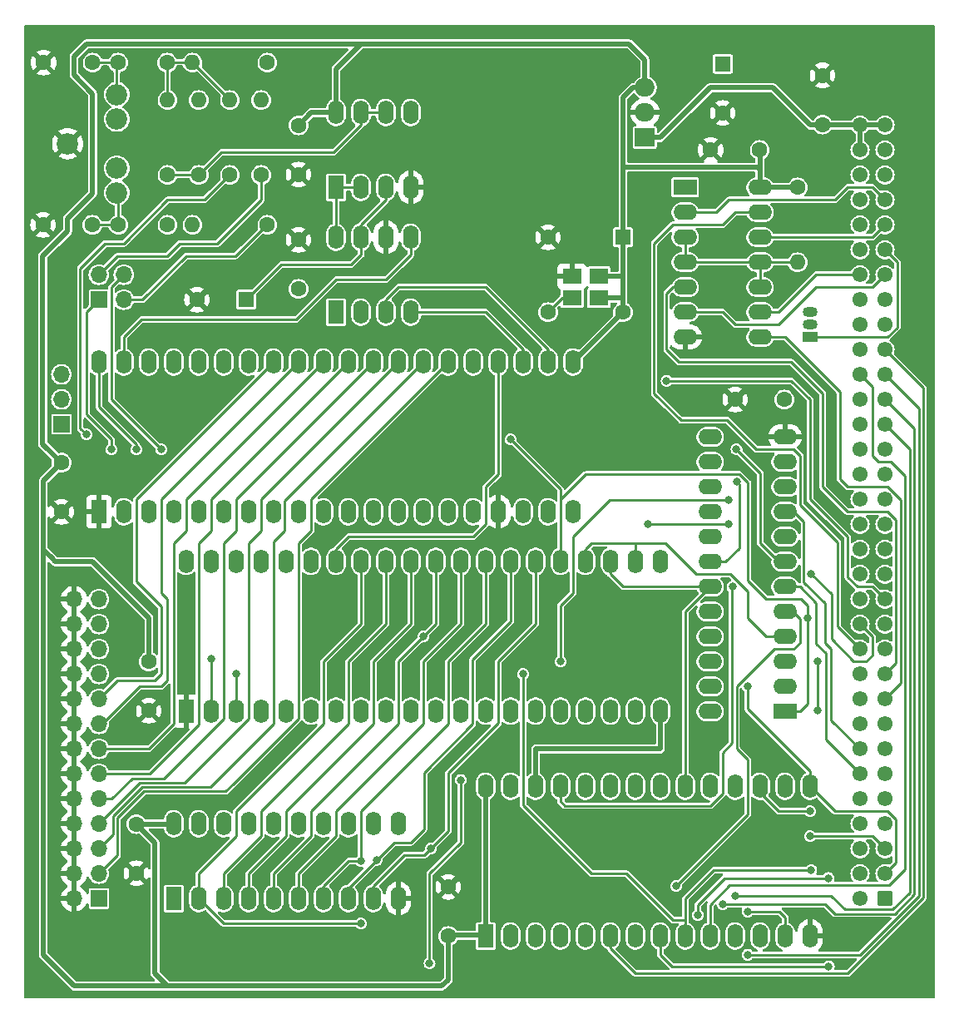
<source format=gbr>
%TF.GenerationSoftware,KiCad,Pcbnew,8.0.6+1*%
%TF.CreationDate,2024-11-10T20:36:51+01:00*%
%TF.ProjectId,QL_Qsound2,514c5f51-736f-4756-9e64-322e6b696361,1*%
%TF.SameCoordinates,Original*%
%TF.FileFunction,Copper,L1,Top*%
%TF.FilePolarity,Positive*%
%FSLAX46Y46*%
G04 Gerber Fmt 4.6, Leading zero omitted, Abs format (unit mm)*
G04 Created by KiCad (PCBNEW 8.0.6+1) date 2024-11-10 20:36:51*
%MOMM*%
%LPD*%
G01*
G04 APERTURE LIST*
G04 Aperture macros list*
%AMRoundRect*
0 Rectangle with rounded corners*
0 $1 Rounding radius*
0 $2 $3 $4 $5 $6 $7 $8 $9 X,Y pos of 4 corners*
0 Add a 4 corners polygon primitive as box body*
4,1,4,$2,$3,$4,$5,$6,$7,$8,$9,$2,$3,0*
0 Add four circle primitives for the rounded corners*
1,1,$1+$1,$2,$3*
1,1,$1+$1,$4,$5*
1,1,$1+$1,$6,$7*
1,1,$1+$1,$8,$9*
0 Add four rect primitives between the rounded corners*
20,1,$1+$1,$2,$3,$4,$5,0*
20,1,$1+$1,$4,$5,$6,$7,0*
20,1,$1+$1,$6,$7,$8,$9,0*
20,1,$1+$1,$8,$9,$2,$3,0*%
G04 Aperture macros list end*
%TA.AperFunction,ComponentPad*%
%ADD10R,1.600000X2.400000*%
%TD*%
%TA.AperFunction,ComponentPad*%
%ADD11O,1.600000X2.400000*%
%TD*%
%TA.AperFunction,ComponentPad*%
%ADD12C,1.600000*%
%TD*%
%TA.AperFunction,ComponentPad*%
%ADD13R,1.500000X1.050000*%
%TD*%
%TA.AperFunction,ComponentPad*%
%ADD14O,1.500000X1.050000*%
%TD*%
%TA.AperFunction,ComponentPad*%
%ADD15O,1.600000X1.600000*%
%TD*%
%TA.AperFunction,ComponentPad*%
%ADD16R,1.700000X1.700000*%
%TD*%
%TA.AperFunction,ComponentPad*%
%ADD17O,1.700000X1.700000*%
%TD*%
%TA.AperFunction,ComponentPad*%
%ADD18C,2.184400*%
%TD*%
%TA.AperFunction,ComponentPad*%
%ADD19R,1.600000X1.600000*%
%TD*%
%TA.AperFunction,ComponentPad*%
%ADD20R,2.400000X1.600000*%
%TD*%
%TA.AperFunction,ComponentPad*%
%ADD21O,2.400000X1.600000*%
%TD*%
%TA.AperFunction,ComponentPad*%
%ADD22R,2.000000X1.905000*%
%TD*%
%TA.AperFunction,ComponentPad*%
%ADD23O,2.000000X1.905000*%
%TD*%
%TA.AperFunction,ComponentPad*%
%ADD24RoundRect,0.249999X0.525001X-0.525001X0.525001X0.525001X-0.525001X0.525001X-0.525001X-0.525001X0*%
%TD*%
%TA.AperFunction,ComponentPad*%
%ADD25C,1.550000*%
%TD*%
%TA.AperFunction,SMDPad,CuDef*%
%ADD26R,1.950000X1.650000*%
%TD*%
%TA.AperFunction,ViaPad*%
%ADD27C,0.800000*%
%TD*%
%TA.AperFunction,ViaPad*%
%ADD28C,1.000000*%
%TD*%
%TA.AperFunction,Conductor*%
%ADD29C,0.500000*%
%TD*%
%TA.AperFunction,Conductor*%
%ADD30C,0.250000*%
%TD*%
%ADD31C,0.350000*%
G04 APERTURE END LIST*
D10*
%TO.P,U9,1,VCC*%
%TO.N,VCC*%
X134620000Y-72390000D03*
D11*
%TO.P,U9,2,ToPull*%
%TO.N,Net-(U5B-+)*%
X137160000Y-72390000D03*
%TO.P,U9,3,LOAD*%
%TO.N,Net-(U7-SH)*%
X139700000Y-72390000D03*
%TO.P,U9,4,SD*%
%TO.N,Net-(U7-OP-0)*%
X142240000Y-72390000D03*
%TO.P,U9,5,oI*%
%TO.N,Net-(U7-oS)*%
X142240000Y-64770000D03*
%TO.P,U9,6,VSS*%
%TO.N,GND*%
X139700000Y-64770000D03*
%TO.P,U9,7,RB*%
%TO.N,Net-(U5A-+)*%
X137160000Y-64770000D03*
%TO.P,U9,8,MP*%
%TO.N,Net-(U5A--)*%
X134620000Y-64770000D03*
%TD*%
D10*
%TO.P,U7,1,VSS*%
%TO.N,GND*%
X110490000Y-92710000D03*
D11*
%TO.P,U7,2,DA1*%
%TO.N,/PA1*%
X113030000Y-92710000D03*
%TO.P,U7,3,DA2*%
%TO.N,/PA2*%
X115570000Y-92710000D03*
%TO.P,U7,4,DA3*%
%TO.N,/PA3*%
X118110000Y-92710000D03*
%TO.P,U7,5,DA4*%
%TO.N,/PA4*%
X120650000Y-92710000D03*
%TO.P,U7,6,DA5*%
%TO.N,/PA5*%
X123190000Y-92710000D03*
%TO.P,U7,7,DA6*%
%TO.N,/PA6*%
X125730000Y-92710000D03*
%TO.P,U7,8,DA7*%
%TO.N,/PA7*%
X128270000Y-92710000D03*
%TO.P,U7,9,IOA0*%
%TO.N,unconnected-(U7-IOA0-Pad9)*%
X130810000Y-92710000D03*
%TO.P,U7,10,IOA1*%
%TO.N,unconnected-(U7-IOA1-Pad10)*%
X133350000Y-92710000D03*
%TO.P,U7,11,IOA2*%
%TO.N,unconnected-(U7-IOA2-Pad11)*%
X135890000Y-92710000D03*
%TO.P,U7,12,IOA3*%
%TO.N,unconnected-(U7-IOA3-Pad12)*%
X138430000Y-92710000D03*
%TO.P,U7,13,IOA4*%
%TO.N,unconnected-(U7-IOA4-Pad13)*%
X140970000Y-92710000D03*
%TO.P,U7,14,IOA5*%
%TO.N,unconnected-(U7-IOA5-Pad14)*%
X143510000Y-92710000D03*
%TO.P,U7,15,IOA6*%
%TO.N,unconnected-(U7-IOA6-Pad15)*%
X146050000Y-92710000D03*
%TO.P,U7,16,IOA7*%
%TO.N,unconnected-(U7-IOA7-Pad16)*%
X148590000Y-92710000D03*
%TO.P,U7,17,AGND*%
%TO.N,GND*%
X151130000Y-92710000D03*
%TO.P,U7,18,C*%
%TO.N,/CH_C*%
X153670000Y-92710000D03*
%TO.P,U7,19,B*%
%TO.N,/CH_B*%
X156210000Y-92710000D03*
%TO.P,U7,20,A*%
%TO.N,/CH_A*%
X158750000Y-92710000D03*
%TO.P,U7,21,VCC*%
%TO.N,VCC*%
X158750000Y-77470000D03*
%TO.P,U7,22,SH*%
%TO.N,Net-(U7-SH)*%
X156210000Y-77470000D03*
%TO.P,U7,23,OP-0*%
%TO.N,Net-(U7-OP-0)*%
X153670000Y-77470000D03*
%TO.P,U7,24,~{RESET}*%
%TO.N,/RESET*%
X151130000Y-77470000D03*
%TO.P,U7,25,~{IRQ}*%
%TO.N,unconnected-(U7-~{IRQ}-Pad25)*%
X148590000Y-77470000D03*
%TO.P,U7,26,IOB0*%
%TO.N,/IOB0*%
X146050000Y-77470000D03*
%TO.P,U7,27,IOB1*%
%TO.N,/IOB1*%
X143510000Y-77470000D03*
%TO.P,U7,28,IOB2*%
%TO.N,/IOB2*%
X140970000Y-77470000D03*
%TO.P,U7,29,IOB3*%
%TO.N,/IOB3*%
X138430000Y-77470000D03*
%TO.P,U7,30,IOB4*%
%TO.N,/IOB4*%
X135890000Y-77470000D03*
%TO.P,U7,31,IOB5*%
%TO.N,/IOB5*%
X133350000Y-77470000D03*
%TO.P,U7,32,IOB6*%
%TO.N,/IOB6*%
X130810000Y-77470000D03*
%TO.P,U7,33,IOB7*%
%TO.N,/IOB7*%
X128270000Y-77470000D03*
%TO.P,U7,34,~{CS}*%
%TO.N,/YM_CS*%
X125730000Y-77470000D03*
%TO.P,U7,35,~{WR}*%
%TO.N,/YM_W*%
X123190000Y-77470000D03*
%TO.P,U7,36,~{RD}*%
%TO.N,/YM_R*%
X120650000Y-77470000D03*
%TO.P,U7,37,A0*%
%TO.N,/YM_A0*%
X118110000Y-77470000D03*
%TO.P,U7,38,oM*%
%TO.N,Net-(JP1-C)*%
X115570000Y-77470000D03*
%TO.P,U7,39,oS*%
%TO.N,Net-(U7-oS)*%
X113030000Y-77470000D03*
%TO.P,U7,40,DA0*%
%TO.N,/PA0*%
X110490000Y-77470000D03*
%TD*%
D12*
%TO.P,C1,1*%
%TO.N,+9V*%
X184150000Y-53300000D03*
%TO.P,C1,2*%
%TO.N,GND*%
X184150000Y-48300000D03*
%TD*%
%TO.P,C6,1*%
%TO.N,VCC*%
X180260000Y-81280000D03*
%TO.P,C6,2*%
%TO.N,GND*%
X175260000Y-81280000D03*
%TD*%
%TO.P,C7,1*%
%TO.N,VCC*%
X106680000Y-87710000D03*
%TO.P,C7,2*%
%TO.N,GND*%
X106680000Y-92710000D03*
%TD*%
D13*
%TO.P,Q1,1,E*%
%TO.N,/DSMC*%
X182880000Y-74930000D03*
D14*
%TO.P,Q1,2,B*%
%TO.N,/DSMC'*%
X182880000Y-73660000D03*
%TO.P,Q1,3,C*%
%TO.N,VCC*%
X182880000Y-72390000D03*
%TD*%
D12*
%TO.P,R2,1*%
%TO.N,Net-(JP2-Pin_3)*%
X127635000Y-46990000D03*
D15*
%TO.P,R2,2*%
%TO.N,Net-(C13-Pad1)*%
X120015000Y-46990000D03*
%TD*%
D12*
%TO.P,R6,1*%
%TO.N,Net-(JP2-Pin_2)*%
X127000000Y-58420000D03*
D15*
%TO.P,R6,2*%
%TO.N,Net-(C15-Pad1)*%
X127000000Y-50800000D03*
%TD*%
D10*
%TO.P,U8,1,A->B*%
%TO.N,/245_DIR*%
X118110000Y-132080000D03*
D11*
%TO.P,U8,2,A0*%
%TO.N,/D0*%
X120650000Y-132080000D03*
%TO.P,U8,3,A1*%
%TO.N,/D1*%
X123190000Y-132080000D03*
%TO.P,U8,4,A2*%
%TO.N,/D2*%
X125730000Y-132080000D03*
%TO.P,U8,5,A3*%
%TO.N,/D3*%
X128270000Y-132080000D03*
%TO.P,U8,6,A4*%
%TO.N,/D4*%
X130810000Y-132080000D03*
%TO.P,U8,7,A5*%
%TO.N,/D5*%
X133350000Y-132080000D03*
%TO.P,U8,8,A6*%
%TO.N,/D6*%
X135890000Y-132080000D03*
%TO.P,U8,9,A7*%
%TO.N,/D7*%
X138430000Y-132080000D03*
%TO.P,U8,10,GND*%
%TO.N,GND*%
X140970000Y-132080000D03*
%TO.P,U8,11,B7*%
%TO.N,/PA7*%
X140970000Y-124460000D03*
%TO.P,U8,12,B6*%
%TO.N,/PA6*%
X138430000Y-124460000D03*
%TO.P,U8,13,B5*%
%TO.N,/PA5*%
X135890000Y-124460000D03*
%TO.P,U8,14,B4*%
%TO.N,/PA4*%
X133350000Y-124460000D03*
%TO.P,U8,15,B3*%
%TO.N,/PA3*%
X130810000Y-124460000D03*
%TO.P,U8,16,B2*%
%TO.N,/PA2*%
X128270000Y-124460000D03*
%TO.P,U8,17,B1*%
%TO.N,/PA1*%
X125730000Y-124460000D03*
%TO.P,U8,18,B0*%
%TO.N,/PA0*%
X123190000Y-124460000D03*
%TO.P,U8,19,CE*%
%TO.N,/245_CS*%
X120650000Y-124460000D03*
%TO.P,U8,20,VCC*%
%TO.N,VCC*%
X118110000Y-124460000D03*
%TD*%
D16*
%TO.P,JP2,1,Pin_1*%
%TO.N,/CH_B*%
X110490000Y-71125000D03*
D17*
%TO.P,JP2,2,Pin_2*%
%TO.N,Net-(JP2-Pin_2)*%
X110490000Y-68585000D03*
%TO.P,JP2,3,Pin_3*%
%TO.N,Net-(JP2-Pin_3)*%
X113030000Y-71125000D03*
%TO.P,JP2,4,Pin_4*%
%TO.N,/CH_C*%
X113030000Y-68585000D03*
%TD*%
D10*
%TO.P,U5,1*%
%TO.N,Net-(U5A--)*%
X134620000Y-59690000D03*
D11*
%TO.P,U5,2,-*%
X137160000Y-59690000D03*
%TO.P,U5,3,+*%
%TO.N,Net-(U5A-+)*%
X139700000Y-59690000D03*
%TO.P,U5,4,V-*%
%TO.N,GND*%
X142240000Y-59690000D03*
%TO.P,U5,5,+*%
%TO.N,Net-(U5B-+)*%
X142240000Y-52070000D03*
%TO.P,U5,6,-*%
%TO.N,Net-(U5B--)*%
X139700000Y-52070000D03*
%TO.P,U5,7*%
X137160000Y-52070000D03*
%TO.P,U5,8,V+*%
%TO.N,VCC*%
X134620000Y-52070000D03*
%TD*%
D12*
%TO.P,C8,1*%
%TO.N,VCC*%
X114300000Y-124500000D03*
%TO.P,C8,2*%
%TO.N,GND*%
X114300000Y-129500000D03*
%TD*%
%TO.P,C14,1*%
%TO.N,Net-(C14-Pad1)*%
X109815000Y-63500000D03*
%TO.P,C14,2*%
%TO.N,GND*%
X104815000Y-63500000D03*
%TD*%
%TO.P,C2,1*%
%TO.N,VCC*%
X146050000Y-135890000D03*
%TO.P,C2,2*%
%TO.N,GND*%
X146050000Y-130890000D03*
%TD*%
%TO.P,R5,1*%
%TO.N,/CH_A*%
X123825000Y-58420000D03*
D15*
%TO.P,R5,2*%
%TO.N,Net-(C13-Pad1)*%
X123825000Y-50800000D03*
%TD*%
D12*
%TO.P,C13,1*%
%TO.N,Net-(C13-Pad1)*%
X117435000Y-46990000D03*
%TO.P,C13,2*%
%TO.N,Net-(C12-Pad1)*%
X112435000Y-46990000D03*
%TD*%
%TO.P,R1,1*%
%TO.N,VCC*%
X181610000Y-59690000D03*
D15*
%TO.P,R1,2*%
%TO.N,/MEM_SEL*%
X181610000Y-67310000D03*
%TD*%
D18*
%TO.P,J2,G*%
%TO.N,GND*%
X107315000Y-55245000D03*
%TO.P,J2,S*%
%TO.N,Net-(C12-Pad1)*%
X112315000Y-50245000D03*
%TO.P,J2,SN*%
%TO.N,unconnected-(J2-PadSN)*%
X112315000Y-52745000D03*
%TO.P,J2,T*%
%TO.N,Net-(C14-Pad1)*%
X112315000Y-60245000D03*
%TO.P,J2,TN*%
%TO.N,unconnected-(J2-PadTN)*%
X112315000Y-57745000D03*
%TD*%
D12*
%TO.P,R4,1*%
%TO.N,Net-(U5B--)*%
X120650000Y-58420000D03*
D15*
%TO.P,R4,2*%
%TO.N,Net-(C15-Pad1)*%
X120650000Y-50800000D03*
%TD*%
D12*
%TO.P,C9,1*%
%TO.N,VCC*%
X130810000Y-53380000D03*
%TO.P,C9,2*%
%TO.N,GND*%
X130810000Y-58380000D03*
%TD*%
%TO.P,R3,1*%
%TO.N,Net-(U5B--)*%
X117475000Y-58420000D03*
D15*
%TO.P,R3,2*%
%TO.N,Net-(C13-Pad1)*%
X117475000Y-50800000D03*
%TD*%
D16*
%TO.P,J3,1,Pin_1*%
%TO.N,/P_Strobe*%
X110490000Y-132080000D03*
D17*
%TO.P,J3,2,Pin_2*%
%TO.N,GND*%
X107950000Y-132080000D03*
%TO.P,J3,3,Pin_3*%
%TO.N,/IOB0*%
X110490000Y-129540000D03*
%TO.P,J3,4,Pin_4*%
%TO.N,GND*%
X107950000Y-129540000D03*
%TO.P,J3,5,Pin_5*%
%TO.N,/IOB1*%
X110490000Y-127000000D03*
%TO.P,J3,6,Pin_6*%
%TO.N,GND*%
X107950000Y-127000000D03*
%TO.P,J3,7,Pin_7*%
%TO.N,/IOB2*%
X110490000Y-124460000D03*
%TO.P,J3,8,Pin_8*%
%TO.N,GND*%
X107950000Y-124460000D03*
%TO.P,J3,9,Pin_9*%
%TO.N,/IOB3*%
X110490000Y-121920000D03*
%TO.P,J3,10,Pin_10*%
%TO.N,GND*%
X107950000Y-121920000D03*
%TO.P,J3,11,Pin_11*%
%TO.N,/IOB4*%
X110490000Y-119380000D03*
%TO.P,J3,12,Pin_12*%
%TO.N,GND*%
X107950000Y-119380000D03*
%TO.P,J3,13,Pin_13*%
%TO.N,/IOB5*%
X110490000Y-116840000D03*
%TO.P,J3,14,Pin_14*%
%TO.N,GND*%
X107950000Y-116840000D03*
%TO.P,J3,15,Pin_15*%
%TO.N,/IOB6*%
X110490000Y-114300000D03*
%TO.P,J3,16,Pin_16*%
%TO.N,GND*%
X107950000Y-114300000D03*
%TO.P,J3,17,Pin_17*%
%TO.N,/IOB7*%
X110490000Y-111760000D03*
%TO.P,J3,18,Pin_18*%
%TO.N,GND*%
X107950000Y-111760000D03*
%TO.P,J3,19,Pin_19*%
%TO.N,unconnected-(J3-Pin_19-Pad19)*%
X110490000Y-109220000D03*
%TO.P,J3,20,Pin_20*%
%TO.N,GND*%
X107950000Y-109220000D03*
%TO.P,J3,21,Pin_21*%
%TO.N,/P_Busy*%
X110490000Y-106680000D03*
%TO.P,J3,22,Pin_22*%
%TO.N,GND*%
X107950000Y-106680000D03*
%TO.P,J3,23,Pin_23*%
%TO.N,unconnected-(J3-Pin_23-Pad23)*%
X110490000Y-104140000D03*
%TO.P,J3,24,Pin_24*%
%TO.N,GND*%
X107950000Y-104140000D03*
%TO.P,J3,25,Pin_25*%
%TO.N,unconnected-(J3-Pin_25-Pad25)*%
X110490000Y-101600000D03*
%TO.P,J3,26,Pin_26*%
%TO.N,GND*%
X107950000Y-101600000D03*
%TD*%
D12*
%TO.P,C4,1*%
%TO.N,VCC*%
X115570000Y-107950000D03*
%TO.P,C4,2*%
%TO.N,GND*%
X115570000Y-112950000D03*
%TD*%
D19*
%TO.P,X1,1,EN*%
%TO.N,VCC*%
X163830000Y-64770000D03*
D12*
%TO.P,X1,4,GND*%
%TO.N,GND*%
X156210000Y-64770000D03*
%TO.P,X1,5,OUT*%
%TO.N,Net-(JP1-B)*%
X156210000Y-72390000D03*
%TO.P,X1,8,Vcc*%
%TO.N,VCC*%
X163830000Y-72390000D03*
%TD*%
D19*
%TO.P,C11,1*%
%TO.N,Net-(U5A-+)*%
X125476000Y-71120000D03*
D12*
%TO.P,C11,2*%
%TO.N,GND*%
X120476000Y-71120000D03*
%TD*%
D20*
%TO.P,U3,1*%
%TO.N,/A14*%
X170170000Y-59685000D03*
D21*
%TO.P,U3,2*%
%TO.N,/SP0*%
X170170000Y-62225000D03*
%TO.P,U3,3*%
%TO.N,/MEM_SEL*%
X170170000Y-64765000D03*
%TO.P,U3,4*%
X170170000Y-67305000D03*
%TO.P,U3,5*%
%TO.N,/A16*%
X170170000Y-69845000D03*
%TO.P,U3,6*%
%TO.N,/SP2*%
X170170000Y-72385000D03*
%TO.P,U3,7,GND*%
%TO.N,GND*%
X170170000Y-74925000D03*
%TO.P,U3,8*%
%TO.N,/A17*%
X177790000Y-74925000D03*
%TO.P,U3,9*%
%TO.N,/SP3*%
X177790000Y-72385000D03*
%TO.P,U3,10*%
%TO.N,/MEM_SEL*%
X177790000Y-69845000D03*
%TO.P,U3,11*%
X177790000Y-67305000D03*
%TO.P,U3,12*%
%TO.N,/SP1*%
X177790000Y-64765000D03*
%TO.P,U3,13*%
%TO.N,/A15*%
X177790000Y-62225000D03*
%TO.P,U3,14,VCC*%
%TO.N,VCC*%
X177790000Y-59685000D03*
%TD*%
D12*
%TO.P,C15,1*%
%TO.N,Net-(C15-Pad1)*%
X117475000Y-63500000D03*
%TO.P,C15,2*%
%TO.N,Net-(C14-Pad1)*%
X112475000Y-63500000D03*
%TD*%
D19*
%TO.P,C10,1*%
%TO.N,VCC*%
X173990000Y-47127349D03*
D12*
%TO.P,C10,2*%
%TO.N,GND*%
X173990000Y-52127349D03*
%TD*%
%TO.P,R7,1*%
%TO.N,Net-(JP2-Pin_3)*%
X127635000Y-63500000D03*
D15*
%TO.P,R7,2*%
%TO.N,Net-(C15-Pad1)*%
X120015000Y-63500000D03*
%TD*%
D16*
%TO.P,JP1,1,A*%
%TO.N,/E*%
X106680000Y-83805000D03*
D17*
%TO.P,JP1,2,C*%
%TO.N,Net-(JP1-C)*%
X106680000Y-81265000D03*
%TO.P,JP1,3,B*%
%TO.N,Net-(JP1-B)*%
X106680000Y-78725000D03*
%TD*%
D22*
%TO.P,U1,1,IN*%
%TO.N,+9V*%
X166075000Y-54610000D03*
D23*
%TO.P,U1,2,GND*%
%TO.N,GND*%
X166075000Y-52070000D03*
%TO.P,U1,3,OUT*%
%TO.N,VCC*%
X166075000Y-49530000D03*
%TD*%
D12*
%TO.P,C12,1*%
%TO.N,Net-(C12-Pad1)*%
X109855000Y-46990000D03*
%TO.P,C12,2*%
%TO.N,GND*%
X104855000Y-46990000D03*
%TD*%
%TO.P,C3,1*%
%TO.N,VCC*%
X177760000Y-55880000D03*
%TO.P,C3,2*%
%TO.N,GND*%
X172760000Y-55880000D03*
%TD*%
D20*
%TO.P,U6,1,I1/CLK*%
%TO.N,/E*%
X180340000Y-113030000D03*
D21*
%TO.P,U6,2,I2*%
%TO.N,/A19*%
X180340000Y-110490000D03*
%TO.P,U6,3,I3*%
%TO.N,/A18*%
X180340000Y-107950000D03*
%TO.P,U6,4,I4/PD*%
%TO.N,/A13*%
X180340000Y-105410000D03*
%TO.P,U6,5,I5*%
%TO.N,/A12*%
X180340000Y-102870000D03*
%TO.P,U6,6,I6*%
%TO.N,/DS*%
X180340000Y-100330000D03*
%TO.P,U6,7,I7*%
%TO.N,/MEM_SEL*%
X180340000Y-97790000D03*
%TO.P,U6,8,I8*%
%TO.N,/A1*%
X180340000Y-95250000D03*
%TO.P,U6,9,I9*%
%TO.N,/RW*%
X180340000Y-92710000D03*
%TO.P,U6,10,I10*%
%TO.N,/BC1*%
X180340000Y-90170000D03*
%TO.P,U6,11,I11*%
%TO.N,/BDIR*%
X180340000Y-87630000D03*
%TO.P,U6,12,GND*%
%TO.N,GND*%
X180340000Y-85090000D03*
%TO.P,U6,13,I12*%
%TO.N,unconnected-(U6-I12-Pad13)*%
X172720000Y-85090000D03*
%TO.P,U6,14,IO10*%
%TO.N,/YM_CS*%
X172720000Y-87630000D03*
%TO.P,U6,15,IO9*%
%TO.N,/YM_W*%
X172720000Y-90170000D03*
%TO.P,U6,16,IO8*%
%TO.N,/YM_R*%
X172720000Y-92710000D03*
%TO.P,U6,17,IO7*%
%TO.N,/YM_A0*%
X172720000Y-95250000D03*
%TO.P,U6,18,IO6*%
%TO.N,/DSMC'*%
X172720000Y-97790000D03*
%TO.P,U6,19,IO5*%
%TO.N,/CS2{slash}OE*%
X172720000Y-100330000D03*
%TO.P,U6,20,I04*%
%TO.N,/VPA*%
X172720000Y-102870000D03*
%TO.P,U6,21,IO3*%
%TO.N,unconnected-(U6-IO3-Pad21)*%
X172720000Y-105410000D03*
%TO.P,U6,22,IO2*%
%TO.N,/245_CS*%
X172720000Y-107950000D03*
%TO.P,U6,23,IO1*%
%TO.N,/245_DIR*%
X172720000Y-110490000D03*
%TO.P,U6,24,VCC*%
%TO.N,VCC*%
X172720000Y-113030000D03*
%TD*%
D24*
%TO.P,J1,a1,GND*%
%TO.N,GND*%
X190500000Y-132080000D03*
D25*
%TO.P,J1,a2,D3*%
%TO.N,/D3*%
X190500000Y-129540000D03*
%TO.P,J1,a3,D4*%
%TO.N,/D4*%
X190500000Y-127000000D03*
%TO.P,J1,a4,D5*%
%TO.N,/D5*%
X190500000Y-124460000D03*
%TO.P,J1,a5,D6*%
%TO.N,/D6*%
X190500000Y-121920000D03*
%TO.P,J1,a6,D7*%
%TO.N,/D7*%
X190500000Y-119380000D03*
%TO.P,J1,a7,A19*%
%TO.N,/A19*%
X190500000Y-116840000D03*
%TO.P,J1,a8,A18*%
%TO.N,/A18*%
X190500000Y-114300000D03*
%TO.P,J1,a9,A17*%
%TO.N,/A17*%
X190500000Y-111760000D03*
%TO.P,J1,a10,A16*%
%TO.N,/A16*%
X190500000Y-109220000D03*
%TO.P,J1,a11,CLKCPU*%
%TO.N,unconnected-(J1-CLKCPU-Pada11)*%
X190500000Y-106680000D03*
%TO.P,J1,a12,RED*%
%TO.N,unconnected-(J1-RED-Pada12)*%
X190500000Y-104140000D03*
%TO.P,J1,a13,A14*%
%TO.N,/A14*%
X190500000Y-101600000D03*
%TO.P,J1,a14,A13*%
%TO.N,/A13*%
X190500000Y-99060000D03*
%TO.P,J1,a15,A12*%
%TO.N,/A12*%
X190500000Y-96520000D03*
%TO.P,J1,a16,A11*%
%TO.N,/A11*%
X190500000Y-93980000D03*
%TO.P,J1,a17,A10*%
%TO.N,/A10*%
X190500000Y-91440000D03*
%TO.P,J1,a18,A9*%
%TO.N,/A9*%
X190500000Y-88900000D03*
%TO.P,J1,a19,A8*%
%TO.N,/A8*%
X190500000Y-86360000D03*
%TO.P,J1,a20,A7*%
%TO.N,/A7*%
X190500000Y-83820000D03*
%TO.P,J1,a21,A6*%
%TO.N,/A6*%
X190500000Y-81280000D03*
%TO.P,J1,a22,A5*%
%TO.N,/A5*%
X190500000Y-78740000D03*
%TO.P,J1,a23,A4*%
%TO.N,/A4*%
X190500000Y-76200000D03*
%TO.P,J1,a24,A3*%
%TO.N,/A3*%
X190500000Y-73660000D03*
%TO.P,J1,a25,~{DBG}*%
%TO.N,unconnected-(J1-~{DBG}-Pada25)*%
X190500000Y-71120000D03*
%TO.P,J1,a26,SP2*%
%TO.N,/SP2*%
X190500000Y-68580000D03*
%TO.P,J1,a27,~{DSMC}*%
%TO.N,/DSMC*%
X190500000Y-66040000D03*
%TO.P,J1,a28,SP1*%
%TO.N,/SP1*%
X190500000Y-63500000D03*
%TO.P,J1,a29,SP0*%
%TO.N,/SP0*%
X190500000Y-60960000D03*
%TO.P,J1,a30,+12V*%
%TO.N,unconnected-(J1-+12V-Pada30)*%
X190500000Y-58420000D03*
%TO.P,J1,a31,-12V*%
%TO.N,unconnected-(J1--12V-Pada31)*%
X190500000Y-55880000D03*
%TO.P,J1,a32,Vin*%
%TO.N,+9V*%
X190500000Y-53340000D03*
%TO.P,J1,b1,GND*%
%TO.N,GND*%
X187960000Y-132080000D03*
%TO.P,J1,b2,D2*%
%TO.N,/D2*%
X187960000Y-129540000D03*
%TO.P,J1,b3,D1*%
%TO.N,/D1*%
X187960000Y-127000000D03*
%TO.P,J1,b4,D0*%
%TO.N,/D0*%
X187960000Y-124460000D03*
%TO.P,J1,b5,~{AS}*%
%TO.N,unconnected-(J1-~{AS}-Padb5)*%
X187960000Y-121920000D03*
%TO.P,J1,b6,~{DS}*%
%TO.N,/DS*%
X187960000Y-119380000D03*
%TO.P,J1,b7,~{DRW}*%
%TO.N,/RW*%
X187960000Y-116840000D03*
%TO.P,J1,b8,~{DTACK}*%
%TO.N,unconnected-(J1-~{DTACK}-Padb8)*%
X187960000Y-114300000D03*
%TO.P,J1,b9,~{BG}*%
%TO.N,unconnected-(J1-~{BG}-Padb9)*%
X187960000Y-111760000D03*
%TO.P,J1,b10,~{BR}*%
%TO.N,unconnected-(J1-~{BR}-Padb10)*%
X187960000Y-109220000D03*
%TO.P,J1,b11,A15*%
%TO.N,/A15*%
X187960000Y-106680000D03*
%TO.P,J1,b12,~{RESETCPU}*%
%TO.N,/RESET*%
X187960000Y-104140000D03*
%TO.P,J1,b13,~{CSYNC}*%
%TO.N,unconnected-(J1-~{CSYNC}-Padb13)*%
X187960000Y-101600000D03*
%TO.P,J1,b14,E*%
%TO.N,/E*%
X187960000Y-99060000D03*
%TO.P,J1,b15,VSYNCH*%
%TO.N,unconnected-(J1-VSYNCH-Padb15)*%
X187960000Y-96520000D03*
%TO.P,J1,b16,~{VPA}*%
%TO.N,/VPA*%
X187960000Y-93980000D03*
%TO.P,J1,b17,GREEN*%
%TO.N,unconnected-(J1-GREEN-Padb17)*%
X187960000Y-91440000D03*
%TO.P,J1,b18,BLUE*%
%TO.N,unconnected-(J1-BLUE-Padb18)*%
X187960000Y-88900000D03*
%TO.P,J1,b19,FC2*%
%TO.N,unconnected-(J1-FC2-Padb19)*%
X187960000Y-86360000D03*
%TO.P,J1,b20,FC1*%
%TO.N,unconnected-(J1-FC1-Padb20)*%
X187960000Y-83820000D03*
%TO.P,J1,b21,FC0*%
%TO.N,unconnected-(J1-FC0-Padb21)*%
X187960000Y-81280000D03*
%TO.P,J1,b22,A0*%
%TO.N,/A0*%
X187960000Y-78740000D03*
%TO.P,J1,b23,ROMOEH*%
%TO.N,unconnected-(J1-ROMOEH-Padb23)*%
X187960000Y-76200000D03*
%TO.P,J1,b24,A1*%
%TO.N,/A1*%
X187960000Y-73660000D03*
%TO.P,J1,b25,A2*%
%TO.N,/A2*%
X187960000Y-71120000D03*
%TO.P,J1,b26,SP3*%
%TO.N,/SP3*%
X187960000Y-68580000D03*
%TO.P,J1,b27,~{IPLO}*%
%TO.N,unconnected-(J1-~{IPLO}-Padb27)*%
X187960000Y-66040000D03*
%TO.P,J1,b28,~{BERR}*%
%TO.N,unconnected-(J1-~{BERR}-Padb28)*%
X187960000Y-63500000D03*
%TO.P,J1,b29,~{IPL1}*%
%TO.N,unconnected-(J1-~{IPL1}-Padb29)*%
X187960000Y-60960000D03*
%TO.P,J1,b30,~{EXTINT}*%
%TO.N,unconnected-(J1-~{EXTINT}-Padb30)*%
X187960000Y-58420000D03*
%TO.P,J1,b31,Vin*%
%TO.N,+9V*%
X187960000Y-55880000D03*
%TO.P,J1,b32,Vin*%
X187960000Y-53340000D03*
%TD*%
D26*
%TO.P,X1B1,1,Vctrl*%
%TO.N,VCC*%
X161395000Y-68750000D03*
%TO.P,X1B1,2,GND*%
%TO.N,GND*%
X158645000Y-68750000D03*
%TO.P,X1B1,3,OUT*%
%TO.N,Net-(JP1-B)*%
X158645000Y-70950000D03*
%TO.P,X1B1,4,V+*%
%TO.N,VCC*%
X161395000Y-70950000D03*
%TD*%
D10*
%TO.P,U2,1,A15*%
%TO.N,VCC*%
X149860000Y-135890000D03*
D11*
%TO.P,U2,2,A12*%
%TO.N,/A12*%
X152400000Y-135890000D03*
%TO.P,U2,3,A7*%
%TO.N,/A7*%
X154940000Y-135890000D03*
%TO.P,U2,4,A6*%
%TO.N,/A6*%
X157480000Y-135890000D03*
%TO.P,U2,5,A5*%
%TO.N,/A5*%
X160020000Y-135890000D03*
%TO.P,U2,6,A4*%
%TO.N,/A4*%
X162560000Y-135890000D03*
%TO.P,U2,7,A3*%
%TO.N,/A3*%
X165100000Y-135890000D03*
%TO.P,U2,8,A2*%
%TO.N,/A2*%
X167640000Y-135890000D03*
%TO.P,U2,9,A1*%
%TO.N,/A1*%
X170180000Y-135890000D03*
%TO.P,U2,10,A0*%
%TO.N,/A0*%
X172720000Y-135890000D03*
%TO.P,U2,11,D0*%
%TO.N,/D0*%
X175260000Y-135890000D03*
%TO.P,U2,12,D1*%
%TO.N,/D1*%
X177800000Y-135890000D03*
%TO.P,U2,13,D2*%
%TO.N,/D2*%
X180340000Y-135890000D03*
%TO.P,U2,14,GND*%
%TO.N,GND*%
X182880000Y-135890000D03*
%TO.P,U2,15,D3*%
%TO.N,/D3*%
X182880000Y-120650000D03*
%TO.P,U2,16,D4*%
%TO.N,/D4*%
X180340000Y-120650000D03*
%TO.P,U2,17,D5*%
%TO.N,/D5*%
X177800000Y-120650000D03*
%TO.P,U2,18,D6*%
%TO.N,/D6*%
X175260000Y-120650000D03*
%TO.P,U2,19,D7*%
%TO.N,/D7*%
X172720000Y-120650000D03*
%TO.P,U2,20,~{CE}*%
%TO.N,/CS2{slash}OE*%
X170180000Y-120650000D03*
%TO.P,U2,21,A10*%
%TO.N,/A10*%
X167640000Y-120650000D03*
%TO.P,U2,22,~{OE/Vpp}*%
%TO.N,/A13*%
X165100000Y-120650000D03*
%TO.P,U2,23,A11*%
%TO.N,/A11*%
X162560000Y-120650000D03*
%TO.P,U2,24,A9*%
%TO.N,/A9*%
X160020000Y-120650000D03*
%TO.P,U2,25,A8*%
%TO.N,/A8*%
X157480000Y-120650000D03*
%TO.P,U2,26,A13*%
%TO.N,VCC*%
X154940000Y-120650000D03*
%TO.P,U2,27,A14*%
X152400000Y-120650000D03*
%TO.P,U2,28,VCC*%
X149860000Y-120650000D03*
%TD*%
D12*
%TO.P,C5,1*%
%TO.N,VCC*%
X130810000Y-70024000D03*
%TO.P,C5,2*%
%TO.N,GND*%
X130810000Y-65024000D03*
%TD*%
D10*
%TO.P,U4,1,VSS*%
%TO.N,GND*%
X119385000Y-113010000D03*
D11*
%TO.P,U4,2,PA0*%
%TO.N,/PA0*%
X121925000Y-113010000D03*
%TO.P,U4,3,PA1*%
%TO.N,/PA1*%
X124465000Y-113010000D03*
%TO.P,U4,4,PA2*%
%TO.N,/PA2*%
X127005000Y-113010000D03*
%TO.P,U4,5,PA3*%
%TO.N,/PA3*%
X129545000Y-113010000D03*
%TO.P,U4,6,PA4*%
%TO.N,/PA4*%
X132085000Y-113010000D03*
%TO.P,U4,7,PA5*%
%TO.N,/PA5*%
X134625000Y-113010000D03*
%TO.P,U4,8,PA6*%
%TO.N,/PA6*%
X137165000Y-113010000D03*
%TO.P,U4,9,PA7*%
%TO.N,/PA7*%
X139705000Y-113010000D03*
%TO.P,U4,10,PB0*%
%TO.N,/BC1*%
X142245000Y-113010000D03*
%TO.P,U4,11,PB1*%
%TO.N,unconnected-(U4-PB1-Pad11)*%
X144785000Y-113010000D03*
%TO.P,U4,12,PB2*%
%TO.N,/BDIR*%
X147325000Y-113010000D03*
%TO.P,U4,13,PB3*%
%TO.N,/P_Strobe*%
X149865000Y-113010000D03*
%TO.P,U4,14,PB4*%
%TO.N,/P_Busy*%
X152405000Y-113010000D03*
%TO.P,U4,15,PB5*%
%TO.N,unconnected-(U4-PB5-Pad15)*%
X154945000Y-113010000D03*
%TO.P,U4,16,PB6*%
%TO.N,unconnected-(U4-PB6-Pad16)*%
X157485000Y-113010000D03*
%TO.P,U4,17,PB7*%
%TO.N,unconnected-(U4-PB7-Pad17)*%
X160025000Y-113010000D03*
%TO.P,U4,18,CB1*%
%TO.N,unconnected-(U4-CB1-Pad18)*%
X162565000Y-113010000D03*
%TO.P,U4,19,CB2*%
%TO.N,unconnected-(U4-CB2-Pad19)*%
X165105000Y-113010000D03*
%TO.P,U4,20,VCC*%
%TO.N,VCC*%
X167645000Y-113010000D03*
%TO.P,U4,21,R/~{W}*%
%TO.N,/RW*%
X167645000Y-97770000D03*
%TO.P,U4,22,CS0*%
%TO.N,/A13*%
X165105000Y-97770000D03*
%TO.P,U4,23,~{CS2}*%
%TO.N,/CS2{slash}OE*%
X162565000Y-97770000D03*
%TO.P,U4,24,CS1*%
%TO.N,/A13*%
X160025000Y-97770000D03*
%TO.P,U4,25,ENABLE*%
%TO.N,/E*%
X157485000Y-97770000D03*
%TO.P,U4,26,D7*%
%TO.N,/D7*%
X154945000Y-97770000D03*
%TO.P,U4,27,D6*%
%TO.N,/D6*%
X152405000Y-97770000D03*
%TO.P,U4,28,D5*%
%TO.N,/D5*%
X149865000Y-97770000D03*
%TO.P,U4,29,D4*%
%TO.N,/D4*%
X147325000Y-97770000D03*
%TO.P,U4,30,D3*%
%TO.N,/D3*%
X144785000Y-97770000D03*
%TO.P,U4,31,D2*%
%TO.N,/D2*%
X142245000Y-97770000D03*
%TO.P,U4,32,D1*%
%TO.N,/D1*%
X139705000Y-97770000D03*
%TO.P,U4,33,D0*%
%TO.N,/D0*%
X137165000Y-97770000D03*
%TO.P,U4,34,~{RESET}*%
%TO.N,/RESET*%
X134625000Y-97770000D03*
%TO.P,U4,35,RS1*%
%TO.N,/A1*%
X132085000Y-97770000D03*
%TO.P,U4,36,RS0*%
%TO.N,/A0*%
X129545000Y-97770000D03*
%TO.P,U4,37,~{IRQB}*%
%TO.N,unconnected-(U4-~{IRQB}-Pad37)*%
X127005000Y-97770000D03*
%TO.P,U4,38,~{IRQA}*%
%TO.N,unconnected-(U4-~{IRQA}-Pad38)*%
X124465000Y-97770000D03*
%TO.P,U4,39,CA2*%
%TO.N,unconnected-(U4-CA2-Pad39)*%
X121925000Y-97770000D03*
%TO.P,U4,40,CA1*%
%TO.N,unconnected-(U4-CA1-Pad40)*%
X119385000Y-97770000D03*
%TD*%
D27*
%TO.N,GND*%
X148590000Y-48260000D03*
X152400000Y-48260000D03*
X149860000Y-48260000D03*
X148590000Y-55880000D03*
X154940000Y-50800000D03*
X157480000Y-53340000D03*
X160020000Y-53340000D03*
X161290000Y-52070000D03*
X152400000Y-53340000D03*
X156210000Y-52070000D03*
X158750000Y-52070000D03*
X154940000Y-53340000D03*
X151130000Y-54610000D03*
X154940000Y-48260000D03*
X149860000Y-55880000D03*
X152400000Y-50800000D03*
X154940000Y-55880000D03*
X157480000Y-48260000D03*
X156210000Y-54610000D03*
X147320000Y-54610000D03*
X147320000Y-49530000D03*
X160020000Y-48260000D03*
X157480000Y-50800000D03*
X161290000Y-49530000D03*
X156210000Y-49530000D03*
X152400000Y-55880000D03*
D28*
X140970000Y-139700000D03*
D27*
X160020000Y-50800000D03*
X161290000Y-54610000D03*
D28*
X114300000Y-139700000D03*
D27*
X153670000Y-49530000D03*
X157480000Y-55880000D03*
X153670000Y-54610000D03*
X158750000Y-54610000D03*
X151130000Y-49530000D03*
X153670000Y-52070000D03*
X158750000Y-49530000D03*
X160020000Y-55880000D03*
%TO.N,/A14*%
X168275000Y-79375000D03*
%TO.N,/A12*%
X169242600Y-130810000D03*
%TO.N,/A9*%
X183635600Y-112909400D03*
X183635600Y-107950000D03*
%TO.N,/A8*%
X174983000Y-100353900D03*
%TO.N,/A7*%
X175260000Y-131771800D03*
%TO.N,/A6*%
X173990000Y-132662700D03*
%TO.N,/A5*%
X176530000Y-137795000D03*
%TO.N,/A3*%
X171450000Y-133758800D03*
X184749200Y-129995800D03*
%TO.N,/E*%
X182624300Y-103505000D03*
X152400000Y-85344000D03*
%TO.N,/RESET*%
X183007000Y-99060000D03*
%TO.N,/D0*%
X137160000Y-134620000D03*
%TO.N,/A0*%
X166370000Y-93980000D03*
X174625000Y-93980000D03*
%TO.N,/A1*%
X182996900Y-129188200D03*
X153670000Y-109220000D03*
%TO.N,/A2*%
X184785000Y-138975000D03*
%TO.N,/P_Strobe*%
X147320000Y-120015000D03*
X144145000Y-138684000D03*
%TO.N,/DSMC'*%
X175395200Y-89676000D03*
%TO.N,/MEM_SEL*%
X175387000Y-86360000D03*
%TO.N,/CH_A*%
X109220000Y-84836000D03*
%TO.N,/CH_B*%
X111760000Y-86360000D03*
%TO.N,/CH_C*%
X116840000Y-86360000D03*
%TO.N,/BDIR*%
X174575400Y-91523800D03*
X157480000Y-107950000D03*
%TO.N,/PA1*%
X124460000Y-109220000D03*
%TO.N,/PA0*%
X121920000Y-107648500D03*
X114300000Y-86360000D03*
%TO.N,/D3*%
X143510000Y-105410000D03*
X176530000Y-110490000D03*
%TO.N,/D4*%
X182880000Y-125730000D03*
%TO.N,/D5*%
X137160000Y-128270000D03*
X182880000Y-123190000D03*
%TO.N,/D6*%
X138793300Y-128127400D03*
%TO.N,/D7*%
X144272000Y-127000000D03*
%TO.N,/D2*%
X176530000Y-133399800D03*
%TD*%
D29*
%TO.N,+9V*%
X187960000Y-53340000D02*
X184150000Y-53340000D01*
X187960000Y-55880000D02*
X187960000Y-53340000D01*
X190500000Y-53340000D02*
X187960000Y-53340000D01*
X179070000Y-49530000D02*
X182880000Y-53340000D01*
X182880000Y-53340000D02*
X184150000Y-53340000D01*
X167640000Y-54610000D02*
X172720000Y-49530000D01*
X166075000Y-54610000D02*
X167640000Y-54610000D01*
X172720000Y-49530000D02*
X179070000Y-49530000D01*
%TO.N,GND*%
X158645000Y-68750000D02*
X158645000Y-66780000D01*
X113030000Y-130810000D02*
X114300000Y-132080000D01*
X114300000Y-132080000D02*
X114300000Y-139700000D01*
X114300000Y-129500000D02*
X113030000Y-130770000D01*
X140970000Y-132080000D02*
X140970000Y-139700000D01*
X158220000Y-66780000D02*
X156210000Y-64770000D01*
X158645000Y-66780000D02*
X158220000Y-66780000D01*
X113030000Y-130770000D02*
X113030000Y-130810000D01*
%TO.N,VCC*%
X149860000Y-120650000D02*
X149860000Y-135890000D01*
X116205000Y-126405000D02*
X114300000Y-124500000D01*
X105728000Y-97472500D02*
X104815000Y-96560000D01*
X163660000Y-68750000D02*
X163830000Y-68580000D01*
X134620000Y-47625000D02*
X137160000Y-45085000D01*
X114300000Y-124500000D02*
X118070000Y-124500000D01*
X107315000Y-62865000D02*
X107315000Y-64135000D01*
X161395000Y-68750000D02*
X163660000Y-68750000D01*
X154940000Y-120650000D02*
X154940000Y-116840000D01*
X163830000Y-50546000D02*
X163830000Y-57782500D01*
X164465000Y-45085000D02*
X157480000Y-45085000D01*
X117475000Y-140970000D02*
X145415000Y-140970000D01*
X146050000Y-140335000D02*
X146050000Y-135890000D01*
X157480000Y-45085000D02*
X137795000Y-45085000D01*
X104775000Y-66675000D02*
X104775000Y-85805000D01*
X117475000Y-140970000D02*
X116205000Y-139700000D01*
X137795000Y-45085000D02*
X137160000Y-45085000D01*
X117475000Y-140970000D02*
X107950000Y-140970000D01*
X177790000Y-57860600D02*
X177790000Y-55950000D01*
X107950000Y-48260000D02*
X109855000Y-50165000D01*
X109855000Y-97790000D02*
X106045000Y-97790000D01*
X107950000Y-140970000D02*
X104815000Y-137835000D01*
X115570000Y-103505000D02*
X109855000Y-97790000D01*
X163830000Y-72390000D02*
X158750000Y-77470000D01*
X177790000Y-59685000D02*
X177790000Y-57860600D01*
X104815000Y-137835000D02*
X104815000Y-96560000D01*
X134620000Y-52070000D02*
X132120000Y-52070000D01*
X109855000Y-50165000D02*
X109855000Y-60325000D01*
X109855000Y-60325000D02*
X107315000Y-62865000D01*
X166075000Y-49530000D02*
X164846000Y-49530000D01*
X163830000Y-68580000D02*
X163830000Y-71120000D01*
X167640000Y-116840000D02*
X167640000Y-113030000D01*
X146050000Y-135810000D02*
X149780000Y-135810000D01*
X177790000Y-57860600D02*
X177574500Y-57645100D01*
X163967400Y-57645100D02*
X163830000Y-57782500D01*
X154940000Y-116840000D02*
X167640000Y-116840000D01*
X177574500Y-57645100D02*
X163967400Y-57645100D01*
X137160000Y-45085000D02*
X109220000Y-45085000D01*
X104815000Y-96560000D02*
X104815000Y-89575000D01*
X163830000Y-57782500D02*
X163830000Y-68580000D01*
X115570000Y-107950000D02*
X115570000Y-103505000D01*
X104775000Y-85805000D02*
X106680000Y-87710000D01*
X161395000Y-70950000D02*
X163660000Y-70950000D01*
X134620000Y-52070000D02*
X134620000Y-47625000D01*
X145415000Y-140970000D02*
X146050000Y-140335000D01*
X163830000Y-71120000D02*
X163830000Y-72390000D01*
X104815000Y-89575000D02*
X106680000Y-87710000D01*
X109220000Y-45085000D02*
X107950000Y-46355000D01*
X163660000Y-70950000D02*
X163830000Y-71120000D01*
X166075000Y-49530000D02*
X166075000Y-46695000D01*
X181610000Y-59690000D02*
X177795000Y-59690000D01*
X164846000Y-49530000D02*
X163830000Y-50546000D01*
X107315000Y-64135000D02*
X104775000Y-66675000D01*
X132120000Y-52070000D02*
X130810000Y-53380000D01*
X106045000Y-97790000D02*
X105728000Y-97472500D01*
X166075000Y-46695000D02*
X164465000Y-45085000D01*
X107950000Y-46355000D02*
X107950000Y-48260000D01*
X116205000Y-139700000D02*
X116205000Y-126405000D01*
D30*
%TO.N,/A17*%
X185912183Y-80502183D02*
X185912183Y-89392183D01*
X192119300Y-91503665D02*
X192119300Y-110140700D01*
X190785635Y-90170000D02*
X192119300Y-91503665D01*
X180335000Y-74925000D02*
X185912183Y-80502183D01*
X185912183Y-89392183D02*
X186690000Y-90170000D01*
X177790000Y-74925000D02*
X180335000Y-74925000D01*
X192119300Y-110140700D02*
X190500000Y-111760000D01*
X186690000Y-90170000D02*
X190785635Y-90170000D01*
%TO.N,/A16*%
X191624300Y-108095700D02*
X191624300Y-93548665D01*
X190785635Y-92710000D02*
X186690000Y-92710000D01*
X184150000Y-80645000D02*
X180975000Y-77470000D01*
X190500000Y-109220000D02*
X191624300Y-108095700D01*
X168915000Y-69845000D02*
X170170000Y-69845000D01*
X168275000Y-70485000D02*
X168915000Y-69845000D01*
X191624300Y-93548665D02*
X190785635Y-92710000D01*
X169545000Y-77470000D02*
X180975000Y-77470000D01*
X186690000Y-92710000D02*
X184150000Y-90170000D01*
X169545000Y-77470000D02*
X168275000Y-76200000D01*
X168275000Y-76200000D02*
X168275000Y-70485000D01*
X184150000Y-90170000D02*
X184150000Y-80645000D01*
%TO.N,/A14*%
X189230000Y-100330000D02*
X190500000Y-101600000D01*
X182880000Y-91440000D02*
X186690000Y-95250000D01*
X180975000Y-79375000D02*
X182880000Y-81280000D01*
X187674365Y-100330000D02*
X189230000Y-100330000D01*
X182880000Y-81280000D02*
X182880000Y-91440000D01*
X186690000Y-95250000D02*
X186690000Y-99345635D01*
X186690000Y-99345635D02*
X187674365Y-100330000D01*
X168275000Y-79375000D02*
X180975000Y-79375000D01*
%TO.N,/A13*%
X160020000Y-97790000D02*
X160020000Y-96520000D01*
X165100000Y-95885000D02*
X165100000Y-97790000D01*
X174737000Y-99060000D02*
X171322300Y-99060000D01*
X160020000Y-96520000D02*
X160655000Y-95885000D01*
X160655000Y-95885000D02*
X165100000Y-95885000D01*
X171322300Y-99060000D02*
X168147300Y-95885000D01*
X176530000Y-103505000D02*
X176530000Y-100853000D01*
X178435000Y-105410000D02*
X176530000Y-103505000D01*
X180340000Y-105410000D02*
X178435000Y-105410000D01*
X168147300Y-95885000D02*
X165100000Y-95885000D01*
X176530000Y-100853000D02*
X174737000Y-99060000D01*
%TO.N,/A12*%
X176530000Y-117965900D02*
X176530000Y-123522600D01*
X179214100Y-106680000D02*
X175404100Y-110490000D01*
X181866900Y-106045000D02*
X181231900Y-106680000D01*
X181866900Y-103632000D02*
X181866900Y-106045000D01*
X181231900Y-106680000D02*
X179214100Y-106680000D01*
X175404100Y-110490000D02*
X175404100Y-116840000D01*
X175404100Y-116840000D02*
X176530000Y-117965900D01*
X176530000Y-123522600D02*
X169242600Y-130810000D01*
X181104900Y-102870000D02*
X181866900Y-103632000D01*
%TO.N,/A9*%
X183635600Y-112909400D02*
X183635600Y-107950000D01*
%TO.N,/A8*%
X172760200Y-122632600D02*
X157935700Y-122632600D01*
X174983000Y-100353900D02*
X174952200Y-100384700D01*
X157935700Y-122632600D02*
X157480000Y-122176900D01*
X157480000Y-122176900D02*
X157480000Y-120650000D01*
X173990000Y-117232600D02*
X173990000Y-121402800D01*
X173990000Y-121402800D02*
X172760200Y-122632600D01*
X174952200Y-116270400D02*
X173990000Y-117232600D01*
X174952200Y-100384700D02*
X174952200Y-116270400D01*
%TO.N,/A7*%
X175260000Y-131771800D02*
X185038400Y-131771800D01*
X193023100Y-86343100D02*
X190500000Y-83820000D01*
X193023100Y-131443900D02*
X193023100Y-86343100D01*
X186453700Y-133187100D02*
X191279900Y-133187100D01*
X191279900Y-133187100D02*
X193023100Y-131443900D01*
X185038400Y-131771800D02*
X186453700Y-133187100D01*
%TO.N,/A6*%
X184441300Y-132662700D02*
X185420000Y-133641400D01*
X185420000Y-133641400D02*
X191480100Y-133641400D01*
X191480100Y-133641400D02*
X193488900Y-131632600D01*
X193488900Y-84268900D02*
X190500000Y-81280000D01*
X173990000Y-132662700D02*
X184441300Y-132662700D01*
X193488900Y-131632600D02*
X193488900Y-84268900D01*
%TO.N,/A5*%
X193950000Y-131821600D02*
X193950000Y-82190000D01*
X176530000Y-137795000D02*
X187976600Y-137795000D01*
X193950000Y-82190000D02*
X190500000Y-78740000D01*
X187976600Y-137795000D02*
X193950000Y-131821600D01*
%TO.N,/A4*%
X194400000Y-132007996D02*
X194400000Y-80100000D01*
X194400000Y-80100000D02*
X190500000Y-76200000D01*
X186707996Y-139700000D02*
X194400000Y-132007996D01*
X162560000Y-137160000D02*
X165100000Y-139700000D01*
X165100000Y-139700000D02*
X186707996Y-139700000D01*
X162560000Y-135890000D02*
X162560000Y-137160000D01*
%TO.N,/A3*%
X171450000Y-132715000D02*
X174169200Y-129995800D01*
X174169200Y-129995800D02*
X184749200Y-129995800D01*
X171450000Y-133758800D02*
X171450000Y-132715000D01*
%TO.N,/SP3*%
X183515000Y-68580000D02*
X187960000Y-68580000D01*
X177790000Y-72385000D02*
X179700000Y-72385000D01*
X179700000Y-72385000D02*
X179705000Y-72390000D01*
X179705000Y-72390000D02*
X183515000Y-68580000D01*
%TO.N,/E*%
X152400000Y-85344000D02*
X157480000Y-90424000D01*
X176530000Y-99695000D02*
X178435000Y-101600000D01*
X182624300Y-112272600D02*
X181866900Y-113030000D01*
X160028500Y-88891500D02*
X175695500Y-88891500D01*
X175695500Y-88891500D02*
X176530000Y-89726000D01*
X181866900Y-113030000D02*
X180340000Y-113030000D01*
X157480000Y-97790000D02*
X157480000Y-91440000D01*
X182624300Y-102235000D02*
X182624300Y-103505000D01*
X176530000Y-89726000D02*
X176530000Y-99695000D01*
X157480000Y-90424000D02*
X157480000Y-91440000D01*
X181989300Y-101600000D02*
X182624300Y-102235000D01*
X178435000Y-101600000D02*
X181989300Y-101600000D01*
X157480000Y-91440000D02*
X160028500Y-88891500D01*
X182624300Y-103505000D02*
X182624300Y-112272600D01*
%TO.N,/RESET*%
X187325000Y-107950000D02*
X185059100Y-105684100D01*
X151130000Y-88900000D02*
X149860000Y-90170000D01*
X151130000Y-77470000D02*
X151130000Y-88900000D01*
X135890000Y-95250000D02*
X148590000Y-95250000D01*
X189230000Y-107315000D02*
X188595000Y-107950000D01*
X149860000Y-90170000D02*
X149860000Y-93980000D01*
X187960000Y-104140000D02*
X189230000Y-105410000D01*
X185059100Y-101112100D02*
X183007000Y-99060000D01*
X134625000Y-96515000D02*
X135890000Y-95250000D01*
X134625000Y-97770000D02*
X134625000Y-96515000D01*
X189230000Y-105410000D02*
X189230000Y-107315000D01*
X188595000Y-107950000D02*
X187325000Y-107950000D01*
X149860000Y-93980000D02*
X148590000Y-95250000D01*
X185059100Y-105684100D02*
X185059100Y-101112100D01*
%TO.N,/D0*%
X124460000Y-123190000D02*
X133350000Y-114300000D01*
X120650000Y-132080000D02*
X123190000Y-134620000D01*
X137160000Y-104140000D02*
X137160000Y-97790000D01*
X133350000Y-107950000D02*
X137160000Y-104140000D01*
X120650000Y-132080000D02*
X120650000Y-129540000D01*
X124460000Y-125730000D02*
X124460000Y-123190000D01*
X123190000Y-134620000D02*
X137160000Y-134620000D01*
X133350000Y-114300000D02*
X133350000Y-107950000D01*
X120650000Y-129540000D02*
X124460000Y-125730000D01*
%TO.N,/RW*%
X182245000Y-99884600D02*
X184372700Y-102012300D01*
X185022800Y-113902800D02*
X187960000Y-116840000D01*
X184372700Y-106029900D02*
X185022800Y-106680000D01*
X182245000Y-93726000D02*
X182245000Y-99884600D01*
X185022800Y-106680000D02*
X185022800Y-113902800D01*
X184372700Y-102012300D02*
X184372700Y-106029900D01*
X180340000Y-92710000D02*
X181229000Y-92710000D01*
X181229000Y-92710000D02*
X182245000Y-93726000D01*
%TO.N,/DS*%
X184469600Y-115889600D02*
X187960000Y-119380000D01*
X183515000Y-101978100D02*
X183515000Y-106169096D01*
X184469600Y-107123695D02*
X184469600Y-115889600D01*
X181866900Y-100330000D02*
X183515000Y-101978100D01*
X180340000Y-100330000D02*
X181866900Y-100330000D01*
X183515000Y-106169096D02*
X184469600Y-107123695D01*
%TO.N,/A15*%
X169736300Y-83376300D02*
X174433700Y-83376300D01*
X167005000Y-80645000D02*
X169736300Y-83376300D01*
X185698300Y-104418300D02*
X187960000Y-106680000D01*
X181866900Y-86995000D02*
X181866900Y-92003800D01*
X167005000Y-65405000D02*
X167005000Y-80645000D01*
X174433700Y-83376300D02*
X177417400Y-86360000D01*
X177790000Y-62225000D02*
X175260000Y-62225000D01*
X181231900Y-86360000D02*
X181866900Y-86995000D01*
X177417400Y-86360000D02*
X181231900Y-86360000D01*
X185698300Y-95835200D02*
X185698300Y-104418300D01*
X173990000Y-63495000D02*
X168915000Y-63495000D01*
X168915000Y-63495000D02*
X167005000Y-65405000D01*
X175260000Y-62225000D02*
X173990000Y-63495000D01*
X181866900Y-92003800D02*
X185698300Y-95835200D01*
%TO.N,/SP0*%
X189230000Y-59690000D02*
X190500000Y-60960000D01*
X170170000Y-62225000D02*
X173360000Y-62225000D01*
X185420000Y-60960000D02*
X186690000Y-59690000D01*
X174625000Y-60960000D02*
X185420000Y-60960000D01*
X186690000Y-59690000D02*
X189230000Y-59690000D01*
X173360000Y-62225000D02*
X174625000Y-60960000D01*
%TO.N,/SP1*%
X177790000Y-64765000D02*
X189235000Y-64765000D01*
X189235000Y-64765000D02*
X190500000Y-63500000D01*
%TO.N,/DSMC*%
X191770000Y-73945600D02*
X191770000Y-67310000D01*
X190786000Y-74930000D02*
X191770000Y-73945600D01*
X191770000Y-67310000D02*
X190500000Y-66040000D01*
X182880000Y-74930000D02*
X190786000Y-74930000D01*
%TO.N,/A0*%
X174712100Y-130722900D02*
X190934500Y-130722900D01*
X192571200Y-129086200D02*
X192571200Y-89066200D01*
X189230000Y-80010000D02*
X187960000Y-78740000D01*
X174625000Y-93980000D02*
X166370000Y-93980000D01*
X189865000Y-87630000D02*
X189230000Y-86995000D01*
X172720000Y-132715000D02*
X174712100Y-130722900D01*
X189230000Y-86995000D02*
X189230000Y-80010000D01*
X192571200Y-89066200D02*
X191135000Y-87630000D01*
X190934500Y-130722900D02*
X192571200Y-129086200D01*
X191135000Y-87630000D02*
X189865000Y-87630000D01*
X172720000Y-135890000D02*
X172720000Y-132715000D01*
%TO.N,/A1*%
X160655000Y-129540000D02*
X164200100Y-129540000D01*
X153670000Y-122555000D02*
X160655000Y-129540000D01*
X170180000Y-135890000D02*
X170180000Y-134237900D01*
X173071800Y-129188200D02*
X182996900Y-129188200D01*
X164200100Y-129540000D02*
X168898000Y-134237900D01*
X170180000Y-132080000D02*
X173071800Y-129188200D01*
X170180000Y-135890000D02*
X170180000Y-132080000D01*
X168898000Y-134237900D02*
X170180000Y-134237900D01*
X153670000Y-109220000D02*
X153670000Y-122555000D01*
%TO.N,/A2*%
X184785000Y-138975000D02*
X168820000Y-138975000D01*
X168820000Y-138975000D02*
X167640000Y-137795000D01*
X167640000Y-137795000D02*
X167640000Y-135890000D01*
%TO.N,/SP2*%
X179705000Y-73660000D02*
X175260000Y-73660000D01*
X173985000Y-72385000D02*
X170170000Y-72385000D01*
X190500000Y-68580000D02*
X189230000Y-69850000D01*
X189230000Y-69850000D02*
X183515000Y-69850000D01*
X175260000Y-73660000D02*
X173985000Y-72385000D01*
X183515000Y-69850000D02*
X179705000Y-73660000D01*
%TO.N,/P_Strobe*%
X144145000Y-129540000D02*
X147320000Y-126365000D01*
X144145000Y-138684000D02*
X144145000Y-129540000D01*
X147320000Y-126365000D02*
X147320000Y-120015000D01*
%TO.N,/CS2{slash}OE*%
X162560000Y-99060000D02*
X163830000Y-100330000D01*
X163830000Y-100330000D02*
X172720000Y-100330000D01*
X170180000Y-102870000D02*
X172720000Y-100330000D01*
X162560000Y-97790000D02*
X162560000Y-99060000D01*
X170180000Y-120650000D02*
X170180000Y-102870000D01*
%TO.N,Net-(U5A-+)*%
X125476000Y-71120000D02*
X129032000Y-67564000D01*
X137160000Y-63500000D02*
X137160000Y-64770000D01*
X139700000Y-60960000D02*
X137160000Y-63500000D01*
X137160000Y-66548000D02*
X137160000Y-64770000D01*
X129032000Y-67564000D02*
X136144000Y-67564000D01*
X139700000Y-59690000D02*
X139700000Y-60960000D01*
X136144000Y-67564000D02*
X137160000Y-66548000D01*
%TO.N,/IOB0*%
X112396396Y-123826396D02*
X112396396Y-127633604D01*
X146050000Y-77470000D02*
X132080000Y-91440000D01*
X115042792Y-121180000D02*
X112396396Y-123826396D01*
X130810000Y-113751000D02*
X124185000Y-120375000D01*
X124185000Y-120375000D02*
X123380000Y-121180000D01*
X130810000Y-95885000D02*
X130810000Y-113751000D01*
X112396396Y-127633604D02*
X110490000Y-129540000D01*
X132080000Y-91440000D02*
X132080000Y-94615000D01*
X132080000Y-94615000D02*
X130810000Y-95885000D01*
X123380000Y-121180000D02*
X115042792Y-121180000D01*
%TO.N,/DSMC'*%
X174254500Y-97790000D02*
X175666500Y-96378000D01*
X175666500Y-89947300D02*
X175395200Y-89676000D01*
X172720000Y-97790000D02*
X174246900Y-97790000D01*
X175666500Y-96378000D02*
X175666500Y-89947300D01*
X174246900Y-97790000D02*
X174254500Y-97790000D01*
%TO.N,/IOB1*%
X129395000Y-91585000D02*
X129395000Y-94615000D01*
X129395000Y-94615000D02*
X128270000Y-95740000D01*
X114856396Y-120730000D02*
X111946396Y-123640000D01*
X111946396Y-125543604D02*
X110490000Y-127000000D01*
X143510000Y-77470000D02*
X129395000Y-91585000D01*
X128270000Y-95740000D02*
X128270000Y-114300000D01*
X111946396Y-123640000D02*
X111946396Y-125543604D01*
X128270000Y-114300000D02*
X121840000Y-120730000D01*
X121840000Y-120730000D02*
X114856396Y-120730000D01*
%TO.N,/IOB2*%
X127000000Y-94615000D02*
X125730000Y-95885000D01*
X125730000Y-95885000D02*
X125730000Y-113751000D01*
X140970000Y-77470000D02*
X127000000Y-91440000D01*
X127000000Y-91440000D02*
X127000000Y-94615000D01*
X120375131Y-119105131D02*
X119200262Y-120280000D01*
X119200262Y-120280000D02*
X114670000Y-120280000D01*
X125730000Y-113751000D02*
X120375131Y-119105131D01*
X114670000Y-120280000D02*
X110490000Y-124460000D01*
%TO.N,/IOB3*%
X111760000Y-121920000D02*
X110490000Y-121920000D01*
X117517572Y-119422572D02*
X117110144Y-119830000D01*
X124460000Y-91440000D02*
X124460000Y-94615000D01*
X117110144Y-119830000D02*
X113850000Y-119830000D01*
X124460000Y-94615000D02*
X123190000Y-95885000D01*
X113850000Y-119830000D02*
X111760000Y-121920000D01*
X138430000Y-77470000D02*
X124460000Y-91440000D01*
X123190000Y-95885000D02*
X123190000Y-113751000D01*
X123190000Y-113751000D02*
X117517572Y-119422572D01*
%TO.N,/IOB4*%
X120650000Y-95885000D02*
X120650000Y-114410000D01*
X115680000Y-119380000D02*
X110490000Y-119380000D01*
X121920000Y-91440000D02*
X121920000Y-94615000D01*
X135890000Y-77470000D02*
X121920000Y-91440000D01*
X121920000Y-94615000D02*
X120650000Y-95885000D01*
X120650000Y-114410000D02*
X115680000Y-119380000D01*
%TO.N,/IOB5*%
X119380000Y-94615000D02*
X118110000Y-95885000D01*
X115570000Y-116840000D02*
X110490000Y-116840000D01*
X118110000Y-95885000D02*
X118110000Y-114300000D01*
X119380000Y-91440000D02*
X119380000Y-94615000D01*
X133350000Y-77470000D02*
X119380000Y-91440000D01*
X118110000Y-114300000D02*
X115570000Y-116840000D01*
%TO.N,/IOB6*%
X116840000Y-91440000D02*
X116840000Y-100965000D01*
X117475000Y-109855000D02*
X116840000Y-110490000D01*
X116840000Y-110490000D02*
X114621000Y-110490000D01*
X117475000Y-101600000D02*
X117475000Y-109855000D01*
X114621000Y-110490000D02*
X110811000Y-114300000D01*
X116840000Y-100965000D02*
X117475000Y-101600000D01*
X130810000Y-77470000D02*
X116840000Y-91440000D01*
%TO.N,/IOB7*%
X116840000Y-102380000D02*
X116840000Y-109220000D01*
X114300000Y-91440000D02*
X114300000Y-99840000D01*
X112395000Y-109855000D02*
X110490000Y-111760000D01*
X114300000Y-99840000D02*
X116840000Y-102380000D01*
X116840000Y-109220000D02*
X116205000Y-109855000D01*
X116205000Y-109855000D02*
X112395000Y-109855000D01*
X128270000Y-77470000D02*
X114300000Y-91440000D01*
%TO.N,/MEM_SEL*%
X170170000Y-64765000D02*
X170170000Y-67305000D01*
X177790000Y-69845000D02*
X177790000Y-67305000D01*
X170170000Y-67305000D02*
X177790000Y-67305000D01*
X179705000Y-97790000D02*
X177800000Y-95885000D01*
X177800000Y-88773000D02*
X175387000Y-86360000D01*
X177800000Y-95885000D02*
X177800000Y-88773000D01*
X177790000Y-67305000D02*
X181605000Y-67305000D01*
%TO.N,/CH_A*%
X108585000Y-84201000D02*
X109220000Y-84836000D01*
X121228000Y-60960000D02*
X117475000Y-60960000D01*
X108585000Y-67945000D02*
X108585000Y-84201000D01*
X113030000Y-65405000D02*
X111125000Y-65405000D01*
X117475000Y-60960000D02*
X113030000Y-65405000D01*
X123825000Y-58362700D02*
X121228000Y-60960000D01*
X111125000Y-65405000D02*
X108585000Y-67945000D01*
%TO.N,/CH_B*%
X111760000Y-85344000D02*
X109220000Y-82804000D01*
X109220000Y-72395000D02*
X110490000Y-71125000D01*
X109220000Y-82804000D02*
X109220000Y-72395000D01*
X111760000Y-86360000D02*
X111760000Y-85344000D01*
%TO.N,/CH_C*%
X113030000Y-68585000D02*
X111760000Y-69855000D01*
X111760000Y-81280000D02*
X116840000Y-86360000D01*
X111760000Y-69855000D02*
X111760000Y-81280000D01*
%TO.N,Net-(C12-Pad1)*%
X112395000Y-46932700D02*
X109815000Y-46932700D01*
X112315000Y-50187700D02*
X112315000Y-47012700D01*
%TO.N,/BDIR*%
X158750000Y-95250000D02*
X158750000Y-100965000D01*
X174575400Y-91523800D02*
X162476200Y-91523800D01*
X157480000Y-102235000D02*
X157480000Y-107950000D01*
X158750000Y-100965000D02*
X157480000Y-102235000D01*
X162476200Y-91523800D02*
X158750000Y-95250000D01*
%TO.N,/PA1*%
X124460000Y-113030000D02*
X124460000Y-109220000D01*
%TO.N,/PA0*%
X114300000Y-85852000D02*
X110490000Y-82042000D01*
X114300000Y-86360000D02*
X114300000Y-85852000D01*
X110490000Y-82042000D02*
X110490000Y-77470000D01*
X121920000Y-107648500D02*
X121920000Y-113030000D01*
%TO.N,Net-(C14-Pad1)*%
X109815000Y-63442700D02*
X112435000Y-63442700D01*
X112435000Y-63442700D02*
X112435000Y-60307700D01*
%TO.N,Net-(C13-Pad1)*%
X117475000Y-50742700D02*
X117475000Y-47012700D01*
X117395000Y-46932700D02*
X120015000Y-46932700D01*
X120015000Y-46932700D02*
X123825000Y-50742700D01*
%TO.N,Net-(JP2-Pin_3)*%
X114930000Y-71125000D02*
X119380000Y-66675000D01*
X124403000Y-66675000D02*
X119380000Y-66675000D01*
X113030000Y-71125000D02*
X114930000Y-71125000D01*
X127635000Y-63442700D02*
X124403000Y-66675000D01*
%TO.N,Net-(JP1-B)*%
X156210000Y-72390000D02*
X157650000Y-70950000D01*
X157650000Y-70950000D02*
X158645000Y-70950000D01*
%TO.N,Net-(JP2-Pin_2)*%
X122555000Y-65405000D02*
X127000000Y-60960000D01*
X112397500Y-66677500D02*
X117472500Y-66677500D01*
X118745000Y-65405000D02*
X122555000Y-65405000D01*
X127000000Y-60960000D02*
X127000000Y-58420000D01*
X117472500Y-66677500D02*
X118745000Y-65405000D01*
X110490000Y-68585000D02*
X112397500Y-66677500D01*
%TO.N,Net-(U5B--)*%
X137160000Y-53340000D02*
X134366000Y-56134000D01*
X117475000Y-58420000D02*
X120650000Y-58420000D01*
X139700000Y-52070000D02*
X137160000Y-52070000D01*
X134366000Y-56134000D02*
X122936000Y-56134000D01*
X122936000Y-56134000D02*
X120650000Y-58420000D01*
X137160000Y-52070000D02*
X137160000Y-53340000D01*
%TO.N,/D3*%
X190785635Y-123190000D02*
X185420000Y-123190000D01*
X132080000Y-125730000D02*
X132080000Y-123190000D01*
X182880000Y-119123100D02*
X182880000Y-120650000D01*
X191600000Y-124004365D02*
X190785635Y-123190000D01*
X190500000Y-129540000D02*
X191600000Y-128440000D01*
X140970000Y-114300000D02*
X140970000Y-107950000D01*
X185420000Y-123190000D02*
X182880000Y-120650000D01*
X128270000Y-129540000D02*
X132080000Y-125730000D01*
X176530000Y-110490000D02*
X176530000Y-112773100D01*
X132080000Y-123190000D02*
X140970000Y-114300000D01*
X176530000Y-112773100D02*
X182880000Y-119123100D01*
X144780000Y-104140000D02*
X144780000Y-97790000D01*
X128270000Y-132080000D02*
X128270000Y-129540000D01*
X191600000Y-128440000D02*
X191600000Y-124004365D01*
X140970000Y-107950000D02*
X144780000Y-104140000D01*
%TO.N,/D4*%
X134620000Y-123190000D02*
X143510000Y-114300000D01*
X143510000Y-114300000D02*
X143510000Y-107950000D01*
X130810000Y-129540000D02*
X134620000Y-125730000D01*
X143510000Y-107950000D02*
X147320000Y-104140000D01*
X147320000Y-104140000D02*
X147320000Y-97790000D01*
X182880000Y-125730000D02*
X189230000Y-125730000D01*
X189230000Y-125730000D02*
X190500000Y-127000000D01*
X134620000Y-125730000D02*
X134620000Y-123190000D01*
X130810000Y-132080000D02*
X130810000Y-129540000D01*
%TO.N,/D5*%
X137160000Y-128270000D02*
X135890000Y-128270000D01*
X149860000Y-104140000D02*
X149860000Y-97790000D01*
X179705000Y-123190000D02*
X177800000Y-121285000D01*
X146050000Y-114300000D02*
X146050000Y-107950000D01*
X182880000Y-123190000D02*
X179705000Y-123190000D01*
X133350000Y-130810000D02*
X133350000Y-132080000D01*
X137160000Y-128270000D02*
X137160000Y-123190000D01*
X135890000Y-128270000D02*
X133350000Y-130810000D01*
X146050000Y-107950000D02*
X149860000Y-104140000D01*
X137160000Y-123190000D02*
X146050000Y-114300000D01*
%TO.N,/D6*%
X148524100Y-114300000D02*
X148524100Y-107723200D01*
X135890000Y-131030700D02*
X138793300Y-128127400D01*
X138793300Y-128127400D02*
X140555700Y-126365000D01*
X148524100Y-107723200D02*
X152400000Y-103847300D01*
X142240000Y-126365000D02*
X143576500Y-125028500D01*
X140555700Y-126365000D02*
X142240000Y-126365000D01*
X143576500Y-125028500D02*
X143576500Y-119247600D01*
X143576500Y-119247600D02*
X148524100Y-114300000D01*
X152400000Y-103847300D02*
X152400000Y-97790000D01*
%TO.N,/D7*%
X143510000Y-127635000D02*
X143256000Y-127635000D01*
X144272000Y-127000000D02*
X143637000Y-127635000D01*
X154940000Y-104140000D02*
X151130000Y-107950000D01*
X138430000Y-130810000D02*
X138430000Y-132080000D01*
X143637000Y-127635000D02*
X143256000Y-127635000D01*
X154940000Y-97790000D02*
X154940000Y-104140000D01*
X144272000Y-127000000D02*
X146050000Y-125222000D01*
X151130000Y-114233200D02*
X146050000Y-119313200D01*
X146050000Y-124968000D02*
X146050000Y-125095000D01*
X146050000Y-119313200D02*
X146050000Y-124968000D01*
X151130000Y-107950000D02*
X151130000Y-114233200D01*
X141605000Y-127635000D02*
X138430000Y-130810000D01*
X146050000Y-125222000D02*
X146050000Y-124968000D01*
X143256000Y-127635000D02*
X141605000Y-127635000D01*
%TO.N,/D2*%
X125730000Y-132080000D02*
X125730000Y-129540000D01*
X138430000Y-107950000D02*
X142240000Y-104140000D01*
X129540000Y-123190000D02*
X138430000Y-114300000D01*
X138430000Y-114300000D02*
X138430000Y-107950000D01*
X176530000Y-133399800D02*
X179754800Y-133399800D01*
X125730000Y-129540000D02*
X129540000Y-125730000D01*
X179754800Y-133399800D02*
X180340000Y-133985000D01*
X180340000Y-133985000D02*
X180340000Y-135890000D01*
X142240000Y-104140000D02*
X142240000Y-97790000D01*
X129540000Y-125730000D02*
X129540000Y-123190000D01*
%TO.N,/D1*%
X135890000Y-107950000D02*
X139700000Y-104140000D01*
X139700000Y-104140000D02*
X139700000Y-97790000D01*
X135890000Y-114300000D02*
X135890000Y-107950000D01*
X127000000Y-125730000D02*
X127000000Y-123190000D01*
X123190000Y-132080000D02*
X123190000Y-129540000D01*
X127000000Y-123190000D02*
X135890000Y-114300000D01*
X123190000Y-129540000D02*
X127000000Y-125730000D01*
%TO.N,Net-(U5A--)*%
X137160000Y-59690000D02*
X134620000Y-59690000D01*
X134620000Y-59690000D02*
X134620000Y-64770000D01*
%TO.N,Net-(U7-oS)*%
X130556000Y-73152000D02*
X114808000Y-73152000D01*
X134620000Y-69088000D02*
X130556000Y-73152000D01*
X114808000Y-73152000D02*
X113030000Y-74930000D01*
X113030000Y-77470000D02*
X113030000Y-76200000D01*
X142240000Y-64770000D02*
X142240000Y-66548000D01*
X113030000Y-74930000D02*
X113030000Y-77470000D01*
X139700000Y-69088000D02*
X134620000Y-69088000D01*
X142240000Y-66548000D02*
X139700000Y-69088000D01*
%TO.N,Net-(U7-OP-0)*%
X153670000Y-77470000D02*
X153670000Y-76200000D01*
X149860000Y-72390000D02*
X142240000Y-72390000D01*
X153670000Y-76200000D02*
X149860000Y-72390000D01*
%TO.N,Net-(U7-SH)*%
X140970000Y-69850000D02*
X139700000Y-71120000D01*
X149860000Y-69850000D02*
X140970000Y-69850000D01*
X156210000Y-76200000D02*
X149860000Y-69850000D01*
X156210000Y-77470000D02*
X156210000Y-76200000D01*
X139700000Y-71120000D02*
X139700000Y-72390000D01*
%TD*%
%TA.AperFunction,Conductor*%
%TO.N,GND*%
G36*
X184322150Y-133007885D02*
G01*
X184342792Y-133024519D01*
X185155194Y-133836920D01*
X185155204Y-133836931D01*
X185159534Y-133841261D01*
X185159535Y-133841262D01*
X185220138Y-133901865D01*
X185220140Y-133901866D01*
X185220141Y-133901867D01*
X185243859Y-133915560D01*
X185243861Y-133915562D01*
X185243862Y-133915562D01*
X185289909Y-133942148D01*
X185294361Y-133944718D01*
X185377147Y-133966900D01*
X191045011Y-133966900D01*
X191112050Y-133986585D01*
X191157805Y-134039389D01*
X191167749Y-134108547D01*
X191138724Y-134172103D01*
X191132692Y-134178581D01*
X187878092Y-137433181D01*
X187816769Y-137466666D01*
X187790411Y-137469500D01*
X183838340Y-137469500D01*
X183771301Y-137449815D01*
X183725546Y-137397011D01*
X183715602Y-137327853D01*
X183744627Y-137264297D01*
X183750659Y-137257819D01*
X183871582Y-137136895D01*
X183871582Y-137136894D01*
X183991859Y-136971349D01*
X184084755Y-136789031D01*
X184147990Y-136594417D01*
X184180000Y-136392317D01*
X184180000Y-136140000D01*
X183195686Y-136140000D01*
X183200080Y-136135606D01*
X183252741Y-136044394D01*
X183280000Y-135942661D01*
X183280000Y-135837339D01*
X183252741Y-135735606D01*
X183200080Y-135644394D01*
X183195686Y-135640000D01*
X184180000Y-135640000D01*
X184180000Y-135387682D01*
X184147990Y-135185582D01*
X184084755Y-134990968D01*
X183991859Y-134808650D01*
X183871582Y-134643105D01*
X183871582Y-134643104D01*
X183726895Y-134498417D01*
X183561349Y-134378140D01*
X183379029Y-134285244D01*
X183184413Y-134222009D01*
X183130000Y-134213390D01*
X183130000Y-135574314D01*
X183125606Y-135569920D01*
X183034394Y-135517259D01*
X182932661Y-135490000D01*
X182827339Y-135490000D01*
X182725606Y-135517259D01*
X182634394Y-135569920D01*
X182630000Y-135574314D01*
X182630000Y-134213390D01*
X182575586Y-134222009D01*
X182380970Y-134285244D01*
X182198650Y-134378140D01*
X182033105Y-134498417D01*
X182033104Y-134498417D01*
X181888417Y-134643104D01*
X181888417Y-134643105D01*
X181768140Y-134808650D01*
X181675244Y-134990968D01*
X181612010Y-135185581D01*
X181582124Y-135374269D01*
X181552194Y-135437403D01*
X181492883Y-135474334D01*
X181423020Y-135473336D01*
X181364788Y-135434726D01*
X181338034Y-135379061D01*
X181325125Y-135314165D01*
X181302051Y-135198165D01*
X181294161Y-135179116D01*
X181226635Y-135016092D01*
X181226628Y-135016079D01*
X181117139Y-134852218D01*
X181117136Y-134852214D01*
X180977785Y-134712863D01*
X180977781Y-134712860D01*
X180813920Y-134603371D01*
X180813910Y-134603366D01*
X180742047Y-134573599D01*
X180687643Y-134529757D01*
X180665579Y-134463463D01*
X180665500Y-134459038D01*
X180665500Y-134037855D01*
X180665501Y-134037842D01*
X180665501Y-133942148D01*
X180658377Y-133915562D01*
X180643318Y-133859361D01*
X180610000Y-133801653D01*
X180600465Y-133785138D01*
X180539862Y-133724535D01*
X180539861Y-133724534D01*
X180535531Y-133720204D01*
X180535520Y-133720194D01*
X180015208Y-133199881D01*
X179981723Y-133138558D01*
X179986707Y-133068866D01*
X180028579Y-133012933D01*
X180094043Y-132988516D01*
X180102889Y-132988200D01*
X184255111Y-132988200D01*
X184322150Y-133007885D01*
G37*
%TD.AperFunction*%
%TA.AperFunction,Conductor*%
G36*
X135840074Y-45555185D02*
G01*
X135885829Y-45607989D01*
X135895773Y-45677147D01*
X135866748Y-45740703D01*
X135860716Y-45747181D01*
X134259513Y-47348383D01*
X134259509Y-47348389D01*
X134200201Y-47451112D01*
X134200200Y-47451117D01*
X134169500Y-47565691D01*
X134169500Y-50701444D01*
X134149815Y-50768483D01*
X134114390Y-50804546D01*
X133982222Y-50892857D01*
X133982214Y-50892863D01*
X133842863Y-51032214D01*
X133842860Y-51032218D01*
X133733371Y-51196079D01*
X133733364Y-51196092D01*
X133657950Y-51378160D01*
X133657947Y-51378172D01*
X133629797Y-51519691D01*
X133597412Y-51581602D01*
X133536696Y-51616176D01*
X133508180Y-51619500D01*
X132060691Y-51619500D01*
X131970325Y-51643713D01*
X131970324Y-51643712D01*
X131946115Y-51650200D01*
X131946106Y-51650204D01*
X131843392Y-51709505D01*
X131843384Y-51709511D01*
X131175913Y-52376981D01*
X131114590Y-52410466D01*
X131052239Y-52407961D01*
X131006134Y-52393976D01*
X130810000Y-52374659D01*
X130613870Y-52393975D01*
X130425266Y-52451188D01*
X130251467Y-52544086D01*
X130251460Y-52544090D01*
X130099116Y-52669116D01*
X129974090Y-52821460D01*
X129974086Y-52821467D01*
X129881188Y-52995266D01*
X129823975Y-53183870D01*
X129804659Y-53380000D01*
X129823975Y-53576129D01*
X129823976Y-53576132D01*
X129881185Y-53764725D01*
X129881188Y-53764733D01*
X129974086Y-53938532D01*
X129974090Y-53938539D01*
X130099116Y-54090883D01*
X130251460Y-54215909D01*
X130251467Y-54215913D01*
X130425266Y-54308811D01*
X130425269Y-54308811D01*
X130425273Y-54308814D01*
X130613868Y-54366024D01*
X130810000Y-54385341D01*
X131006132Y-54366024D01*
X131194727Y-54308814D01*
X131199302Y-54306369D01*
X131281632Y-54262362D01*
X131368538Y-54215910D01*
X131520883Y-54090883D01*
X131645910Y-53938538D01*
X131738814Y-53764727D01*
X131796024Y-53576132D01*
X131815341Y-53380000D01*
X131796024Y-53183868D01*
X131782038Y-53137762D01*
X131781414Y-53067895D01*
X131813015Y-53014087D01*
X132270285Y-52556819D01*
X132331608Y-52523334D01*
X132357966Y-52520500D01*
X133508180Y-52520500D01*
X133575219Y-52540185D01*
X133620974Y-52592989D01*
X133629797Y-52620309D01*
X133657947Y-52761827D01*
X133657950Y-52761839D01*
X133733364Y-52943907D01*
X133733371Y-52943920D01*
X133842860Y-53107781D01*
X133842863Y-53107785D01*
X133982214Y-53247136D01*
X133982218Y-53247139D01*
X134146079Y-53356628D01*
X134146092Y-53356635D01*
X134328160Y-53432049D01*
X134328165Y-53432051D01*
X134328169Y-53432051D01*
X134328170Y-53432052D01*
X134521456Y-53470500D01*
X134521459Y-53470500D01*
X134718543Y-53470500D01*
X134885371Y-53437315D01*
X134911835Y-53432051D01*
X135093914Y-53356632D01*
X135257782Y-53247139D01*
X135397139Y-53107782D01*
X135506632Y-52943914D01*
X135582051Y-52761835D01*
X135604917Y-52646880D01*
X135620500Y-52568543D01*
X135620500Y-51571456D01*
X135582052Y-51378170D01*
X135582051Y-51378169D01*
X135582051Y-51378165D01*
X135573919Y-51358532D01*
X135506635Y-51196092D01*
X135506628Y-51196079D01*
X135397139Y-51032218D01*
X135397136Y-51032214D01*
X135257785Y-50892863D01*
X135257777Y-50892857D01*
X135125610Y-50804546D01*
X135080804Y-50750934D01*
X135070500Y-50701444D01*
X135070500Y-47862965D01*
X135090185Y-47795926D01*
X135106819Y-47775284D01*
X137310284Y-45571819D01*
X137371607Y-45538334D01*
X137397965Y-45535500D01*
X137735691Y-45535500D01*
X157420691Y-45535500D01*
X164227035Y-45535500D01*
X164294074Y-45555185D01*
X164314716Y-45571819D01*
X165588181Y-46845284D01*
X165621666Y-46906607D01*
X165624500Y-46932965D01*
X165624500Y-48365309D01*
X165604815Y-48432348D01*
X165556795Y-48475794D01*
X165423195Y-48543866D01*
X165339426Y-48604728D01*
X165276371Y-48650541D01*
X165276369Y-48650543D01*
X165276368Y-48650543D01*
X165148043Y-48778868D01*
X165148043Y-48778869D01*
X165148041Y-48778871D01*
X165102228Y-48841926D01*
X165041366Y-48925695D01*
X164997496Y-49011795D01*
X164949521Y-49062591D01*
X164887011Y-49079500D01*
X164786691Y-49079500D01*
X164696325Y-49103713D01*
X164696324Y-49103712D01*
X164672116Y-49110199D01*
X164672113Y-49110200D01*
X164569386Y-49169511D01*
X164569383Y-49169513D01*
X163469513Y-50269383D01*
X163469509Y-50269389D01*
X163410201Y-50372112D01*
X163410200Y-50372117D01*
X163379500Y-50486691D01*
X163379500Y-63645500D01*
X163359815Y-63712539D01*
X163307011Y-63758294D01*
X163255500Y-63769500D01*
X163010247Y-63769500D01*
X162951770Y-63781131D01*
X162951769Y-63781132D01*
X162885447Y-63825447D01*
X162841132Y-63891769D01*
X162841131Y-63891770D01*
X162829500Y-63950247D01*
X162829500Y-65589752D01*
X162841131Y-65648229D01*
X162841132Y-65648230D01*
X162885447Y-65714552D01*
X162951769Y-65758867D01*
X162951770Y-65758868D01*
X163010247Y-65770499D01*
X163010250Y-65770500D01*
X163010252Y-65770500D01*
X163255500Y-65770500D01*
X163322539Y-65790185D01*
X163368294Y-65842989D01*
X163379500Y-65894500D01*
X163379500Y-68175500D01*
X163359815Y-68242539D01*
X163307011Y-68288294D01*
X163255500Y-68299500D01*
X162694500Y-68299500D01*
X162627461Y-68279815D01*
X162581706Y-68227011D01*
X162570500Y-68175500D01*
X162570500Y-67905249D01*
X162570499Y-67905247D01*
X162558868Y-67846770D01*
X162558867Y-67846769D01*
X162514552Y-67780447D01*
X162448230Y-67736132D01*
X162448229Y-67736131D01*
X162389752Y-67724500D01*
X162389748Y-67724500D01*
X160400252Y-67724500D01*
X160400247Y-67724500D01*
X160341770Y-67736131D01*
X160341769Y-67736132D01*
X160265293Y-67787233D01*
X160262823Y-67783536D01*
X160222244Y-67805550D01*
X160152567Y-67800374D01*
X160096749Y-67758349D01*
X160080038Y-67727645D01*
X160063354Y-67682913D01*
X160063350Y-67682906D01*
X159977190Y-67567812D01*
X159977187Y-67567809D01*
X159862093Y-67481649D01*
X159862086Y-67481645D01*
X159727379Y-67431403D01*
X159727372Y-67431401D01*
X159667844Y-67425000D01*
X158895000Y-67425000D01*
X158895000Y-68876000D01*
X158875315Y-68943039D01*
X158822511Y-68988794D01*
X158771000Y-69000000D01*
X157170000Y-69000000D01*
X157170000Y-69622844D01*
X157176401Y-69682372D01*
X157176403Y-69682379D01*
X157226645Y-69817086D01*
X157226649Y-69817093D01*
X157312809Y-69932187D01*
X157312812Y-69932190D01*
X157419811Y-70012290D01*
X157461682Y-70068223D01*
X157469500Y-70111556D01*
X157469500Y-70618810D01*
X157449815Y-70685849D01*
X157433182Y-70706490D01*
X157389536Y-70750137D01*
X157389533Y-70750140D01*
X156711546Y-71428126D01*
X156650223Y-71461611D01*
X156587870Y-71459106D01*
X156406130Y-71403975D01*
X156210000Y-71384659D01*
X156013870Y-71403975D01*
X155825266Y-71461188D01*
X155651467Y-71554086D01*
X155651460Y-71554090D01*
X155499116Y-71679116D01*
X155374090Y-71831460D01*
X155374086Y-71831467D01*
X155281188Y-72005266D01*
X155223975Y-72193870D01*
X155204659Y-72390000D01*
X155223975Y-72586129D01*
X155281188Y-72774733D01*
X155374086Y-72948532D01*
X155374090Y-72948539D01*
X155499116Y-73100883D01*
X155651460Y-73225909D01*
X155651467Y-73225913D01*
X155825266Y-73318811D01*
X155825269Y-73318811D01*
X155825273Y-73318814D01*
X156013868Y-73376024D01*
X156210000Y-73395341D01*
X156406132Y-73376024D01*
X156594727Y-73318814D01*
X156599343Y-73316347D01*
X156768532Y-73225913D01*
X156768538Y-73225910D01*
X156920883Y-73100883D01*
X157045910Y-72948538D01*
X157138814Y-72774727D01*
X157196024Y-72586132D01*
X157215341Y-72390000D01*
X157196024Y-72193868D01*
X157140892Y-72012126D01*
X157140270Y-71942262D01*
X157171870Y-71888454D01*
X157271630Y-71788695D01*
X157332948Y-71755213D01*
X157402640Y-71760197D01*
X157458574Y-71802068D01*
X157476373Y-71841980D01*
X157476458Y-71841946D01*
X157477756Y-71845081D01*
X157480923Y-71852181D01*
X157481131Y-71853227D01*
X157481132Y-71853230D01*
X157525447Y-71919552D01*
X157591769Y-71963867D01*
X157591770Y-71963868D01*
X157650247Y-71975499D01*
X157650250Y-71975500D01*
X157650252Y-71975500D01*
X159639750Y-71975500D01*
X159639751Y-71975499D01*
X159662281Y-71971018D01*
X159698229Y-71963868D01*
X159698229Y-71963867D01*
X159698231Y-71963867D01*
X159764552Y-71919552D01*
X159808867Y-71853231D01*
X159808867Y-71853229D01*
X159808868Y-71853229D01*
X159820499Y-71794752D01*
X159820500Y-71794750D01*
X159820500Y-70111556D01*
X159840185Y-70044517D01*
X159870189Y-70012290D01*
X159977187Y-69932190D01*
X159977190Y-69932187D01*
X160063350Y-69817093D01*
X160063355Y-69817084D01*
X160080038Y-69772355D01*
X160121908Y-69716421D01*
X160187372Y-69692003D01*
X160255646Y-69706854D01*
X160264710Y-69713639D01*
X160265293Y-69712767D01*
X160316373Y-69746898D01*
X160361178Y-69800511D01*
X160369885Y-69869836D01*
X160339730Y-69932863D01*
X160316373Y-69953102D01*
X160275447Y-69980447D01*
X160231132Y-70046769D01*
X160231131Y-70046770D01*
X160219500Y-70105247D01*
X160219500Y-71794752D01*
X160231131Y-71853229D01*
X160231132Y-71853230D01*
X160275447Y-71919552D01*
X160341769Y-71963867D01*
X160341770Y-71963868D01*
X160400247Y-71975499D01*
X160400250Y-71975500D01*
X160400252Y-71975500D01*
X162389750Y-71975500D01*
X162389751Y-71975499D01*
X162412281Y-71971018D01*
X162448229Y-71963868D01*
X162448229Y-71963867D01*
X162448231Y-71963867D01*
X162514552Y-71919552D01*
X162558867Y-71853231D01*
X162558867Y-71853229D01*
X162558868Y-71853229D01*
X162570499Y-71794752D01*
X162570500Y-71794750D01*
X162570500Y-71524500D01*
X162590185Y-71457461D01*
X162642989Y-71411706D01*
X162694500Y-71400500D01*
X163112055Y-71400500D01*
X163179094Y-71420185D01*
X163224849Y-71472989D01*
X163234793Y-71542147D01*
X163205768Y-71605703D01*
X163190720Y-71620353D01*
X163119116Y-71679116D01*
X162994090Y-71831460D01*
X162994086Y-71831467D01*
X162901188Y-72005266D01*
X162843975Y-72193870D01*
X162824659Y-72390000D01*
X162843975Y-72586129D01*
X162857962Y-72632237D01*
X162858585Y-72702104D01*
X162826982Y-72755913D01*
X159401145Y-76181750D01*
X159339822Y-76215235D01*
X159270130Y-76210251D01*
X159244576Y-76197173D01*
X159223912Y-76183366D01*
X159041839Y-76107950D01*
X159041829Y-76107947D01*
X158848543Y-76069500D01*
X158848541Y-76069500D01*
X158651459Y-76069500D01*
X158651457Y-76069500D01*
X158458170Y-76107947D01*
X158458160Y-76107950D01*
X158276092Y-76183364D01*
X158276079Y-76183371D01*
X158112218Y-76292860D01*
X158112214Y-76292863D01*
X157972863Y-76432214D01*
X157972860Y-76432218D01*
X157863371Y-76596079D01*
X157863364Y-76596092D01*
X157787950Y-76778160D01*
X157787947Y-76778170D01*
X157749500Y-76971456D01*
X157749500Y-76971459D01*
X157749500Y-77968541D01*
X157749500Y-77968543D01*
X157749499Y-77968543D01*
X157787947Y-78161829D01*
X157787950Y-78161839D01*
X157863364Y-78343907D01*
X157863371Y-78343920D01*
X157972860Y-78507781D01*
X157972863Y-78507785D01*
X158112214Y-78647136D01*
X158112218Y-78647139D01*
X158276079Y-78756628D01*
X158276092Y-78756635D01*
X158453790Y-78830239D01*
X158458165Y-78832051D01*
X158458169Y-78832051D01*
X158458170Y-78832052D01*
X158651456Y-78870500D01*
X158651459Y-78870500D01*
X158848543Y-78870500D01*
X158978582Y-78844632D01*
X159041835Y-78832051D01*
X159223914Y-78756632D01*
X159387782Y-78647139D01*
X159527139Y-78507782D01*
X159636632Y-78343914D01*
X159712051Y-78161835D01*
X159734917Y-78046880D01*
X159750500Y-77968543D01*
X159750500Y-77157964D01*
X159770185Y-77090925D01*
X159786814Y-77070288D01*
X163464086Y-73393015D01*
X163525407Y-73359532D01*
X163587758Y-73362036D01*
X163633868Y-73376024D01*
X163830000Y-73395341D01*
X164026132Y-73376024D01*
X164214727Y-73318814D01*
X164219343Y-73316347D01*
X164388532Y-73225913D01*
X164388538Y-73225910D01*
X164540883Y-73100883D01*
X164665910Y-72948538D01*
X164758814Y-72774727D01*
X164816024Y-72586132D01*
X164835341Y-72390000D01*
X164816024Y-72193868D01*
X164758814Y-72005273D01*
X164758811Y-72005269D01*
X164758811Y-72005266D01*
X164665913Y-71831467D01*
X164665909Y-71831460D01*
X164540883Y-71679116D01*
X164388539Y-71554090D01*
X164346045Y-71531376D01*
X164296201Y-71482413D01*
X164280500Y-71422019D01*
X164280500Y-65894500D01*
X164300185Y-65827461D01*
X164352989Y-65781706D01*
X164404500Y-65770500D01*
X164649750Y-65770500D01*
X164649751Y-65770499D01*
X164674885Y-65765500D01*
X164708229Y-65758868D01*
X164708229Y-65758867D01*
X164708231Y-65758867D01*
X164774552Y-65714552D01*
X164818867Y-65648231D01*
X164818867Y-65648229D01*
X164818868Y-65648229D01*
X164830499Y-65589752D01*
X164830500Y-65589750D01*
X164830500Y-63950249D01*
X164830499Y-63950247D01*
X164818868Y-63891770D01*
X164818867Y-63891769D01*
X164774552Y-63825447D01*
X164708230Y-63781132D01*
X164708229Y-63781131D01*
X164649752Y-63769500D01*
X164649748Y-63769500D01*
X164404500Y-63769500D01*
X164337461Y-63749815D01*
X164291706Y-63697011D01*
X164280500Y-63645500D01*
X164280500Y-58865247D01*
X168769500Y-58865247D01*
X168769500Y-60504752D01*
X168781131Y-60563229D01*
X168781132Y-60563230D01*
X168825447Y-60629552D01*
X168891769Y-60673867D01*
X168891770Y-60673868D01*
X168950247Y-60685499D01*
X168950250Y-60685500D01*
X168950252Y-60685500D01*
X171389750Y-60685500D01*
X171389751Y-60685499D01*
X171404568Y-60682552D01*
X171448229Y-60673868D01*
X171448229Y-60673867D01*
X171448231Y-60673867D01*
X171514552Y-60629552D01*
X171558867Y-60563231D01*
X171558867Y-60563229D01*
X171558868Y-60563229D01*
X171570499Y-60504752D01*
X171570500Y-60504750D01*
X171570500Y-58865249D01*
X171570499Y-58865247D01*
X171558868Y-58806770D01*
X171558867Y-58806769D01*
X171514552Y-58740447D01*
X171448230Y-58696132D01*
X171448229Y-58696131D01*
X171389752Y-58684500D01*
X171389748Y-58684500D01*
X168950252Y-58684500D01*
X168950247Y-58684500D01*
X168891770Y-58696131D01*
X168891769Y-58696132D01*
X168825447Y-58740447D01*
X168781132Y-58806769D01*
X168781131Y-58806770D01*
X168769500Y-58865247D01*
X164280500Y-58865247D01*
X164280500Y-58219600D01*
X164300185Y-58152561D01*
X164352989Y-58106806D01*
X164404500Y-58095600D01*
X177215500Y-58095600D01*
X177282539Y-58115285D01*
X177328294Y-58168089D01*
X177339500Y-58219600D01*
X177339500Y-58573179D01*
X177319815Y-58640218D01*
X177267011Y-58685973D01*
X177239692Y-58694796D01*
X177098170Y-58722947D01*
X177098160Y-58722950D01*
X176916092Y-58798364D01*
X176916079Y-58798371D01*
X176752218Y-58907860D01*
X176752214Y-58907863D01*
X176612863Y-59047214D01*
X176612860Y-59047218D01*
X176503371Y-59211079D01*
X176503364Y-59211092D01*
X176427950Y-59393160D01*
X176427947Y-59393170D01*
X176389500Y-59586456D01*
X176389500Y-59586459D01*
X176389500Y-59783541D01*
X176389500Y-59783543D01*
X176389499Y-59783543D01*
X176427947Y-59976829D01*
X176427950Y-59976839D01*
X176503364Y-60158907D01*
X176503371Y-60158920D01*
X176612860Y-60322781D01*
X176612863Y-60322785D01*
X176712897Y-60422819D01*
X176746382Y-60484142D01*
X176741398Y-60553834D01*
X176699526Y-60609767D01*
X176634062Y-60634184D01*
X176625216Y-60634500D01*
X174582147Y-60634500D01*
X174499359Y-60656682D01*
X174425138Y-60699535D01*
X174425135Y-60699537D01*
X173261492Y-61863181D01*
X173200169Y-61896666D01*
X173173811Y-61899500D01*
X171600961Y-61899500D01*
X171533922Y-61879815D01*
X171488167Y-61827011D01*
X171486400Y-61822952D01*
X171456635Y-61751092D01*
X171456628Y-61751079D01*
X171347139Y-61587218D01*
X171347136Y-61587214D01*
X171207785Y-61447863D01*
X171207781Y-61447860D01*
X171043920Y-61338371D01*
X171043907Y-61338364D01*
X170861839Y-61262950D01*
X170861829Y-61262947D01*
X170668543Y-61224500D01*
X170668541Y-61224500D01*
X169671459Y-61224500D01*
X169671457Y-61224500D01*
X169478170Y-61262947D01*
X169478160Y-61262950D01*
X169296092Y-61338364D01*
X169296079Y-61338371D01*
X169132218Y-61447860D01*
X169132214Y-61447863D01*
X168992863Y-61587214D01*
X168992860Y-61587218D01*
X168883371Y-61751079D01*
X168883364Y-61751092D01*
X168807950Y-61933160D01*
X168807947Y-61933170D01*
X168769500Y-62126456D01*
X168769500Y-62126459D01*
X168769500Y-62323541D01*
X168769500Y-62323543D01*
X168769499Y-62323543D01*
X168807947Y-62516829D01*
X168807950Y-62516839D01*
X168883364Y-62698907D01*
X168883371Y-62698920D01*
X168992860Y-62862781D01*
X168992863Y-62862785D01*
X169087897Y-62957819D01*
X169121382Y-63019142D01*
X169116398Y-63088834D01*
X169074526Y-63144767D01*
X169009062Y-63169184D01*
X169000216Y-63169500D01*
X168872147Y-63169500D01*
X168789359Y-63191682D01*
X168715138Y-63234535D01*
X168715135Y-63234537D01*
X166744537Y-65205135D01*
X166744533Y-65205141D01*
X166701681Y-65279361D01*
X166701682Y-65279362D01*
X166679500Y-65362147D01*
X166679500Y-80687852D01*
X166701682Y-80770640D01*
X166721423Y-80804831D01*
X166744535Y-80844862D01*
X168108487Y-82208814D01*
X169471494Y-83571820D01*
X169471504Y-83571831D01*
X169475834Y-83576161D01*
X169475835Y-83576162D01*
X169536438Y-83636765D01*
X169536440Y-83636766D01*
X169536444Y-83636769D01*
X169610655Y-83679614D01*
X169610662Y-83679618D01*
X169693448Y-83701801D01*
X169693450Y-83701801D01*
X169786749Y-83701801D01*
X169786765Y-83701800D01*
X174247511Y-83701800D01*
X174314550Y-83721485D01*
X174335192Y-83738119D01*
X177217538Y-86620465D01*
X177291761Y-86663318D01*
X177374547Y-86685500D01*
X177460253Y-86685500D01*
X179170216Y-86685500D01*
X179237255Y-86705185D01*
X179283010Y-86757989D01*
X179292954Y-86827147D01*
X179263929Y-86890703D01*
X179257897Y-86897181D01*
X179162863Y-86992214D01*
X179162860Y-86992218D01*
X179053371Y-87156079D01*
X179053364Y-87156092D01*
X178977950Y-87338160D01*
X178977947Y-87338170D01*
X178939500Y-87531456D01*
X178939500Y-87531459D01*
X178939500Y-87728541D01*
X178939500Y-87728543D01*
X178939499Y-87728543D01*
X178977947Y-87921829D01*
X178977950Y-87921839D01*
X179053364Y-88103907D01*
X179053371Y-88103920D01*
X179162860Y-88267781D01*
X179162863Y-88267785D01*
X179302214Y-88407136D01*
X179302218Y-88407139D01*
X179466079Y-88516628D01*
X179466092Y-88516635D01*
X179602519Y-88573144D01*
X179648165Y-88592051D01*
X179648169Y-88592051D01*
X179648170Y-88592052D01*
X179841456Y-88630500D01*
X179841459Y-88630500D01*
X180838543Y-88630500D01*
X180968582Y-88604632D01*
X181031835Y-88592051D01*
X181213914Y-88516632D01*
X181348510Y-88426697D01*
X181415186Y-88405820D01*
X181482566Y-88424304D01*
X181529257Y-88476283D01*
X181541400Y-88529800D01*
X181541400Y-89270199D01*
X181521715Y-89337238D01*
X181468911Y-89382993D01*
X181399753Y-89392937D01*
X181348509Y-89373301D01*
X181213920Y-89283371D01*
X181213907Y-89283364D01*
X181031839Y-89207950D01*
X181031829Y-89207947D01*
X180838543Y-89169500D01*
X180838541Y-89169500D01*
X179841459Y-89169500D01*
X179841457Y-89169500D01*
X179648170Y-89207947D01*
X179648160Y-89207950D01*
X179466092Y-89283364D01*
X179466079Y-89283371D01*
X179302218Y-89392860D01*
X179302214Y-89392863D01*
X179162863Y-89532214D01*
X179162860Y-89532218D01*
X179053371Y-89696079D01*
X179053364Y-89696092D01*
X178977950Y-89878160D01*
X178977947Y-89878170D01*
X178939500Y-90071456D01*
X178939500Y-90071459D01*
X178939500Y-90268541D01*
X178939500Y-90268543D01*
X178939499Y-90268543D01*
X178977947Y-90461829D01*
X178977950Y-90461839D01*
X179053364Y-90643907D01*
X179053371Y-90643920D01*
X179162860Y-90807781D01*
X179162863Y-90807785D01*
X179302214Y-90947136D01*
X179302218Y-90947139D01*
X179466079Y-91056628D01*
X179466092Y-91056635D01*
X179633100Y-91125811D01*
X179648165Y-91132051D01*
X179648169Y-91132051D01*
X179648170Y-91132052D01*
X179841456Y-91170500D01*
X179841459Y-91170500D01*
X180838543Y-91170500D01*
X180968582Y-91144632D01*
X181031835Y-91132051D01*
X181193999Y-91064881D01*
X181213907Y-91056635D01*
X181213907Y-91056634D01*
X181213914Y-91056632D01*
X181348510Y-90966697D01*
X181415186Y-90945820D01*
X181482566Y-90964304D01*
X181529257Y-91016283D01*
X181541400Y-91069800D01*
X181541400Y-91810199D01*
X181521715Y-91877238D01*
X181468911Y-91922993D01*
X181399753Y-91932937D01*
X181348509Y-91913301D01*
X181213920Y-91823371D01*
X181213907Y-91823364D01*
X181031839Y-91747950D01*
X181031829Y-91747947D01*
X180838543Y-91709500D01*
X180838541Y-91709500D01*
X179841459Y-91709500D01*
X179841457Y-91709500D01*
X179648170Y-91747947D01*
X179648160Y-91747950D01*
X179466092Y-91823364D01*
X179466079Y-91823371D01*
X179302218Y-91932860D01*
X179302214Y-91932863D01*
X179162863Y-92072214D01*
X179162860Y-92072218D01*
X179053371Y-92236079D01*
X179053364Y-92236092D01*
X178977950Y-92418160D01*
X178977947Y-92418170D01*
X178939500Y-92611456D01*
X178939500Y-92611459D01*
X178939500Y-92808541D01*
X178939500Y-92808543D01*
X178939499Y-92808543D01*
X178977947Y-93001829D01*
X178977950Y-93001839D01*
X179053364Y-93183907D01*
X179053371Y-93183920D01*
X179162860Y-93347781D01*
X179162863Y-93347785D01*
X179302214Y-93487136D01*
X179302218Y-93487139D01*
X179466079Y-93596628D01*
X179466092Y-93596635D01*
X179607241Y-93655100D01*
X179648165Y-93672051D01*
X179648169Y-93672051D01*
X179648170Y-93672052D01*
X179841456Y-93710500D01*
X179841459Y-93710500D01*
X180838543Y-93710500D01*
X180976052Y-93683147D01*
X181031835Y-93672051D01*
X181204909Y-93600362D01*
X181213907Y-93596635D01*
X181213907Y-93596634D01*
X181213914Y-93596632D01*
X181377782Y-93487139D01*
X181377786Y-93487134D01*
X181382492Y-93483274D01*
X181384179Y-93485330D01*
X181435344Y-93457340D01*
X181505040Y-93462270D01*
X181549478Y-93490805D01*
X181883181Y-93824508D01*
X181916666Y-93885831D01*
X181919500Y-93912189D01*
X181919500Y-94859742D01*
X181899815Y-94926781D01*
X181847011Y-94972536D01*
X181777853Y-94982480D01*
X181714297Y-94953455D01*
X181680939Y-94907195D01*
X181626633Y-94776088D01*
X181626628Y-94776079D01*
X181517139Y-94612218D01*
X181517136Y-94612214D01*
X181377785Y-94472863D01*
X181377781Y-94472860D01*
X181213920Y-94363371D01*
X181213907Y-94363364D01*
X181031839Y-94287950D01*
X181031829Y-94287947D01*
X180838543Y-94249500D01*
X180838541Y-94249500D01*
X179841459Y-94249500D01*
X179841457Y-94249500D01*
X179648170Y-94287947D01*
X179648160Y-94287950D01*
X179466092Y-94363364D01*
X179466079Y-94363371D01*
X179302218Y-94472860D01*
X179302214Y-94472863D01*
X179162863Y-94612214D01*
X179162860Y-94612218D01*
X179053371Y-94776079D01*
X179053364Y-94776092D01*
X178977950Y-94958160D01*
X178977947Y-94958170D01*
X178939500Y-95151456D01*
X178939500Y-95151459D01*
X178939500Y-95348541D01*
X178939500Y-95348543D01*
X178939499Y-95348543D01*
X178977947Y-95541829D01*
X178977950Y-95541839D01*
X179053364Y-95723907D01*
X179053371Y-95723920D01*
X179162860Y-95887781D01*
X179162863Y-95887785D01*
X179302214Y-96027136D01*
X179302218Y-96027139D01*
X179466079Y-96136628D01*
X179466092Y-96136635D01*
X179648160Y-96212049D01*
X179648165Y-96212051D01*
X179648169Y-96212051D01*
X179648170Y-96212052D01*
X179841456Y-96250500D01*
X179841459Y-96250500D01*
X180838543Y-96250500D01*
X180973694Y-96223616D01*
X181031835Y-96212051D01*
X181213914Y-96136632D01*
X181377782Y-96027139D01*
X181517139Y-95887782D01*
X181626632Y-95723914D01*
X181642693Y-95685140D01*
X181680939Y-95592805D01*
X181724780Y-95538401D01*
X181791074Y-95516336D01*
X181858773Y-95533615D01*
X181906384Y-95584752D01*
X181919500Y-95640257D01*
X181919500Y-97399742D01*
X181899815Y-97466781D01*
X181847011Y-97512536D01*
X181777853Y-97522480D01*
X181714297Y-97493455D01*
X181680939Y-97447195D01*
X181626633Y-97316088D01*
X181626628Y-97316079D01*
X181517139Y-97152218D01*
X181517136Y-97152214D01*
X181377785Y-97012863D01*
X181377781Y-97012860D01*
X181213920Y-96903371D01*
X181213907Y-96903364D01*
X181031839Y-96827950D01*
X181031829Y-96827947D01*
X180838543Y-96789500D01*
X180838541Y-96789500D01*
X179841459Y-96789500D01*
X179841457Y-96789500D01*
X179648170Y-96827947D01*
X179648160Y-96827950D01*
X179466093Y-96903364D01*
X179466084Y-96903369D01*
X179438364Y-96921891D01*
X179371686Y-96942767D01*
X179304306Y-96924281D01*
X179281794Y-96906468D01*
X178727473Y-96352147D01*
X178161819Y-95786492D01*
X178128334Y-95725169D01*
X178125500Y-95698811D01*
X178125500Y-88730149D01*
X178125500Y-88730147D01*
X178103318Y-88647362D01*
X178081941Y-88610335D01*
X178060469Y-88573144D01*
X178060463Y-88573136D01*
X176019011Y-86531684D01*
X175985526Y-86470361D01*
X175983753Y-86427816D01*
X175992682Y-86359999D01*
X175992682Y-86359998D01*
X175972044Y-86203239D01*
X175972044Y-86203238D01*
X175911536Y-86057159D01*
X175815282Y-85931718D01*
X175689841Y-85835464D01*
X175682924Y-85832599D01*
X175543762Y-85774956D01*
X175543760Y-85774955D01*
X175387001Y-85754318D01*
X175386999Y-85754318D01*
X175230239Y-85774955D01*
X175230237Y-85774956D01*
X175084160Y-85835463D01*
X174958718Y-85931718D01*
X174862463Y-86057160D01*
X174801956Y-86203237D01*
X174801955Y-86203239D01*
X174781318Y-86359998D01*
X174781318Y-86360001D01*
X174801955Y-86516760D01*
X174801956Y-86516762D01*
X174839289Y-86606893D01*
X174862464Y-86662841D01*
X174958718Y-86788282D01*
X175084159Y-86884536D01*
X175230238Y-86945044D01*
X175258548Y-86948771D01*
X175386999Y-86965682D01*
X175386999Y-86965681D01*
X175387000Y-86965682D01*
X175454817Y-86956753D01*
X175523852Y-86967518D01*
X175558684Y-86992011D01*
X177438181Y-88871508D01*
X177471666Y-88932831D01*
X177474500Y-88959189D01*
X177474500Y-95927852D01*
X177496682Y-96010640D01*
X177506208Y-96027139D01*
X177539535Y-96084862D01*
X177539537Y-96084864D01*
X178926915Y-97472242D01*
X178960400Y-97533565D01*
X178960852Y-97584113D01*
X178939500Y-97691459D01*
X178939500Y-97888541D01*
X178939500Y-97888543D01*
X178939499Y-97888543D01*
X178977947Y-98081829D01*
X178977950Y-98081839D01*
X179053364Y-98263907D01*
X179053371Y-98263920D01*
X179162860Y-98427781D01*
X179162863Y-98427785D01*
X179302214Y-98567136D01*
X179302218Y-98567139D01*
X179466079Y-98676628D01*
X179466092Y-98676635D01*
X179648160Y-98752049D01*
X179648165Y-98752051D01*
X179648169Y-98752051D01*
X179648170Y-98752052D01*
X179841456Y-98790500D01*
X179841459Y-98790500D01*
X180838543Y-98790500D01*
X180968582Y-98764632D01*
X181031835Y-98752051D01*
X181213914Y-98676632D01*
X181377782Y-98567139D01*
X181517139Y-98427782D01*
X181626632Y-98263914D01*
X181642608Y-98225345D01*
X181680939Y-98132805D01*
X181724780Y-98078401D01*
X181791074Y-98056336D01*
X181858773Y-98073615D01*
X181906384Y-98124752D01*
X181919500Y-98180257D01*
X181919500Y-99880500D01*
X181899815Y-99947539D01*
X181847011Y-99993294D01*
X181795500Y-100004500D01*
X181770961Y-100004500D01*
X181703922Y-99984815D01*
X181658167Y-99932011D01*
X181656400Y-99927952D01*
X181626635Y-99856092D01*
X181626628Y-99856079D01*
X181517139Y-99692218D01*
X181517136Y-99692214D01*
X181377785Y-99552863D01*
X181377781Y-99552860D01*
X181213920Y-99443371D01*
X181213907Y-99443364D01*
X181031839Y-99367950D01*
X181031829Y-99367947D01*
X180838543Y-99329500D01*
X180838541Y-99329500D01*
X179841459Y-99329500D01*
X179841457Y-99329500D01*
X179648170Y-99367947D01*
X179648160Y-99367950D01*
X179466092Y-99443364D01*
X179466079Y-99443371D01*
X179302218Y-99552860D01*
X179302214Y-99552863D01*
X179162863Y-99692214D01*
X179162860Y-99692218D01*
X179053371Y-99856079D01*
X179053364Y-99856092D01*
X178977950Y-100038160D01*
X178977947Y-100038170D01*
X178939500Y-100231456D01*
X178939500Y-100231459D01*
X178939500Y-100428541D01*
X178939500Y-100428543D01*
X178939499Y-100428543D01*
X178977947Y-100621829D01*
X178977950Y-100621839D01*
X179053364Y-100803907D01*
X179053371Y-100803920D01*
X179162860Y-100967781D01*
X179162863Y-100967785D01*
X179257897Y-101062819D01*
X179291382Y-101124142D01*
X179286398Y-101193834D01*
X179244526Y-101249767D01*
X179179062Y-101274184D01*
X179170216Y-101274500D01*
X178621188Y-101274500D01*
X178554149Y-101254815D01*
X178533507Y-101238181D01*
X176891819Y-99596492D01*
X176858334Y-99535169D01*
X176855500Y-99508811D01*
X176855500Y-89683149D01*
X176855500Y-89683147D01*
X176833318Y-89600362D01*
X176833318Y-89600361D01*
X176790465Y-89526138D01*
X175895362Y-88631035D01*
X175858250Y-88609608D01*
X175821140Y-88588182D01*
X175764985Y-88573136D01*
X175738353Y-88566000D01*
X175738352Y-88566000D01*
X173898284Y-88566000D01*
X173831245Y-88546315D01*
X173785490Y-88493511D01*
X173775546Y-88424353D01*
X173804571Y-88360797D01*
X173810603Y-88354319D01*
X173897136Y-88267785D01*
X173897139Y-88267782D01*
X174006632Y-88103914D01*
X174082051Y-87921835D01*
X174101207Y-87825531D01*
X174120500Y-87728543D01*
X174120500Y-87531456D01*
X174082052Y-87338170D01*
X174082051Y-87338169D01*
X174082051Y-87338165D01*
X174075101Y-87321385D01*
X174006635Y-87156092D01*
X174006628Y-87156079D01*
X173897139Y-86992218D01*
X173897136Y-86992214D01*
X173757785Y-86852863D01*
X173757781Y-86852860D01*
X173593920Y-86743371D01*
X173593907Y-86743364D01*
X173411839Y-86667950D01*
X173411829Y-86667947D01*
X173218543Y-86629500D01*
X173218541Y-86629500D01*
X172221459Y-86629500D01*
X172221457Y-86629500D01*
X172028170Y-86667947D01*
X172028160Y-86667950D01*
X171846092Y-86743364D01*
X171846079Y-86743371D01*
X171682218Y-86852860D01*
X171682214Y-86852863D01*
X171542863Y-86992214D01*
X171542860Y-86992218D01*
X171433371Y-87156079D01*
X171433364Y-87156092D01*
X171357950Y-87338160D01*
X171357947Y-87338170D01*
X171319500Y-87531456D01*
X171319500Y-87531459D01*
X171319500Y-87728541D01*
X171319500Y-87728543D01*
X171319499Y-87728543D01*
X171357947Y-87921829D01*
X171357950Y-87921839D01*
X171433364Y-88103907D01*
X171433371Y-88103920D01*
X171542860Y-88267781D01*
X171542863Y-88267785D01*
X171629397Y-88354319D01*
X171662882Y-88415642D01*
X171657898Y-88485334D01*
X171616026Y-88541267D01*
X171550562Y-88565684D01*
X171541716Y-88566000D01*
X159985647Y-88566000D01*
X159902859Y-88588182D01*
X159828638Y-88631035D01*
X159828635Y-88631037D01*
X158015062Y-90444610D01*
X157953739Y-90478095D01*
X157884047Y-90473111D01*
X157828114Y-90431239D01*
X157810844Y-90388128D01*
X157807603Y-90388997D01*
X157802476Y-90369864D01*
X157783318Y-90298362D01*
X157783318Y-90298361D01*
X157740465Y-90224138D01*
X153032011Y-85515684D01*
X152998526Y-85454361D01*
X152996753Y-85411816D01*
X152999045Y-85394413D01*
X153005682Y-85344000D01*
X153005155Y-85340000D01*
X152991923Y-85239492D01*
X152985216Y-85188543D01*
X171319499Y-85188543D01*
X171357947Y-85381829D01*
X171357950Y-85381839D01*
X171433364Y-85563907D01*
X171433371Y-85563920D01*
X171542860Y-85727781D01*
X171542863Y-85727785D01*
X171682214Y-85867136D01*
X171682218Y-85867139D01*
X171846079Y-85976628D01*
X171846092Y-85976635D01*
X172028160Y-86052049D01*
X172028165Y-86052051D01*
X172028169Y-86052051D01*
X172028170Y-86052052D01*
X172221456Y-86090500D01*
X172221459Y-86090500D01*
X173218543Y-86090500D01*
X173348582Y-86064632D01*
X173411835Y-86052051D01*
X173593914Y-85976632D01*
X173757782Y-85867139D01*
X173897139Y-85727782D01*
X174006632Y-85563914D01*
X174082051Y-85381835D01*
X174120500Y-85188541D01*
X174120500Y-84991459D01*
X174120500Y-84991456D01*
X174082052Y-84798170D01*
X174082051Y-84798169D01*
X174082051Y-84798165D01*
X174070352Y-84769920D01*
X174006635Y-84616092D01*
X174006628Y-84616079D01*
X173897139Y-84452218D01*
X173897136Y-84452214D01*
X173757785Y-84312863D01*
X173757781Y-84312860D01*
X173593920Y-84203371D01*
X173593907Y-84203364D01*
X173411839Y-84127950D01*
X173411829Y-84127947D01*
X173218543Y-84089500D01*
X173218541Y-84089500D01*
X172221459Y-84089500D01*
X172221457Y-84089500D01*
X172028170Y-84127947D01*
X172028160Y-84127950D01*
X171846092Y-84203364D01*
X171846079Y-84203371D01*
X171682218Y-84312860D01*
X171682214Y-84312863D01*
X171542863Y-84452214D01*
X171542860Y-84452218D01*
X171433371Y-84616079D01*
X171433364Y-84616092D01*
X171357950Y-84798160D01*
X171357947Y-84798170D01*
X171319500Y-84991456D01*
X171319500Y-84991459D01*
X171319500Y-85188541D01*
X171319500Y-85188543D01*
X171319499Y-85188543D01*
X152985216Y-85188543D01*
X152985044Y-85187238D01*
X152924536Y-85041159D01*
X152828282Y-84915718D01*
X152702841Y-84819464D01*
X152654769Y-84799552D01*
X152556762Y-84758956D01*
X152556760Y-84758955D01*
X152400001Y-84738318D01*
X152399999Y-84738318D01*
X152243239Y-84758955D01*
X152243237Y-84758956D01*
X152097160Y-84819463D01*
X151971718Y-84915718D01*
X151875463Y-85041160D01*
X151814956Y-85187237D01*
X151814955Y-85187239D01*
X151794318Y-85343998D01*
X151794318Y-85344001D01*
X151814955Y-85500760D01*
X151814956Y-85500762D01*
X151850761Y-85587204D01*
X151875464Y-85646841D01*
X151971718Y-85772282D01*
X152097159Y-85868536D01*
X152243238Y-85929044D01*
X152271548Y-85932771D01*
X152399999Y-85949682D01*
X152399999Y-85949681D01*
X152400000Y-85949682D01*
X152467817Y-85940753D01*
X152536852Y-85951518D01*
X152571684Y-85976011D01*
X157118181Y-90522508D01*
X157151666Y-90583831D01*
X157154500Y-90610189D01*
X157154500Y-91540216D01*
X157134815Y-91607255D01*
X157082011Y-91653010D01*
X157012853Y-91662954D01*
X156949297Y-91633929D01*
X156942819Y-91627897D01*
X156847785Y-91532863D01*
X156847781Y-91532860D01*
X156683920Y-91423371D01*
X156683907Y-91423364D01*
X156501839Y-91347950D01*
X156501829Y-91347947D01*
X156308543Y-91309500D01*
X156308541Y-91309500D01*
X156111459Y-91309500D01*
X156111457Y-91309500D01*
X155918170Y-91347947D01*
X155918160Y-91347950D01*
X155736092Y-91423364D01*
X155736079Y-91423371D01*
X155572218Y-91532860D01*
X155572214Y-91532863D01*
X155432863Y-91672214D01*
X155432860Y-91672218D01*
X155323371Y-91836079D01*
X155323364Y-91836092D01*
X155247950Y-92018160D01*
X155247947Y-92018170D01*
X155209500Y-92211456D01*
X155209500Y-92211459D01*
X155209500Y-93208541D01*
X155209500Y-93208543D01*
X155209499Y-93208543D01*
X155247947Y-93401829D01*
X155247950Y-93401839D01*
X155323364Y-93583907D01*
X155323371Y-93583920D01*
X155432860Y-93747781D01*
X155432863Y-93747785D01*
X155572214Y-93887136D01*
X155572218Y-93887139D01*
X155736079Y-93996628D01*
X155736092Y-93996635D01*
X155824712Y-94033342D01*
X155918165Y-94072051D01*
X155918169Y-94072051D01*
X155918170Y-94072052D01*
X156111456Y-94110500D01*
X156111459Y-94110500D01*
X156308543Y-94110500D01*
X156438582Y-94084632D01*
X156501835Y-94072051D01*
X156683914Y-93996632D01*
X156847782Y-93887139D01*
X156894789Y-93840132D01*
X156942819Y-93792103D01*
X157004142Y-93758618D01*
X157073834Y-93763602D01*
X157129767Y-93805474D01*
X157154184Y-93870938D01*
X157154500Y-93879784D01*
X157154500Y-96341109D01*
X157134815Y-96408148D01*
X157082011Y-96453903D01*
X157077954Y-96455670D01*
X157011085Y-96483368D01*
X157011079Y-96483371D01*
X156847218Y-96592860D01*
X156847214Y-96592863D01*
X156707863Y-96732214D01*
X156707860Y-96732218D01*
X156598371Y-96896079D01*
X156598364Y-96896092D01*
X156522950Y-97078160D01*
X156522947Y-97078170D01*
X156484500Y-97271456D01*
X156484500Y-97271459D01*
X156484500Y-98268541D01*
X156484500Y-98268543D01*
X156484499Y-98268543D01*
X156522947Y-98461829D01*
X156522950Y-98461839D01*
X156598364Y-98643907D01*
X156598371Y-98643920D01*
X156707860Y-98807781D01*
X156707863Y-98807785D01*
X156847214Y-98947136D01*
X156847218Y-98947139D01*
X157011079Y-99056628D01*
X157011092Y-99056635D01*
X157193160Y-99132049D01*
X157193165Y-99132051D01*
X157193169Y-99132051D01*
X157193170Y-99132052D01*
X157386456Y-99170500D01*
X157386459Y-99170500D01*
X157583543Y-99170500D01*
X157757022Y-99135992D01*
X157776835Y-99132051D01*
X157917655Y-99073721D01*
X157958907Y-99056635D01*
X157958907Y-99056634D01*
X157958914Y-99056632D01*
X158122782Y-98947139D01*
X158166684Y-98903237D01*
X158212819Y-98857103D01*
X158274142Y-98823618D01*
X158343834Y-98828602D01*
X158399767Y-98870474D01*
X158424184Y-98935938D01*
X158424500Y-98944784D01*
X158424500Y-100778811D01*
X158404815Y-100845850D01*
X158388181Y-100866492D01*
X157219537Y-102035135D01*
X157219533Y-102035141D01*
X157176681Y-102109361D01*
X157176682Y-102109362D01*
X157154500Y-102192147D01*
X157154500Y-107381699D01*
X157134815Y-107448738D01*
X157105988Y-107480074D01*
X157051720Y-107521715D01*
X156955463Y-107647160D01*
X156894956Y-107793237D01*
X156894955Y-107793239D01*
X156874318Y-107949998D01*
X156874318Y-107950001D01*
X156894955Y-108106760D01*
X156894956Y-108106762D01*
X156950905Y-108241836D01*
X156955464Y-108252841D01*
X157051718Y-108378282D01*
X157177159Y-108474536D01*
X157323238Y-108535044D01*
X157379265Y-108542420D01*
X157479999Y-108555682D01*
X157480000Y-108555682D01*
X157480001Y-108555682D01*
X157532254Y-108548802D01*
X157636762Y-108535044D01*
X157782841Y-108474536D01*
X157908282Y-108378282D01*
X158004536Y-108252841D01*
X158065044Y-108106762D01*
X158084251Y-107960873D01*
X158085682Y-107950001D01*
X158085682Y-107949998D01*
X158065044Y-107793239D01*
X158065044Y-107793238D01*
X158004536Y-107647159D01*
X157908282Y-107521718D01*
X157908280Y-107521716D01*
X157908279Y-107521715D01*
X157854012Y-107480074D01*
X157812810Y-107423646D01*
X157805500Y-107381699D01*
X157805500Y-102421189D01*
X157825185Y-102354150D01*
X157841819Y-102333508D01*
X158415497Y-101759830D01*
X159010465Y-101164862D01*
X159053318Y-101090639D01*
X159075500Y-101007853D01*
X159075500Y-100922147D01*
X159075500Y-98934784D01*
X159095185Y-98867745D01*
X159147989Y-98821990D01*
X159217147Y-98812046D01*
X159280703Y-98841071D01*
X159287181Y-98847103D01*
X159387214Y-98947136D01*
X159387218Y-98947139D01*
X159551079Y-99056628D01*
X159551092Y-99056635D01*
X159733160Y-99132049D01*
X159733165Y-99132051D01*
X159733169Y-99132051D01*
X159733170Y-99132052D01*
X159926456Y-99170500D01*
X159926459Y-99170500D01*
X160123543Y-99170500D01*
X160297022Y-99135992D01*
X160316835Y-99132051D01*
X160457655Y-99073721D01*
X160498907Y-99056635D01*
X160498907Y-99056634D01*
X160498914Y-99056632D01*
X160662782Y-98947139D01*
X160802139Y-98807782D01*
X160911632Y-98643914D01*
X160987051Y-98461835D01*
X161018402Y-98304226D01*
X161025500Y-98268543D01*
X161025500Y-97271456D01*
X160987052Y-97078170D01*
X160987051Y-97078169D01*
X160987051Y-97078165D01*
X160960002Y-97012863D01*
X160911635Y-96896092D01*
X160911628Y-96896079D01*
X160802139Y-96732218D01*
X160802136Y-96732214D01*
X160662785Y-96592863D01*
X160662777Y-96592857D01*
X160635361Y-96574538D01*
X160590555Y-96520926D01*
X160581848Y-96451601D01*
X160612002Y-96388574D01*
X160616544Y-96383780D01*
X160753508Y-96246816D01*
X160814830Y-96213334D01*
X160841188Y-96210500D01*
X162126458Y-96210500D01*
X162193497Y-96230185D01*
X162239252Y-96282989D01*
X162249196Y-96352147D01*
X162220171Y-96415703D01*
X162173910Y-96449061D01*
X162091092Y-96483364D01*
X162091079Y-96483371D01*
X161927218Y-96592860D01*
X161927214Y-96592863D01*
X161787863Y-96732214D01*
X161787860Y-96732218D01*
X161678371Y-96896079D01*
X161678364Y-96896092D01*
X161602950Y-97078160D01*
X161602947Y-97078170D01*
X161564500Y-97271456D01*
X161564500Y-97271459D01*
X161564500Y-98268541D01*
X161564500Y-98268543D01*
X161564499Y-98268543D01*
X161602947Y-98461829D01*
X161602950Y-98461839D01*
X161678364Y-98643907D01*
X161678371Y-98643920D01*
X161787860Y-98807781D01*
X161787863Y-98807785D01*
X161927217Y-98947139D01*
X161984355Y-98985317D01*
X162091086Y-99056632D01*
X162181979Y-99094280D01*
X162236380Y-99138119D01*
X162254298Y-99176742D01*
X162256682Y-99185639D01*
X162299535Y-99259862D01*
X163630138Y-100590465D01*
X163704361Y-100633318D01*
X163787147Y-100655500D01*
X171289039Y-100655500D01*
X171356078Y-100675185D01*
X171401833Y-100727989D01*
X171403600Y-100732048D01*
X171433364Y-100803907D01*
X171433371Y-100803920D01*
X171517978Y-100930543D01*
X171538856Y-100997221D01*
X171520371Y-101064601D01*
X171502557Y-101087115D01*
X169919537Y-102670135D01*
X169919533Y-102670141D01*
X169876681Y-102744361D01*
X169876682Y-102744362D01*
X169854500Y-102827147D01*
X169854500Y-119219038D01*
X169834815Y-119286077D01*
X169782011Y-119331832D01*
X169777953Y-119333599D01*
X169706089Y-119363366D01*
X169706079Y-119363371D01*
X169542218Y-119472860D01*
X169542214Y-119472863D01*
X169402863Y-119612214D01*
X169402860Y-119612218D01*
X169293371Y-119776079D01*
X169293364Y-119776092D01*
X169217950Y-119958160D01*
X169217947Y-119958170D01*
X169179500Y-120151456D01*
X169179500Y-120151459D01*
X169179500Y-121148541D01*
X169179500Y-121148543D01*
X169179499Y-121148543D01*
X169217947Y-121341829D01*
X169217950Y-121341839D01*
X169293364Y-121523907D01*
X169293371Y-121523920D01*
X169402860Y-121687781D01*
X169402863Y-121687785D01*
X169542214Y-121827136D01*
X169542218Y-121827139D01*
X169706079Y-121936628D01*
X169706092Y-121936635D01*
X169888160Y-122012049D01*
X169888165Y-122012051D01*
X169888169Y-122012051D01*
X169888170Y-122012052D01*
X170081456Y-122050500D01*
X170081459Y-122050500D01*
X170278543Y-122050500D01*
X170408582Y-122024632D01*
X170471835Y-122012051D01*
X170653914Y-121936632D01*
X170817782Y-121827139D01*
X170957139Y-121687782D01*
X171066632Y-121523914D01*
X171067666Y-121521419D01*
X171095560Y-121454075D01*
X171142051Y-121341835D01*
X171164917Y-121226880D01*
X171180500Y-121148543D01*
X171180500Y-120151456D01*
X171142052Y-119958170D01*
X171142051Y-119958169D01*
X171142051Y-119958165D01*
X171110507Y-119882011D01*
X171066635Y-119776092D01*
X171066628Y-119776079D01*
X170957139Y-119612218D01*
X170957136Y-119612214D01*
X170817785Y-119472863D01*
X170817781Y-119472860D01*
X170653920Y-119363371D01*
X170653910Y-119363366D01*
X170582047Y-119333599D01*
X170527643Y-119289757D01*
X170505579Y-119223463D01*
X170505500Y-119219038D01*
X170505500Y-113128543D01*
X171319499Y-113128543D01*
X171357947Y-113321829D01*
X171357950Y-113321839D01*
X171433364Y-113503907D01*
X171433371Y-113503920D01*
X171542860Y-113667781D01*
X171542863Y-113667785D01*
X171682214Y-113807136D01*
X171682218Y-113807139D01*
X171846079Y-113916628D01*
X171846092Y-113916635D01*
X171985918Y-113974552D01*
X172028165Y-113992051D01*
X172028169Y-113992051D01*
X172028170Y-113992052D01*
X172221456Y-114030500D01*
X172221459Y-114030500D01*
X173218543Y-114030500D01*
X173348582Y-114004632D01*
X173411835Y-113992051D01*
X173593914Y-113916632D01*
X173757782Y-113807139D01*
X173897139Y-113667782D01*
X174006632Y-113503914D01*
X174082051Y-113321835D01*
X174107160Y-113195606D01*
X174120500Y-113128543D01*
X174120500Y-112931456D01*
X174082052Y-112738170D01*
X174082051Y-112738169D01*
X174082051Y-112738165D01*
X174064616Y-112696073D01*
X174006635Y-112556092D01*
X174006628Y-112556079D01*
X173897139Y-112392218D01*
X173897136Y-112392214D01*
X173757785Y-112252863D01*
X173757781Y-112252860D01*
X173593920Y-112143371D01*
X173593907Y-112143364D01*
X173411839Y-112067950D01*
X173411829Y-112067947D01*
X173218543Y-112029500D01*
X173218541Y-112029500D01*
X172221459Y-112029500D01*
X172221457Y-112029500D01*
X172028170Y-112067947D01*
X172028160Y-112067950D01*
X171846092Y-112143364D01*
X171846079Y-112143371D01*
X171682218Y-112252860D01*
X171682214Y-112252863D01*
X171542863Y-112392214D01*
X171542860Y-112392218D01*
X171433371Y-112556079D01*
X171433364Y-112556092D01*
X171357950Y-112738160D01*
X171357947Y-112738170D01*
X171319500Y-112931456D01*
X171319500Y-112931459D01*
X171319500Y-113128541D01*
X171319500Y-113128543D01*
X171319499Y-113128543D01*
X170505500Y-113128543D01*
X170505500Y-110588543D01*
X171319499Y-110588543D01*
X171357947Y-110781829D01*
X171357950Y-110781839D01*
X171433364Y-110963907D01*
X171433371Y-110963920D01*
X171542860Y-111127781D01*
X171542863Y-111127785D01*
X171682214Y-111267136D01*
X171682218Y-111267139D01*
X171846079Y-111376628D01*
X171846092Y-111376635D01*
X172028160Y-111452049D01*
X172028165Y-111452051D01*
X172028169Y-111452051D01*
X172028170Y-111452052D01*
X172221456Y-111490500D01*
X172221459Y-111490500D01*
X173218543Y-111490500D01*
X173348582Y-111464632D01*
X173411835Y-111452051D01*
X173593914Y-111376632D01*
X173757782Y-111267139D01*
X173897139Y-111127782D01*
X174006632Y-110963914D01*
X174082051Y-110781835D01*
X174106722Y-110657806D01*
X174120500Y-110588543D01*
X174120500Y-110391456D01*
X174082052Y-110198170D01*
X174082051Y-110198169D01*
X174082051Y-110198165D01*
X174077295Y-110186682D01*
X174006635Y-110016092D01*
X174006628Y-110016079D01*
X173897139Y-109852218D01*
X173897136Y-109852214D01*
X173757785Y-109712863D01*
X173757781Y-109712860D01*
X173593920Y-109603371D01*
X173593907Y-109603364D01*
X173411839Y-109527950D01*
X173411829Y-109527947D01*
X173218543Y-109489500D01*
X173218541Y-109489500D01*
X172221459Y-109489500D01*
X172221457Y-109489500D01*
X172028170Y-109527947D01*
X172028160Y-109527950D01*
X171846092Y-109603364D01*
X171846079Y-109603371D01*
X171682218Y-109712860D01*
X171682214Y-109712863D01*
X171542863Y-109852214D01*
X171542860Y-109852218D01*
X171433371Y-110016079D01*
X171433364Y-110016092D01*
X171357950Y-110198160D01*
X171357947Y-110198170D01*
X171319500Y-110391456D01*
X171319500Y-110391459D01*
X171319500Y-110588541D01*
X171319500Y-110588543D01*
X171319499Y-110588543D01*
X170505500Y-110588543D01*
X170505500Y-108048543D01*
X171319499Y-108048543D01*
X171357947Y-108241829D01*
X171357950Y-108241839D01*
X171433364Y-108423907D01*
X171433371Y-108423920D01*
X171542860Y-108587781D01*
X171542863Y-108587785D01*
X171682214Y-108727136D01*
X171682218Y-108727139D01*
X171846079Y-108836628D01*
X171846092Y-108836635D01*
X172028160Y-108912049D01*
X172028165Y-108912051D01*
X172028169Y-108912051D01*
X172028170Y-108912052D01*
X172221456Y-108950500D01*
X172221459Y-108950500D01*
X173218543Y-108950500D01*
X173348582Y-108924632D01*
X173411835Y-108912051D01*
X173593914Y-108836632D01*
X173757782Y-108727139D01*
X173897139Y-108587782D01*
X174006632Y-108423914D01*
X174082051Y-108241835D01*
X174094632Y-108178582D01*
X174120500Y-108048543D01*
X174120500Y-107851456D01*
X174082052Y-107658170D01*
X174082051Y-107658169D01*
X174082051Y-107658165D01*
X174065547Y-107618320D01*
X174006635Y-107476092D01*
X174006628Y-107476079D01*
X173897139Y-107312218D01*
X173897136Y-107312214D01*
X173757785Y-107172863D01*
X173757781Y-107172860D01*
X173593920Y-107063371D01*
X173593907Y-107063364D01*
X173411839Y-106987950D01*
X173411829Y-106987947D01*
X173218543Y-106949500D01*
X173218541Y-106949500D01*
X172221459Y-106949500D01*
X172221457Y-106949500D01*
X172028170Y-106987947D01*
X172028160Y-106987950D01*
X171846092Y-107063364D01*
X171846079Y-107063371D01*
X171682218Y-107172860D01*
X171682214Y-107172863D01*
X171542863Y-107312214D01*
X171542860Y-107312218D01*
X171433371Y-107476079D01*
X171433364Y-107476092D01*
X171357950Y-107658160D01*
X171357947Y-107658170D01*
X171319500Y-107851456D01*
X171319500Y-107851459D01*
X171319500Y-108048541D01*
X171319500Y-108048543D01*
X171319499Y-108048543D01*
X170505500Y-108048543D01*
X170505500Y-105508543D01*
X171319499Y-105508543D01*
X171357947Y-105701829D01*
X171357950Y-105701839D01*
X171433364Y-105883907D01*
X171433371Y-105883920D01*
X171542860Y-106047781D01*
X171542863Y-106047785D01*
X171682214Y-106187136D01*
X171682218Y-106187139D01*
X171846079Y-106296628D01*
X171846092Y-106296635D01*
X172028160Y-106372049D01*
X172028165Y-106372051D01*
X172028169Y-106372051D01*
X172028170Y-106372052D01*
X172221456Y-106410500D01*
X172221459Y-106410500D01*
X173218543Y-106410500D01*
X173348582Y-106384632D01*
X173411835Y-106372051D01*
X173593914Y-106296632D01*
X173757782Y-106187139D01*
X173897139Y-106047782D01*
X174006632Y-105883914D01*
X174082051Y-105701835D01*
X174101207Y-105605531D01*
X174120500Y-105508543D01*
X174120500Y-105311456D01*
X174082052Y-105118170D01*
X174082051Y-105118169D01*
X174082051Y-105118165D01*
X174059953Y-105064815D01*
X174006635Y-104936092D01*
X174006628Y-104936079D01*
X173897139Y-104772218D01*
X173897136Y-104772214D01*
X173757785Y-104632863D01*
X173757781Y-104632860D01*
X173593920Y-104523371D01*
X173593907Y-104523364D01*
X173411839Y-104447950D01*
X173411829Y-104447947D01*
X173218543Y-104409500D01*
X173218541Y-104409500D01*
X172221459Y-104409500D01*
X172221457Y-104409500D01*
X172028170Y-104447947D01*
X172028160Y-104447950D01*
X171846092Y-104523364D01*
X171846079Y-104523371D01*
X171682218Y-104632860D01*
X171682214Y-104632863D01*
X171542863Y-104772214D01*
X171542860Y-104772218D01*
X171433371Y-104936079D01*
X171433364Y-104936092D01*
X171357950Y-105118160D01*
X171357947Y-105118170D01*
X171319500Y-105311456D01*
X171319500Y-105311459D01*
X171319500Y-105508541D01*
X171319500Y-105508543D01*
X171319499Y-105508543D01*
X170505500Y-105508543D01*
X170505500Y-103056188D01*
X170525185Y-102989149D01*
X170541814Y-102968512D01*
X171218223Y-102292103D01*
X171279545Y-102258619D01*
X171349237Y-102263603D01*
X171405170Y-102305475D01*
X171429587Y-102370939D01*
X171420464Y-102427237D01*
X171357950Y-102578160D01*
X171357947Y-102578170D01*
X171319500Y-102771456D01*
X171319500Y-102771459D01*
X171319500Y-102968541D01*
X171319500Y-102968543D01*
X171319499Y-102968543D01*
X171357947Y-103161829D01*
X171357950Y-103161839D01*
X171433364Y-103343907D01*
X171433371Y-103343920D01*
X171542860Y-103507781D01*
X171542863Y-103507785D01*
X171682214Y-103647136D01*
X171682218Y-103647139D01*
X171846079Y-103756628D01*
X171846092Y-103756635D01*
X171969716Y-103807841D01*
X172028165Y-103832051D01*
X172028169Y-103832051D01*
X172028170Y-103832052D01*
X172221456Y-103870500D01*
X172221459Y-103870500D01*
X173218543Y-103870500D01*
X173348582Y-103844632D01*
X173411835Y-103832051D01*
X173593914Y-103756632D01*
X173757782Y-103647139D01*
X173897139Y-103507782D01*
X174006632Y-103343914D01*
X174082051Y-103161835D01*
X174119294Y-102974606D01*
X174120500Y-102968543D01*
X174120500Y-102771456D01*
X174082052Y-102578170D01*
X174082051Y-102578169D01*
X174082051Y-102578165D01*
X174080835Y-102575230D01*
X174006635Y-102396092D01*
X174006628Y-102396079D01*
X173897139Y-102232218D01*
X173897136Y-102232214D01*
X173757785Y-102092863D01*
X173757781Y-102092860D01*
X173593920Y-101983371D01*
X173593907Y-101983364D01*
X173411839Y-101907950D01*
X173411829Y-101907947D01*
X173218543Y-101869500D01*
X173218541Y-101869500D01*
X172221459Y-101869500D01*
X172221457Y-101869500D01*
X172028170Y-101907947D01*
X172028160Y-101907950D01*
X171877236Y-101970464D01*
X171807766Y-101977933D01*
X171745287Y-101946657D01*
X171709636Y-101886568D01*
X171712130Y-101816743D01*
X171742100Y-101768225D01*
X172143507Y-101366818D01*
X172204830Y-101333334D01*
X172231188Y-101330500D01*
X173218543Y-101330500D01*
X173348582Y-101304632D01*
X173411835Y-101292051D01*
X173593914Y-101216632D01*
X173757782Y-101107139D01*
X173897139Y-100967782D01*
X174006632Y-100803914D01*
X174009964Y-100795871D01*
X174063711Y-100666112D01*
X174082051Y-100621835D01*
X174120500Y-100428541D01*
X174120500Y-100231459D01*
X174120500Y-100231456D01*
X174082052Y-100038170D01*
X174082051Y-100038169D01*
X174082051Y-100038165D01*
X174075101Y-100021385D01*
X174006635Y-99856092D01*
X174006628Y-99856079D01*
X173897139Y-99692218D01*
X173897136Y-99692214D01*
X173802103Y-99597181D01*
X173768618Y-99535858D01*
X173773602Y-99466166D01*
X173815474Y-99410233D01*
X173880938Y-99385816D01*
X173889784Y-99385500D01*
X174550811Y-99385500D01*
X174617850Y-99405185D01*
X174638492Y-99421819D01*
X174807649Y-99590976D01*
X174841134Y-99652299D01*
X174836150Y-99721991D01*
X174794278Y-99777924D01*
X174767422Y-99793218D01*
X174680159Y-99829364D01*
X174554718Y-99925618D01*
X174458463Y-100051060D01*
X174397956Y-100197137D01*
X174397955Y-100197139D01*
X174377318Y-100353898D01*
X174377318Y-100353901D01*
X174397955Y-100510660D01*
X174397956Y-100510662D01*
X174457949Y-100655499D01*
X174458464Y-100656741D01*
X174554718Y-100782182D01*
X174578185Y-100800188D01*
X174619388Y-100856614D01*
X174626700Y-100898565D01*
X174626700Y-116084211D01*
X174607015Y-116151250D01*
X174590381Y-116171892D01*
X173729537Y-117032735D01*
X173729535Y-117032738D01*
X173686683Y-117106958D01*
X173686682Y-117106960D01*
X173686682Y-117106961D01*
X173670997Y-117165500D01*
X173670996Y-117165499D01*
X173664500Y-117189742D01*
X173664500Y-119480216D01*
X173644815Y-119547255D01*
X173592011Y-119593010D01*
X173522853Y-119602954D01*
X173459297Y-119573929D01*
X173452819Y-119567897D01*
X173357785Y-119472863D01*
X173357781Y-119472860D01*
X173193920Y-119363371D01*
X173193907Y-119363364D01*
X173011839Y-119287950D01*
X173011829Y-119287947D01*
X172818543Y-119249500D01*
X172818541Y-119249500D01*
X172621459Y-119249500D01*
X172621457Y-119249500D01*
X172428170Y-119287947D01*
X172428160Y-119287950D01*
X172246092Y-119363364D01*
X172246079Y-119363371D01*
X172082218Y-119472860D01*
X172082214Y-119472863D01*
X171942863Y-119612214D01*
X171942860Y-119612218D01*
X171833371Y-119776079D01*
X171833364Y-119776092D01*
X171757950Y-119958160D01*
X171757947Y-119958170D01*
X171719500Y-120151456D01*
X171719500Y-120151459D01*
X171719500Y-121148541D01*
X171719500Y-121148543D01*
X171719499Y-121148543D01*
X171757947Y-121341829D01*
X171757950Y-121341839D01*
X171833364Y-121523907D01*
X171833371Y-121523920D01*
X171942860Y-121687781D01*
X171942863Y-121687785D01*
X172082214Y-121827136D01*
X172082218Y-121827139D01*
X172246079Y-121936628D01*
X172246092Y-121936635D01*
X172428160Y-122012049D01*
X172428165Y-122012051D01*
X172428169Y-122012051D01*
X172428170Y-122012052D01*
X172611221Y-122048464D01*
X172673132Y-122080849D01*
X172707706Y-122141565D01*
X172703966Y-122211334D01*
X172674714Y-122257758D01*
X172661693Y-122270779D01*
X172600374Y-122304265D01*
X172574011Y-122307100D01*
X158121889Y-122307100D01*
X158054850Y-122287415D01*
X158034208Y-122270781D01*
X157905635Y-122142208D01*
X157872150Y-122080885D01*
X157877134Y-122011193D01*
X157919006Y-121955260D01*
X157945863Y-121939966D01*
X157953914Y-121936632D01*
X158117782Y-121827139D01*
X158257139Y-121687782D01*
X158366632Y-121523914D01*
X158367666Y-121521419D01*
X158395560Y-121454075D01*
X158442051Y-121341835D01*
X158464917Y-121226880D01*
X158480500Y-121148543D01*
X159019499Y-121148543D01*
X159057947Y-121341829D01*
X159057950Y-121341839D01*
X159133364Y-121523907D01*
X159133371Y-121523920D01*
X159242860Y-121687781D01*
X159242863Y-121687785D01*
X159382214Y-121827136D01*
X159382218Y-121827139D01*
X159546079Y-121936628D01*
X159546092Y-121936635D01*
X159728160Y-122012049D01*
X159728165Y-122012051D01*
X159728169Y-122012051D01*
X159728170Y-122012052D01*
X159921456Y-122050500D01*
X159921459Y-122050500D01*
X160118543Y-122050500D01*
X160248582Y-122024632D01*
X160311835Y-122012051D01*
X160493914Y-121936632D01*
X160657782Y-121827139D01*
X160797139Y-121687782D01*
X160906632Y-121523914D01*
X160907666Y-121521419D01*
X160935560Y-121454075D01*
X160982051Y-121341835D01*
X161004917Y-121226880D01*
X161020500Y-121148543D01*
X161559499Y-121148543D01*
X161597947Y-121341829D01*
X161597950Y-121341839D01*
X161673364Y-121523907D01*
X161673371Y-121523920D01*
X161782860Y-121687781D01*
X161782863Y-121687785D01*
X161922214Y-121827136D01*
X161922218Y-121827139D01*
X162086079Y-121936628D01*
X162086092Y-121936635D01*
X162268160Y-122012049D01*
X162268165Y-122012051D01*
X162268169Y-122012051D01*
X162268170Y-122012052D01*
X162461456Y-122050500D01*
X162461459Y-122050500D01*
X162658543Y-122050500D01*
X162788582Y-122024632D01*
X162851835Y-122012051D01*
X163033914Y-121936632D01*
X163197782Y-121827139D01*
X163337139Y-121687782D01*
X163446632Y-121523914D01*
X163447666Y-121521419D01*
X163475560Y-121454075D01*
X163522051Y-121341835D01*
X163544917Y-121226880D01*
X163560500Y-121148543D01*
X164099499Y-121148543D01*
X164137947Y-121341829D01*
X164137950Y-121341839D01*
X164213364Y-121523907D01*
X164213371Y-121523920D01*
X164322860Y-121687781D01*
X164322863Y-121687785D01*
X164462214Y-121827136D01*
X164462218Y-121827139D01*
X164626079Y-121936628D01*
X164626092Y-121936635D01*
X164808160Y-122012049D01*
X164808165Y-122012051D01*
X164808169Y-122012051D01*
X164808170Y-122012052D01*
X165001456Y-122050500D01*
X165001459Y-122050500D01*
X165198543Y-122050500D01*
X165328582Y-122024632D01*
X165391835Y-122012051D01*
X165573914Y-121936632D01*
X165737782Y-121827139D01*
X165877139Y-121687782D01*
X165986632Y-121523914D01*
X165987666Y-121521419D01*
X166015560Y-121454075D01*
X166062051Y-121341835D01*
X166084917Y-121226880D01*
X166100500Y-121148543D01*
X166639499Y-121148543D01*
X166677947Y-121341829D01*
X166677950Y-121341839D01*
X166753364Y-121523907D01*
X166753371Y-121523920D01*
X166862860Y-121687781D01*
X166862863Y-121687785D01*
X167002214Y-121827136D01*
X167002218Y-121827139D01*
X167166079Y-121936628D01*
X167166092Y-121936635D01*
X167348160Y-122012049D01*
X167348165Y-122012051D01*
X167348169Y-122012051D01*
X167348170Y-122012052D01*
X167541456Y-122050500D01*
X167541459Y-122050500D01*
X167738543Y-122050500D01*
X167868582Y-122024632D01*
X167931835Y-122012051D01*
X168113914Y-121936632D01*
X168277782Y-121827139D01*
X168417139Y-121687782D01*
X168526632Y-121523914D01*
X168527666Y-121521419D01*
X168555560Y-121454075D01*
X168602051Y-121341835D01*
X168624917Y-121226880D01*
X168640500Y-121148543D01*
X168640500Y-120151456D01*
X168602052Y-119958170D01*
X168602051Y-119958169D01*
X168602051Y-119958165D01*
X168570507Y-119882011D01*
X168526635Y-119776092D01*
X168526628Y-119776079D01*
X168417139Y-119612218D01*
X168417136Y-119612214D01*
X168277785Y-119472863D01*
X168277781Y-119472860D01*
X168113920Y-119363371D01*
X168113907Y-119363364D01*
X167931839Y-119287950D01*
X167931829Y-119287947D01*
X167738543Y-119249500D01*
X167738541Y-119249500D01*
X167541459Y-119249500D01*
X167541457Y-119249500D01*
X167348170Y-119287947D01*
X167348160Y-119287950D01*
X167166092Y-119363364D01*
X167166079Y-119363371D01*
X167002218Y-119472860D01*
X167002214Y-119472863D01*
X166862863Y-119612214D01*
X166862860Y-119612218D01*
X166753371Y-119776079D01*
X166753364Y-119776092D01*
X166677950Y-119958160D01*
X166677947Y-119958170D01*
X166639500Y-120151456D01*
X166639500Y-120151459D01*
X166639500Y-121148541D01*
X166639500Y-121148543D01*
X166639499Y-121148543D01*
X166100500Y-121148543D01*
X166100500Y-120151456D01*
X166062052Y-119958170D01*
X166062051Y-119958169D01*
X166062051Y-119958165D01*
X166030507Y-119882011D01*
X165986635Y-119776092D01*
X165986628Y-119776079D01*
X165877139Y-119612218D01*
X165877136Y-119612214D01*
X165737785Y-119472863D01*
X165737781Y-119472860D01*
X165573920Y-119363371D01*
X165573907Y-119363364D01*
X165391839Y-119287950D01*
X165391829Y-119287947D01*
X165198543Y-119249500D01*
X165198541Y-119249500D01*
X165001459Y-119249500D01*
X165001457Y-119249500D01*
X164808170Y-119287947D01*
X164808160Y-119287950D01*
X164626092Y-119363364D01*
X164626079Y-119363371D01*
X164462218Y-119472860D01*
X164462214Y-119472863D01*
X164322863Y-119612214D01*
X164322860Y-119612218D01*
X164213371Y-119776079D01*
X164213364Y-119776092D01*
X164137950Y-119958160D01*
X164137947Y-119958170D01*
X164099500Y-120151456D01*
X164099500Y-120151459D01*
X164099500Y-121148541D01*
X164099500Y-121148543D01*
X164099499Y-121148543D01*
X163560500Y-121148543D01*
X163560500Y-120151456D01*
X163522052Y-119958170D01*
X163522051Y-119958169D01*
X163522051Y-119958165D01*
X163490507Y-119882011D01*
X163446635Y-119776092D01*
X163446628Y-119776079D01*
X163337139Y-119612218D01*
X163337136Y-119612214D01*
X163197785Y-119472863D01*
X163197781Y-119472860D01*
X163033920Y-119363371D01*
X163033907Y-119363364D01*
X162851839Y-119287950D01*
X162851829Y-119287947D01*
X162658543Y-119249500D01*
X162658541Y-119249500D01*
X162461459Y-119249500D01*
X162461457Y-119249500D01*
X162268170Y-119287947D01*
X162268160Y-119287950D01*
X162086092Y-119363364D01*
X162086079Y-119363371D01*
X161922218Y-119472860D01*
X161922214Y-119472863D01*
X161782863Y-119612214D01*
X161782860Y-119612218D01*
X161673371Y-119776079D01*
X161673364Y-119776092D01*
X161597950Y-119958160D01*
X161597947Y-119958170D01*
X161559500Y-120151456D01*
X161559500Y-120151459D01*
X161559500Y-121148541D01*
X161559500Y-121148543D01*
X161559499Y-121148543D01*
X161020500Y-121148543D01*
X161020500Y-120151456D01*
X160982052Y-119958170D01*
X160982051Y-119958169D01*
X160982051Y-119958165D01*
X160950507Y-119882011D01*
X160906635Y-119776092D01*
X160906628Y-119776079D01*
X160797139Y-119612218D01*
X160797136Y-119612214D01*
X160657785Y-119472863D01*
X160657781Y-119472860D01*
X160493920Y-119363371D01*
X160493907Y-119363364D01*
X160311839Y-119287950D01*
X160311829Y-119287947D01*
X160118543Y-119249500D01*
X160118541Y-119249500D01*
X159921459Y-119249500D01*
X159921457Y-119249500D01*
X159728170Y-119287947D01*
X159728160Y-119287950D01*
X159546092Y-119363364D01*
X159546079Y-119363371D01*
X159382218Y-119472860D01*
X159382214Y-119472863D01*
X159242863Y-119612214D01*
X159242860Y-119612218D01*
X159133371Y-119776079D01*
X159133364Y-119776092D01*
X159057950Y-119958160D01*
X159057947Y-119958170D01*
X159019500Y-120151456D01*
X159019500Y-120151459D01*
X159019500Y-121148541D01*
X159019500Y-121148543D01*
X159019499Y-121148543D01*
X158480500Y-121148543D01*
X158480500Y-120151456D01*
X158442052Y-119958170D01*
X158442051Y-119958169D01*
X158442051Y-119958165D01*
X158410507Y-119882011D01*
X158366635Y-119776092D01*
X158366628Y-119776079D01*
X158257139Y-119612218D01*
X158257136Y-119612214D01*
X158117785Y-119472863D01*
X158117781Y-119472860D01*
X157953920Y-119363371D01*
X157953907Y-119363364D01*
X157771839Y-119287950D01*
X157771829Y-119287947D01*
X157578543Y-119249500D01*
X157578541Y-119249500D01*
X157381459Y-119249500D01*
X157381457Y-119249500D01*
X157188170Y-119287947D01*
X157188160Y-119287950D01*
X157006092Y-119363364D01*
X157006079Y-119363371D01*
X156842218Y-119472860D01*
X156842214Y-119472863D01*
X156702863Y-119612214D01*
X156702860Y-119612218D01*
X156593371Y-119776079D01*
X156593364Y-119776092D01*
X156517950Y-119958160D01*
X156517947Y-119958170D01*
X156479500Y-120151456D01*
X156479500Y-120151459D01*
X156479500Y-121148541D01*
X156479500Y-121148543D01*
X156479499Y-121148543D01*
X156517947Y-121341829D01*
X156517950Y-121341839D01*
X156593364Y-121523907D01*
X156593371Y-121523920D01*
X156702860Y-121687781D01*
X156702863Y-121687785D01*
X156842217Y-121827139D01*
X156974391Y-121915454D01*
X157006086Y-121936632D01*
X157077953Y-121966399D01*
X157132355Y-122010239D01*
X157154421Y-122076533D01*
X157154500Y-122080960D01*
X157154500Y-122134047D01*
X157154500Y-122219753D01*
X157161399Y-122245500D01*
X157176682Y-122302540D01*
X157187946Y-122322049D01*
X157219535Y-122376762D01*
X157735838Y-122893065D01*
X157810061Y-122935918D01*
X157892847Y-122958100D01*
X157892849Y-122958100D01*
X172803051Y-122958100D01*
X172803053Y-122958100D01*
X172885839Y-122935918D01*
X172960062Y-122893065D01*
X174189859Y-121663266D01*
X174189862Y-121663265D01*
X174248844Y-121604282D01*
X174310163Y-121570800D01*
X174379855Y-121575784D01*
X174435789Y-121617655D01*
X174439624Y-121623074D01*
X174482863Y-121687785D01*
X174622214Y-121827136D01*
X174622218Y-121827139D01*
X174786079Y-121936628D01*
X174786092Y-121936635D01*
X174968160Y-122012049D01*
X174968165Y-122012051D01*
X174968169Y-122012051D01*
X174968170Y-122012052D01*
X175161456Y-122050500D01*
X175161459Y-122050500D01*
X175358543Y-122050500D01*
X175488582Y-122024632D01*
X175551835Y-122012051D01*
X175733914Y-121936632D01*
X175897782Y-121827139D01*
X175937297Y-121787624D01*
X175992819Y-121732103D01*
X176054142Y-121698618D01*
X176123834Y-121703602D01*
X176179767Y-121745474D01*
X176204184Y-121810938D01*
X176204500Y-121819784D01*
X176204500Y-123336410D01*
X176184815Y-123403449D01*
X176168181Y-123424091D01*
X169414283Y-130177988D01*
X169352960Y-130211473D01*
X169310417Y-130213246D01*
X169242601Y-130204318D01*
X169242599Y-130204318D01*
X169085839Y-130224955D01*
X169085837Y-130224956D01*
X168939760Y-130285463D01*
X168814318Y-130381718D01*
X168718063Y-130507160D01*
X168657556Y-130653237D01*
X168657555Y-130653239D01*
X168636918Y-130809998D01*
X168636918Y-130810001D01*
X168657555Y-130966760D01*
X168657556Y-130966762D01*
X168705985Y-131083681D01*
X168718064Y-131112841D01*
X168814318Y-131238282D01*
X168939759Y-131334536D01*
X169085838Y-131395044D01*
X169106666Y-131397786D01*
X169242599Y-131415682D01*
X169242600Y-131415682D01*
X169242601Y-131415682D01*
X169294854Y-131408802D01*
X169399362Y-131395044D01*
X169545441Y-131334536D01*
X169670882Y-131238282D01*
X169767136Y-131112841D01*
X169827644Y-130966762D01*
X169848282Y-130810000D01*
X169847198Y-130801770D01*
X169839353Y-130742181D01*
X169850118Y-130673146D01*
X169874608Y-130638317D01*
X176790465Y-123722462D01*
X176833318Y-123648239D01*
X176855500Y-123565453D01*
X176855500Y-123479747D01*
X176855500Y-121819784D01*
X176875185Y-121752745D01*
X176927989Y-121706990D01*
X176997147Y-121697046D01*
X177060703Y-121726071D01*
X177067181Y-121732103D01*
X177162214Y-121827136D01*
X177162218Y-121827139D01*
X177326079Y-121936628D01*
X177326092Y-121936635D01*
X177508160Y-122012049D01*
X177508165Y-122012051D01*
X177508169Y-122012051D01*
X177508170Y-122012052D01*
X177701456Y-122050500D01*
X177701459Y-122050500D01*
X177898542Y-122050500D01*
X177914474Y-122047330D01*
X178005885Y-122029147D01*
X178075474Y-122035373D01*
X178117756Y-122063083D01*
X179440194Y-123385520D01*
X179440204Y-123385531D01*
X179444534Y-123389861D01*
X179444535Y-123389862D01*
X179505138Y-123450465D01*
X179542250Y-123471891D01*
X179542252Y-123471893D01*
X179564554Y-123484769D01*
X179579361Y-123493318D01*
X179662147Y-123515500D01*
X182311701Y-123515500D01*
X182378740Y-123535185D01*
X182410077Y-123564014D01*
X182443646Y-123607763D01*
X182451718Y-123618282D01*
X182577159Y-123714536D01*
X182723238Y-123775044D01*
X182779265Y-123782420D01*
X182879999Y-123795682D01*
X182880000Y-123795682D01*
X182880001Y-123795682D01*
X182932254Y-123788802D01*
X183036762Y-123775044D01*
X183182841Y-123714536D01*
X183308282Y-123618282D01*
X183404536Y-123492841D01*
X183465044Y-123346762D01*
X183485682Y-123190000D01*
X183483492Y-123173368D01*
X183470748Y-123076568D01*
X183465044Y-123033238D01*
X183404536Y-122887159D01*
X183308282Y-122761718D01*
X183182841Y-122665464D01*
X183132584Y-122644647D01*
X183036762Y-122604956D01*
X183036760Y-122604955D01*
X182880001Y-122584318D01*
X182879999Y-122584318D01*
X182723239Y-122604955D01*
X182723237Y-122604956D01*
X182577160Y-122665463D01*
X182451716Y-122761719D01*
X182410077Y-122815986D01*
X182353649Y-122857189D01*
X182311701Y-122864500D01*
X179891188Y-122864500D01*
X179824149Y-122844815D01*
X179803507Y-122828181D01*
X178683531Y-121708204D01*
X178650046Y-121646881D01*
X178655030Y-121577189D01*
X178668106Y-121551639D01*
X178686632Y-121523914D01*
X178762051Y-121341835D01*
X178784917Y-121226880D01*
X178800500Y-121148543D01*
X179339499Y-121148543D01*
X179377947Y-121341829D01*
X179377950Y-121341839D01*
X179453364Y-121523907D01*
X179453371Y-121523920D01*
X179562860Y-121687781D01*
X179562863Y-121687785D01*
X179702214Y-121827136D01*
X179702218Y-121827139D01*
X179866079Y-121936628D01*
X179866092Y-121936635D01*
X180048160Y-122012049D01*
X180048165Y-122012051D01*
X180048169Y-122012051D01*
X180048170Y-122012052D01*
X180241456Y-122050500D01*
X180241459Y-122050500D01*
X180438543Y-122050500D01*
X180568582Y-122024632D01*
X180631835Y-122012051D01*
X180813914Y-121936632D01*
X180977782Y-121827139D01*
X181117139Y-121687782D01*
X181226632Y-121523914D01*
X181227666Y-121521419D01*
X181255560Y-121454075D01*
X181302051Y-121341835D01*
X181324917Y-121226880D01*
X181340500Y-121148543D01*
X181340500Y-120151456D01*
X181302052Y-119958170D01*
X181302051Y-119958169D01*
X181302051Y-119958165D01*
X181270507Y-119882011D01*
X181226635Y-119776092D01*
X181226628Y-119776079D01*
X181117139Y-119612218D01*
X181117136Y-119612214D01*
X180977785Y-119472863D01*
X180977781Y-119472860D01*
X180813920Y-119363371D01*
X180813907Y-119363364D01*
X180631839Y-119287950D01*
X180631829Y-119287947D01*
X180438543Y-119249500D01*
X180438541Y-119249500D01*
X180241459Y-119249500D01*
X180241457Y-119249500D01*
X180048170Y-119287947D01*
X180048160Y-119287950D01*
X179866092Y-119363364D01*
X179866079Y-119363371D01*
X179702218Y-119472860D01*
X179702214Y-119472863D01*
X179562863Y-119612214D01*
X179562860Y-119612218D01*
X179453371Y-119776079D01*
X179453364Y-119776092D01*
X179377950Y-119958160D01*
X179377947Y-119958170D01*
X179339500Y-120151456D01*
X179339500Y-120151459D01*
X179339500Y-121148541D01*
X179339500Y-121148543D01*
X179339499Y-121148543D01*
X178800500Y-121148543D01*
X178800500Y-120151456D01*
X178762052Y-119958170D01*
X178762051Y-119958169D01*
X178762051Y-119958165D01*
X178730507Y-119882011D01*
X178686635Y-119776092D01*
X178686628Y-119776079D01*
X178577139Y-119612218D01*
X178577136Y-119612214D01*
X178437785Y-119472863D01*
X178437781Y-119472860D01*
X178273920Y-119363371D01*
X178273907Y-119363364D01*
X178091839Y-119287950D01*
X178091829Y-119287947D01*
X177898543Y-119249500D01*
X177898541Y-119249500D01*
X177701459Y-119249500D01*
X177701457Y-119249500D01*
X177508170Y-119287947D01*
X177508160Y-119287950D01*
X177326092Y-119363364D01*
X177326079Y-119363371D01*
X177162218Y-119472860D01*
X177162214Y-119472863D01*
X177067181Y-119567897D01*
X177005858Y-119601382D01*
X176936166Y-119596398D01*
X176880233Y-119554526D01*
X176855816Y-119489062D01*
X176855500Y-119480216D01*
X176855500Y-117923049D01*
X176855500Y-117923047D01*
X176833318Y-117840262D01*
X176833318Y-117840261D01*
X176790465Y-117766038D01*
X175765919Y-116741492D01*
X175732434Y-116680169D01*
X175729600Y-116653811D01*
X175729600Y-110750236D01*
X175749285Y-110683197D01*
X175802089Y-110637442D01*
X175871247Y-110627498D01*
X175934803Y-110656523D01*
X175968161Y-110702783D01*
X176002448Y-110785561D01*
X176005464Y-110792841D01*
X176101718Y-110918282D01*
X176155987Y-110959924D01*
X176197189Y-111016349D01*
X176204500Y-111058298D01*
X176204500Y-112815952D01*
X176226682Y-112898740D01*
X176243821Y-112928425D01*
X176269535Y-112972962D01*
X176269537Y-112972964D01*
X182454364Y-119157791D01*
X182487849Y-119219114D01*
X182482865Y-119288806D01*
X182440993Y-119344739D01*
X182414139Y-119360032D01*
X182406088Y-119363366D01*
X182406079Y-119363371D01*
X182242218Y-119472860D01*
X182242214Y-119472863D01*
X182102863Y-119612214D01*
X182102860Y-119612218D01*
X181993371Y-119776079D01*
X181993364Y-119776092D01*
X181917950Y-119958160D01*
X181917947Y-119958170D01*
X181879500Y-120151456D01*
X181879500Y-120151459D01*
X181879500Y-121148541D01*
X181879500Y-121148543D01*
X181879499Y-121148543D01*
X181917947Y-121341829D01*
X181917950Y-121341839D01*
X181993364Y-121523907D01*
X181993371Y-121523920D01*
X182102860Y-121687781D01*
X182102863Y-121687785D01*
X182242214Y-121827136D01*
X182242218Y-121827139D01*
X182406079Y-121936628D01*
X182406092Y-121936635D01*
X182588160Y-122012049D01*
X182588165Y-122012051D01*
X182588169Y-122012051D01*
X182588170Y-122012052D01*
X182781456Y-122050500D01*
X182781459Y-122050500D01*
X182978543Y-122050500D01*
X183108582Y-122024632D01*
X183171835Y-122012051D01*
X183353914Y-121936632D01*
X183480543Y-121852020D01*
X183547220Y-121831143D01*
X183614600Y-121849627D01*
X183637115Y-121867442D01*
X185159534Y-123389861D01*
X185159535Y-123389862D01*
X185220138Y-123450465D01*
X185220140Y-123450466D01*
X185220144Y-123450469D01*
X185280926Y-123485561D01*
X185294362Y-123493318D01*
X185377147Y-123515500D01*
X185462852Y-123515500D01*
X187226630Y-123515500D01*
X187293669Y-123535185D01*
X187339424Y-123587989D01*
X187349368Y-123657147D01*
X187320343Y-123720703D01*
X187305295Y-123735353D01*
X187266879Y-123766879D01*
X187144977Y-123915417D01*
X187144973Y-123915424D01*
X187054396Y-124084881D01*
X186998614Y-124268770D01*
X186979780Y-124460000D01*
X186998614Y-124651229D01*
X187054396Y-124835118D01*
X187144973Y-125004575D01*
X187144977Y-125004582D01*
X187266879Y-125153120D01*
X187305295Y-125184647D01*
X187344629Y-125242393D01*
X187346500Y-125312237D01*
X187310312Y-125372005D01*
X187247557Y-125402721D01*
X187226630Y-125404500D01*
X183448299Y-125404500D01*
X183381260Y-125384815D01*
X183349923Y-125355986D01*
X183308283Y-125301719D01*
X183308282Y-125301718D01*
X183182841Y-125205464D01*
X183155664Y-125194207D01*
X183036762Y-125144956D01*
X183036760Y-125144955D01*
X182880001Y-125124318D01*
X182879999Y-125124318D01*
X182723239Y-125144955D01*
X182723237Y-125144956D01*
X182577160Y-125205463D01*
X182451718Y-125301718D01*
X182355463Y-125427160D01*
X182294956Y-125573237D01*
X182294955Y-125573239D01*
X182274318Y-125729998D01*
X182274318Y-125730001D01*
X182294955Y-125886760D01*
X182294956Y-125886762D01*
X182352448Y-126025561D01*
X182355464Y-126032841D01*
X182451718Y-126158282D01*
X182577159Y-126254536D01*
X182723238Y-126315044D01*
X182777191Y-126322147D01*
X182879999Y-126335682D01*
X182880000Y-126335682D01*
X182880001Y-126335682D01*
X182932254Y-126328802D01*
X183036762Y-126315044D01*
X183182841Y-126254536D01*
X183308282Y-126158282D01*
X183349923Y-126104013D01*
X183406351Y-126062811D01*
X183448299Y-126055500D01*
X187226630Y-126055500D01*
X187293669Y-126075185D01*
X187339424Y-126127989D01*
X187349368Y-126197147D01*
X187320343Y-126260703D01*
X187305295Y-126275353D01*
X187266879Y-126306879D01*
X187144977Y-126455417D01*
X187144973Y-126455424D01*
X187054396Y-126624881D01*
X186998614Y-126808770D01*
X186979780Y-127000000D01*
X186998614Y-127191229D01*
X187054396Y-127375118D01*
X187144973Y-127544575D01*
X187144977Y-127544582D01*
X187266879Y-127693120D01*
X187415417Y-127815022D01*
X187415424Y-127815026D01*
X187584881Y-127905603D01*
X187584883Y-127905603D01*
X187584886Y-127905605D01*
X187768769Y-127961385D01*
X187768768Y-127961385D01*
X187785914Y-127963073D01*
X187960000Y-127980220D01*
X188151231Y-127961385D01*
X188335114Y-127905605D01*
X188354089Y-127895463D01*
X188470073Y-127833468D01*
X188504581Y-127815023D01*
X188653120Y-127693120D01*
X188775023Y-127544581D01*
X188865605Y-127375114D01*
X188921385Y-127191231D01*
X188940220Y-127000000D01*
X188921385Y-126808769D01*
X188865605Y-126624886D01*
X188865603Y-126624883D01*
X188865603Y-126624881D01*
X188775026Y-126455424D01*
X188775022Y-126455417D01*
X188653120Y-126306879D01*
X188614705Y-126275353D01*
X188575371Y-126217607D01*
X188573500Y-126147763D01*
X188609688Y-126087995D01*
X188672443Y-126057279D01*
X188693370Y-126055500D01*
X189043811Y-126055500D01*
X189110850Y-126075185D01*
X189131492Y-126091819D01*
X189558170Y-126518497D01*
X189591655Y-126579820D01*
X189589150Y-126642172D01*
X189538614Y-126808769D01*
X189519780Y-127000000D01*
X189538614Y-127191229D01*
X189594396Y-127375118D01*
X189684973Y-127544575D01*
X189684977Y-127544582D01*
X189806879Y-127693120D01*
X189955417Y-127815022D01*
X189955424Y-127815026D01*
X190124881Y-127905603D01*
X190124883Y-127905603D01*
X190124886Y-127905605D01*
X190308769Y-127961385D01*
X190308768Y-127961385D01*
X190325914Y-127963073D01*
X190500000Y-127980220D01*
X190691231Y-127961385D01*
X190875114Y-127905605D01*
X190894089Y-127895463D01*
X191010073Y-127833468D01*
X191044581Y-127815023D01*
X191071834Y-127792656D01*
X191136144Y-127765343D01*
X191205011Y-127777133D01*
X191256572Y-127824285D01*
X191274500Y-127888509D01*
X191274500Y-128253810D01*
X191254815Y-128320849D01*
X191238181Y-128341491D01*
X190981500Y-128598171D01*
X190920177Y-128631656D01*
X190857827Y-128629151D01*
X190691231Y-128578615D01*
X190691229Y-128578614D01*
X190691227Y-128578614D01*
X190500000Y-128559780D01*
X190308770Y-128578614D01*
X190124881Y-128634396D01*
X189955424Y-128724973D01*
X189955417Y-128724977D01*
X189806879Y-128846879D01*
X189684977Y-128995417D01*
X189684973Y-128995424D01*
X189594396Y-129164881D01*
X189538614Y-129348770D01*
X189519780Y-129540000D01*
X189538614Y-129731229D01*
X189594396Y-129915118D01*
X189684973Y-130084575D01*
X189684977Y-130084582D01*
X189775378Y-130194735D01*
X189802691Y-130259045D01*
X189790900Y-130327912D01*
X189743748Y-130379473D01*
X189679525Y-130397400D01*
X188780475Y-130397400D01*
X188713436Y-130377715D01*
X188667681Y-130324911D01*
X188657737Y-130255753D01*
X188684622Y-130194735D01*
X188775022Y-130084582D01*
X188775026Y-130084575D01*
X188817066Y-130005925D01*
X188865605Y-129915114D01*
X188921385Y-129731231D01*
X188940220Y-129540000D01*
X188921385Y-129348769D01*
X188865605Y-129164886D01*
X188865603Y-129164883D01*
X188865603Y-129164881D01*
X188775026Y-128995424D01*
X188775022Y-128995417D01*
X188653120Y-128846879D01*
X188504582Y-128724977D01*
X188504575Y-128724973D01*
X188335118Y-128634396D01*
X188215699Y-128598171D01*
X188151231Y-128578615D01*
X188151229Y-128578614D01*
X188151231Y-128578614D01*
X187960000Y-128559780D01*
X187768770Y-128578614D01*
X187584881Y-128634396D01*
X187415424Y-128724973D01*
X187415417Y-128724977D01*
X187266879Y-128846879D01*
X187144977Y-128995417D01*
X187144973Y-128995424D01*
X187054396Y-129164881D01*
X186998614Y-129348770D01*
X186979780Y-129540000D01*
X186998614Y-129731229D01*
X187054396Y-129915118D01*
X187144973Y-130084575D01*
X187144977Y-130084582D01*
X187235378Y-130194735D01*
X187262691Y-130259045D01*
X187250900Y-130327912D01*
X187203748Y-130379473D01*
X187139525Y-130397400D01*
X185418408Y-130397400D01*
X185351369Y-130377715D01*
X185305614Y-130324911D01*
X185295670Y-130255753D01*
X185303847Y-130225948D01*
X185329288Y-130164526D01*
X185334244Y-130152562D01*
X185354882Y-129995800D01*
X185348367Y-129946317D01*
X185334244Y-129839039D01*
X185334244Y-129839038D01*
X185273736Y-129692959D01*
X185177482Y-129567518D01*
X185052041Y-129471264D01*
X185051413Y-129471004D01*
X184905962Y-129410756D01*
X184905960Y-129410755D01*
X184749201Y-129390118D01*
X184749199Y-129390118D01*
X184592439Y-129410755D01*
X184592437Y-129410756D01*
X184446360Y-129471263D01*
X184320916Y-129567519D01*
X184279277Y-129621786D01*
X184222849Y-129662989D01*
X184180901Y-129670300D01*
X183632715Y-129670300D01*
X183565676Y-129650615D01*
X183519921Y-129597811D01*
X183509977Y-129528653D01*
X183520134Y-129499298D01*
X183518326Y-129498549D01*
X183521436Y-129491041D01*
X183581944Y-129344962D01*
X183602582Y-129188200D01*
X183595465Y-129134144D01*
X183581944Y-129031439D01*
X183581944Y-129031438D01*
X183521436Y-128885359D01*
X183425182Y-128759918D01*
X183299741Y-128663664D01*
X183296484Y-128662315D01*
X183153662Y-128603156D01*
X183153660Y-128603155D01*
X182996901Y-128582518D01*
X182996899Y-128582518D01*
X182840139Y-128603155D01*
X182840137Y-128603156D01*
X182694060Y-128663663D01*
X182568616Y-128759919D01*
X182526977Y-128814186D01*
X182470549Y-128855389D01*
X182428601Y-128862700D01*
X173028947Y-128862700D01*
X172946161Y-128884882D01*
X172946158Y-128884883D01*
X172909050Y-128906307D01*
X172909050Y-128906308D01*
X172892059Y-128916118D01*
X172871938Y-128927735D01*
X172871935Y-128927737D01*
X169919537Y-131880135D01*
X169919533Y-131880141D01*
X169876681Y-131954362D01*
X169876680Y-131954363D01*
X169864201Y-132000941D01*
X169864201Y-132000942D01*
X169854500Y-132037146D01*
X169854500Y-133788400D01*
X169834815Y-133855439D01*
X169782011Y-133901194D01*
X169730500Y-133912400D01*
X169084189Y-133912400D01*
X169017150Y-133892715D01*
X168996508Y-133876081D01*
X164399964Y-129279537D01*
X164399962Y-129279535D01*
X164356417Y-129254394D01*
X164325740Y-129236682D01*
X164284346Y-129225591D01*
X164242953Y-129214500D01*
X164242952Y-129214500D01*
X160841188Y-129214500D01*
X160774149Y-129194815D01*
X160753507Y-129178181D01*
X154031819Y-122456492D01*
X153998334Y-122395169D01*
X153995500Y-122368811D01*
X153995500Y-121819784D01*
X154015185Y-121752745D01*
X154067989Y-121706990D01*
X154137147Y-121697046D01*
X154200703Y-121726071D01*
X154207181Y-121732103D01*
X154302214Y-121827136D01*
X154302218Y-121827139D01*
X154466079Y-121936628D01*
X154466092Y-121936635D01*
X154648160Y-122012049D01*
X154648165Y-122012051D01*
X154648169Y-122012051D01*
X154648170Y-122012052D01*
X154841456Y-122050500D01*
X154841459Y-122050500D01*
X155038543Y-122050500D01*
X155168582Y-122024632D01*
X155231835Y-122012051D01*
X155413914Y-121936632D01*
X155577782Y-121827139D01*
X155717139Y-121687782D01*
X155826632Y-121523914D01*
X155827666Y-121521419D01*
X155855560Y-121454075D01*
X155902051Y-121341835D01*
X155924917Y-121226880D01*
X155940500Y-121148543D01*
X155940500Y-120151456D01*
X155902052Y-119958170D01*
X155902051Y-119958169D01*
X155902051Y-119958165D01*
X155870507Y-119882011D01*
X155826635Y-119776092D01*
X155826628Y-119776079D01*
X155717139Y-119612218D01*
X155717136Y-119612214D01*
X155577785Y-119472863D01*
X155577777Y-119472857D01*
X155445610Y-119384546D01*
X155400804Y-119330934D01*
X155390500Y-119281444D01*
X155390500Y-117414500D01*
X155410185Y-117347461D01*
X155462989Y-117301706D01*
X155514500Y-117290500D01*
X167699306Y-117290500D01*
X167699309Y-117290500D01*
X167813886Y-117259799D01*
X167916613Y-117200489D01*
X168000489Y-117116613D01*
X168059799Y-117013886D01*
X168090500Y-116899309D01*
X168090500Y-114381897D01*
X168110185Y-114314858D01*
X168145609Y-114278795D01*
X168282782Y-114187139D01*
X168422136Y-114047785D01*
X168422139Y-114047782D01*
X168531632Y-113883914D01*
X168607051Y-113701835D01*
X168636539Y-113553590D01*
X168645500Y-113508543D01*
X168645500Y-112511456D01*
X168607052Y-112318170D01*
X168607051Y-112318169D01*
X168607051Y-112318165D01*
X168584500Y-112263721D01*
X168531635Y-112136092D01*
X168531628Y-112136079D01*
X168422139Y-111972218D01*
X168422136Y-111972214D01*
X168282785Y-111832863D01*
X168282781Y-111832860D01*
X168118920Y-111723371D01*
X168118907Y-111723364D01*
X167936839Y-111647950D01*
X167936829Y-111647947D01*
X167743543Y-111609500D01*
X167743541Y-111609500D01*
X167546459Y-111609500D01*
X167546457Y-111609500D01*
X167353170Y-111647947D01*
X167353160Y-111647950D01*
X167171092Y-111723364D01*
X167171079Y-111723371D01*
X167007218Y-111832860D01*
X167007214Y-111832863D01*
X166867863Y-111972214D01*
X166867860Y-111972218D01*
X166758371Y-112136079D01*
X166758364Y-112136092D01*
X166682950Y-112318160D01*
X166682947Y-112318170D01*
X166644500Y-112511456D01*
X166644500Y-112511459D01*
X166644500Y-113508541D01*
X166644500Y-113508543D01*
X166644499Y-113508543D01*
X166682947Y-113701829D01*
X166682950Y-113701839D01*
X166758364Y-113883907D01*
X166758371Y-113883920D01*
X166867860Y-114047781D01*
X166867863Y-114047785D01*
X167007214Y-114187136D01*
X167007222Y-114187142D01*
X167134390Y-114272113D01*
X167179196Y-114325725D01*
X167189500Y-114375215D01*
X167189500Y-116265500D01*
X167169815Y-116332539D01*
X167117011Y-116378294D01*
X167065500Y-116389500D01*
X154999309Y-116389500D01*
X154880691Y-116389500D01*
X154766114Y-116420201D01*
X154766112Y-116420201D01*
X154766112Y-116420202D01*
X154663387Y-116479511D01*
X154663384Y-116479513D01*
X154579513Y-116563384D01*
X154579511Y-116563387D01*
X154531233Y-116647007D01*
X154520201Y-116666114D01*
X154489500Y-116780691D01*
X154489500Y-116780693D01*
X154489500Y-119281444D01*
X154469815Y-119348483D01*
X154434390Y-119384546D01*
X154302222Y-119472857D01*
X154302214Y-119472863D01*
X154207181Y-119567897D01*
X154145858Y-119601382D01*
X154076166Y-119596398D01*
X154020233Y-119554526D01*
X153995816Y-119489062D01*
X153995500Y-119480216D01*
X153995500Y-114174784D01*
X154015185Y-114107745D01*
X154067989Y-114061990D01*
X154137147Y-114052046D01*
X154200703Y-114081071D01*
X154207181Y-114087103D01*
X154307214Y-114187136D01*
X154307218Y-114187139D01*
X154471079Y-114296628D01*
X154471092Y-114296635D01*
X154653160Y-114372049D01*
X154653165Y-114372051D01*
X154653169Y-114372051D01*
X154653170Y-114372052D01*
X154846456Y-114410500D01*
X154846459Y-114410500D01*
X155043543Y-114410500D01*
X155187336Y-114381897D01*
X155236835Y-114372051D01*
X155418914Y-114296632D01*
X155582782Y-114187139D01*
X155722139Y-114047782D01*
X155831632Y-113883914D01*
X155907051Y-113701835D01*
X155936539Y-113553590D01*
X155945500Y-113508543D01*
X156484499Y-113508543D01*
X156522947Y-113701829D01*
X156522950Y-113701839D01*
X156598364Y-113883907D01*
X156598371Y-113883920D01*
X156707860Y-114047781D01*
X156707863Y-114047785D01*
X156847214Y-114187136D01*
X156847218Y-114187139D01*
X157011079Y-114296628D01*
X157011092Y-114296635D01*
X157193160Y-114372049D01*
X157193165Y-114372051D01*
X157193169Y-114372051D01*
X157193170Y-114372052D01*
X157386456Y-114410500D01*
X157386459Y-114410500D01*
X157583543Y-114410500D01*
X157727336Y-114381897D01*
X157776835Y-114372051D01*
X157958914Y-114296632D01*
X158122782Y-114187139D01*
X158262139Y-114047782D01*
X158371632Y-113883914D01*
X158447051Y-113701835D01*
X158476539Y-113553590D01*
X158485500Y-113508543D01*
X159024499Y-113508543D01*
X159062947Y-113701829D01*
X159062950Y-113701839D01*
X159138364Y-113883907D01*
X159138371Y-113883920D01*
X159247860Y-114047781D01*
X159247863Y-114047785D01*
X159387214Y-114187136D01*
X159387218Y-114187139D01*
X159551079Y-114296628D01*
X159551092Y-114296635D01*
X159733160Y-114372049D01*
X159733165Y-114372051D01*
X159733169Y-114372051D01*
X159733170Y-114372052D01*
X159926456Y-114410500D01*
X159926459Y-114410500D01*
X160123543Y-114410500D01*
X160267336Y-114381897D01*
X160316835Y-114372051D01*
X160498914Y-114296632D01*
X160662782Y-114187139D01*
X160802139Y-114047782D01*
X160911632Y-113883914D01*
X160987051Y-113701835D01*
X161016539Y-113553590D01*
X161025500Y-113508543D01*
X161564499Y-113508543D01*
X161602947Y-113701829D01*
X161602950Y-113701839D01*
X161678364Y-113883907D01*
X161678371Y-113883920D01*
X161787860Y-114047781D01*
X161787863Y-114047785D01*
X161927214Y-114187136D01*
X161927218Y-114187139D01*
X162091079Y-114296628D01*
X162091092Y-114296635D01*
X162273160Y-114372049D01*
X162273165Y-114372051D01*
X162273169Y-114372051D01*
X162273170Y-114372052D01*
X162466456Y-114410500D01*
X162466459Y-114410500D01*
X162663543Y-114410500D01*
X162807336Y-114381897D01*
X162856835Y-114372051D01*
X163038914Y-114296632D01*
X163202782Y-114187139D01*
X163342139Y-114047782D01*
X163451632Y-113883914D01*
X163527051Y-113701835D01*
X163556539Y-113553590D01*
X163565500Y-113508543D01*
X164104499Y-113508543D01*
X164142947Y-113701829D01*
X164142950Y-113701839D01*
X164218364Y-113883907D01*
X164218371Y-113883920D01*
X164327860Y-114047781D01*
X164327863Y-114047785D01*
X164467214Y-114187136D01*
X164467218Y-114187139D01*
X164631079Y-114296628D01*
X164631092Y-114296635D01*
X164813160Y-114372049D01*
X164813165Y-114372051D01*
X164813169Y-114372051D01*
X164813170Y-114372052D01*
X165006456Y-114410500D01*
X165006459Y-114410500D01*
X165203543Y-114410500D01*
X165347336Y-114381897D01*
X165396835Y-114372051D01*
X165578914Y-114296632D01*
X165742782Y-114187139D01*
X165882139Y-114047782D01*
X165991632Y-113883914D01*
X166067051Y-113701835D01*
X166096539Y-113553590D01*
X166105500Y-113508543D01*
X166105500Y-112511456D01*
X166067052Y-112318170D01*
X166067051Y-112318169D01*
X166067051Y-112318165D01*
X166044500Y-112263721D01*
X165991635Y-112136092D01*
X165991628Y-112136079D01*
X165882139Y-111972218D01*
X165882136Y-111972214D01*
X165742785Y-111832863D01*
X165742781Y-111832860D01*
X165578920Y-111723371D01*
X165578907Y-111723364D01*
X165396839Y-111647950D01*
X165396829Y-111647947D01*
X165203543Y-111609500D01*
X165203541Y-111609500D01*
X165006459Y-111609500D01*
X165006457Y-111609500D01*
X164813170Y-111647947D01*
X164813160Y-111647950D01*
X164631092Y-111723364D01*
X164631079Y-111723371D01*
X164467218Y-111832860D01*
X164467214Y-111832863D01*
X164327863Y-111972214D01*
X164327860Y-111972218D01*
X164218371Y-112136079D01*
X164218364Y-112136092D01*
X164142950Y-112318160D01*
X164142947Y-112318170D01*
X164104500Y-112511456D01*
X164104500Y-112511459D01*
X164104500Y-113508541D01*
X164104500Y-113508543D01*
X164104499Y-113508543D01*
X163565500Y-113508543D01*
X163565500Y-112511456D01*
X163527052Y-112318170D01*
X163527051Y-112318169D01*
X163527051Y-112318165D01*
X163504500Y-112263721D01*
X163451635Y-112136092D01*
X163451628Y-112136079D01*
X163342139Y-111972218D01*
X163342136Y-111972214D01*
X163202785Y-111832863D01*
X163202781Y-111832860D01*
X163038920Y-111723371D01*
X163038907Y-111723364D01*
X162856839Y-111647950D01*
X162856829Y-111647947D01*
X162663543Y-111609500D01*
X162663541Y-111609500D01*
X162466459Y-111609500D01*
X162466457Y-111609500D01*
X162273170Y-111647947D01*
X162273160Y-111647950D01*
X162091092Y-111723364D01*
X162091079Y-111723371D01*
X161927218Y-111832860D01*
X161927214Y-111832863D01*
X161787863Y-111972214D01*
X161787860Y-111972218D01*
X161678371Y-112136079D01*
X161678364Y-112136092D01*
X161602950Y-112318160D01*
X161602947Y-112318170D01*
X161564500Y-112511456D01*
X161564500Y-112511459D01*
X161564500Y-113508541D01*
X161564500Y-113508543D01*
X161564499Y-113508543D01*
X161025500Y-113508543D01*
X161025500Y-112511456D01*
X160987052Y-112318170D01*
X160987051Y-112318169D01*
X160987051Y-112318165D01*
X160964500Y-112263721D01*
X160911635Y-112136092D01*
X160911628Y-112136079D01*
X160802139Y-111972218D01*
X160802136Y-111972214D01*
X160662785Y-111832863D01*
X160662781Y-111832860D01*
X160498920Y-111723371D01*
X160498907Y-111723364D01*
X160316839Y-111647950D01*
X160316829Y-111647947D01*
X160123543Y-111609500D01*
X160123541Y-111609500D01*
X159926459Y-111609500D01*
X159926457Y-111609500D01*
X159733170Y-111647947D01*
X159733160Y-111647950D01*
X159551092Y-111723364D01*
X159551079Y-111723371D01*
X159387218Y-111832860D01*
X159387214Y-111832863D01*
X159247863Y-111972214D01*
X159247860Y-111972218D01*
X159138371Y-112136079D01*
X159138364Y-112136092D01*
X159062950Y-112318160D01*
X159062947Y-112318170D01*
X159024500Y-112511456D01*
X159024500Y-112511459D01*
X159024500Y-113508541D01*
X159024500Y-113508543D01*
X159024499Y-113508543D01*
X158485500Y-113508543D01*
X158485500Y-112511456D01*
X158447052Y-112318170D01*
X158447051Y-112318169D01*
X158447051Y-112318165D01*
X158424500Y-112263721D01*
X158371635Y-112136092D01*
X158371628Y-112136079D01*
X158262139Y-111972218D01*
X158262136Y-111972214D01*
X158122785Y-111832863D01*
X158122781Y-111832860D01*
X157958920Y-111723371D01*
X157958907Y-111723364D01*
X157776839Y-111647950D01*
X157776829Y-111647947D01*
X157583543Y-111609500D01*
X157583541Y-111609500D01*
X157386459Y-111609500D01*
X157386457Y-111609500D01*
X157193170Y-111647947D01*
X157193160Y-111647950D01*
X157011092Y-111723364D01*
X157011079Y-111723371D01*
X156847218Y-111832860D01*
X156847214Y-111832863D01*
X156707863Y-111972214D01*
X156707860Y-111972218D01*
X156598371Y-112136079D01*
X156598364Y-112136092D01*
X156522950Y-112318160D01*
X156522947Y-112318170D01*
X156484500Y-112511456D01*
X156484500Y-112511459D01*
X156484500Y-113508541D01*
X156484500Y-113508543D01*
X156484499Y-113508543D01*
X155945500Y-113508543D01*
X155945500Y-112511456D01*
X155907052Y-112318170D01*
X155907051Y-112318169D01*
X155907051Y-112318165D01*
X155884500Y-112263721D01*
X155831635Y-112136092D01*
X155831628Y-112136079D01*
X155722139Y-111972218D01*
X155722136Y-111972214D01*
X155582785Y-111832863D01*
X155582781Y-111832860D01*
X155418920Y-111723371D01*
X155418907Y-111723364D01*
X155236839Y-111647950D01*
X155236829Y-111647947D01*
X155043543Y-111609500D01*
X155043541Y-111609500D01*
X154846459Y-111609500D01*
X154846457Y-111609500D01*
X154653170Y-111647947D01*
X154653160Y-111647950D01*
X154471092Y-111723364D01*
X154471079Y-111723371D01*
X154307218Y-111832860D01*
X154307214Y-111832863D01*
X154207181Y-111932897D01*
X154145858Y-111966382D01*
X154076166Y-111961398D01*
X154020233Y-111919526D01*
X153995816Y-111854062D01*
X153995500Y-111845216D01*
X153995500Y-109788298D01*
X154015185Y-109721259D01*
X154044010Y-109689925D01*
X154098282Y-109648282D01*
X154194536Y-109522841D01*
X154255044Y-109376762D01*
X154275682Y-109220000D01*
X154255044Y-109063238D01*
X154194536Y-108917159D01*
X154098282Y-108791718D01*
X153972841Y-108695464D01*
X153928366Y-108677042D01*
X153826762Y-108634956D01*
X153826760Y-108634955D01*
X153670001Y-108614318D01*
X153669999Y-108614318D01*
X153513239Y-108634955D01*
X153513237Y-108634956D01*
X153367160Y-108695463D01*
X153241718Y-108791718D01*
X153145463Y-108917160D01*
X153084956Y-109063237D01*
X153084955Y-109063239D01*
X153064318Y-109219998D01*
X153064318Y-109220001D01*
X153084955Y-109376760D01*
X153084956Y-109376762D01*
X153123576Y-109470000D01*
X153145464Y-109522841D01*
X153241718Y-109648282D01*
X153295987Y-109689924D01*
X153337189Y-109746349D01*
X153344500Y-109788298D01*
X153344500Y-111835216D01*
X153324815Y-111902255D01*
X153272011Y-111948010D01*
X153202853Y-111957954D01*
X153139297Y-111928929D01*
X153132819Y-111922897D01*
X153042785Y-111832863D01*
X153042781Y-111832860D01*
X152878920Y-111723371D01*
X152878907Y-111723364D01*
X152696839Y-111647950D01*
X152696829Y-111647947D01*
X152503543Y-111609500D01*
X152503541Y-111609500D01*
X152306459Y-111609500D01*
X152306457Y-111609500D01*
X152113170Y-111647947D01*
X152113160Y-111647950D01*
X151931092Y-111723364D01*
X151931079Y-111723371D01*
X151767218Y-111832860D01*
X151767214Y-111832863D01*
X151667181Y-111932897D01*
X151605858Y-111966382D01*
X151536166Y-111961398D01*
X151480233Y-111919526D01*
X151455816Y-111854062D01*
X151455500Y-111845216D01*
X151455500Y-108136187D01*
X151475185Y-108069148D01*
X151491814Y-108048511D01*
X155129652Y-104410672D01*
X155129657Y-104410669D01*
X155139860Y-104400465D01*
X155139862Y-104400465D01*
X155200465Y-104339862D01*
X155221891Y-104302750D01*
X155243318Y-104265639D01*
X155265501Y-104182853D01*
X155265501Y-104097147D01*
X155265501Y-104089552D01*
X155265500Y-104089534D01*
X155265500Y-99203031D01*
X155285185Y-99135992D01*
X155337989Y-99090237D01*
X155342004Y-99088488D01*
X155418914Y-99056632D01*
X155582782Y-98947139D01*
X155722139Y-98807782D01*
X155831632Y-98643914D01*
X155907051Y-98461835D01*
X155938402Y-98304226D01*
X155945500Y-98268543D01*
X155945500Y-97271456D01*
X155907052Y-97078170D01*
X155907051Y-97078169D01*
X155907051Y-97078165D01*
X155880002Y-97012863D01*
X155831635Y-96896092D01*
X155831628Y-96896079D01*
X155722139Y-96732218D01*
X155722136Y-96732214D01*
X155582785Y-96592863D01*
X155582781Y-96592860D01*
X155418920Y-96483371D01*
X155418907Y-96483364D01*
X155236839Y-96407950D01*
X155236829Y-96407947D01*
X155043543Y-96369500D01*
X155043541Y-96369500D01*
X154846459Y-96369500D01*
X154846457Y-96369500D01*
X154653170Y-96407947D01*
X154653160Y-96407950D01*
X154471092Y-96483364D01*
X154471079Y-96483371D01*
X154307218Y-96592860D01*
X154307214Y-96592863D01*
X154167863Y-96732214D01*
X154167860Y-96732218D01*
X154058371Y-96896079D01*
X154058364Y-96896092D01*
X153982950Y-97078160D01*
X153982947Y-97078170D01*
X153944500Y-97271456D01*
X153944500Y-97271459D01*
X153944500Y-98268541D01*
X153944500Y-98268543D01*
X153944499Y-98268543D01*
X153982947Y-98461829D01*
X153982950Y-98461839D01*
X154058364Y-98643907D01*
X154058371Y-98643920D01*
X154167860Y-98807781D01*
X154167863Y-98807785D01*
X154307217Y-98947139D01*
X154364355Y-98985317D01*
X154471086Y-99056632D01*
X154537953Y-99084328D01*
X154592355Y-99128168D01*
X154614421Y-99194462D01*
X154614500Y-99198889D01*
X154614500Y-103953811D01*
X154594815Y-104020850D01*
X154578181Y-104041492D01*
X150869537Y-107750135D01*
X150869535Y-107750138D01*
X150826682Y-107824360D01*
X150826682Y-107824361D01*
X150820123Y-107848839D01*
X150820123Y-107848840D01*
X150820122Y-107848839D01*
X150804500Y-107907143D01*
X150804500Y-111835216D01*
X150784815Y-111902255D01*
X150732011Y-111948010D01*
X150662853Y-111957954D01*
X150599297Y-111928929D01*
X150592819Y-111922897D01*
X150502785Y-111832863D01*
X150502781Y-111832860D01*
X150338920Y-111723371D01*
X150338907Y-111723364D01*
X150156839Y-111647950D01*
X150156829Y-111647947D01*
X149963543Y-111609500D01*
X149963541Y-111609500D01*
X149766459Y-111609500D01*
X149766457Y-111609500D01*
X149573170Y-111647947D01*
X149573160Y-111647950D01*
X149391092Y-111723364D01*
X149391079Y-111723371D01*
X149227218Y-111832860D01*
X149227214Y-111832863D01*
X149087863Y-111972214D01*
X149087860Y-111972218D01*
X149076702Y-111988918D01*
X149023090Y-112033723D01*
X148953765Y-112042430D01*
X148890737Y-112012275D01*
X148854018Y-111952832D01*
X148849600Y-111920027D01*
X148849600Y-107909389D01*
X148869285Y-107842350D01*
X148885919Y-107821708D01*
X152660462Y-104047165D01*
X152660465Y-104047162D01*
X152670641Y-104029536D01*
X152703318Y-103972938D01*
X152725500Y-103890153D01*
X152725500Y-99203031D01*
X152745185Y-99135992D01*
X152797989Y-99090237D01*
X152802004Y-99088488D01*
X152878914Y-99056632D01*
X153042782Y-98947139D01*
X153182139Y-98807782D01*
X153291632Y-98643914D01*
X153367051Y-98461835D01*
X153398402Y-98304226D01*
X153405500Y-98268543D01*
X153405500Y-97271456D01*
X153367052Y-97078170D01*
X153367051Y-97078169D01*
X153367051Y-97078165D01*
X153340002Y-97012863D01*
X153291635Y-96896092D01*
X153291628Y-96896079D01*
X153182139Y-96732218D01*
X153182136Y-96732214D01*
X153042785Y-96592863D01*
X153042781Y-96592860D01*
X152878920Y-96483371D01*
X152878907Y-96483364D01*
X152696839Y-96407950D01*
X152696829Y-96407947D01*
X152503543Y-96369500D01*
X152503541Y-96369500D01*
X152306459Y-96369500D01*
X152306457Y-96369500D01*
X152113170Y-96407947D01*
X152113160Y-96407950D01*
X151931092Y-96483364D01*
X151931079Y-96483371D01*
X151767218Y-96592860D01*
X151767214Y-96592863D01*
X151627863Y-96732214D01*
X151627860Y-96732218D01*
X151518371Y-96896079D01*
X151518364Y-96896092D01*
X151442950Y-97078160D01*
X151442947Y-97078170D01*
X151404500Y-97271456D01*
X151404500Y-97271459D01*
X151404500Y-98268541D01*
X151404500Y-98268543D01*
X151404499Y-98268543D01*
X151442947Y-98461829D01*
X151442950Y-98461839D01*
X151518364Y-98643907D01*
X151518371Y-98643920D01*
X151627860Y-98807781D01*
X151627863Y-98807785D01*
X151767217Y-98947139D01*
X151824355Y-98985317D01*
X151931086Y-99056632D01*
X151997953Y-99084328D01*
X152052355Y-99128168D01*
X152074421Y-99194462D01*
X152074500Y-99198889D01*
X152074500Y-103661111D01*
X152054815Y-103728150D01*
X152038181Y-103748792D01*
X148263637Y-107523335D01*
X148263635Y-107523338D01*
X148220782Y-107597559D01*
X148218001Y-107607939D01*
X148215220Y-107618318D01*
X148215219Y-107618319D01*
X148198600Y-107680343D01*
X148198600Y-111769316D01*
X148178915Y-111836355D01*
X148126111Y-111882110D01*
X148056953Y-111892054D01*
X147993397Y-111863029D01*
X147986919Y-111856997D01*
X147962785Y-111832863D01*
X147962781Y-111832860D01*
X147798920Y-111723371D01*
X147798907Y-111723364D01*
X147616839Y-111647950D01*
X147616829Y-111647947D01*
X147423543Y-111609500D01*
X147423541Y-111609500D01*
X147226459Y-111609500D01*
X147226457Y-111609500D01*
X147033170Y-111647947D01*
X147033160Y-111647950D01*
X146851092Y-111723364D01*
X146851079Y-111723371D01*
X146687218Y-111832860D01*
X146687214Y-111832863D01*
X146587181Y-111932897D01*
X146525858Y-111966382D01*
X146456166Y-111961398D01*
X146400233Y-111919526D01*
X146375816Y-111854062D01*
X146375500Y-111845216D01*
X146375500Y-108136187D01*
X146395185Y-108069148D01*
X146411814Y-108048511D01*
X150049652Y-104410672D01*
X150049657Y-104410669D01*
X150059860Y-104400465D01*
X150059862Y-104400465D01*
X150120465Y-104339862D01*
X150141891Y-104302750D01*
X150163318Y-104265639D01*
X150185501Y-104182853D01*
X150185501Y-104097147D01*
X150185501Y-104089552D01*
X150185500Y-104089534D01*
X150185500Y-99203031D01*
X150205185Y-99135992D01*
X150257989Y-99090237D01*
X150262004Y-99088488D01*
X150338914Y-99056632D01*
X150502782Y-98947139D01*
X150642139Y-98807782D01*
X150751632Y-98643914D01*
X150827051Y-98461835D01*
X150858402Y-98304226D01*
X150865500Y-98268543D01*
X150865500Y-97271456D01*
X150827052Y-97078170D01*
X150827051Y-97078169D01*
X150827051Y-97078165D01*
X150800002Y-97012863D01*
X150751635Y-96896092D01*
X150751628Y-96896079D01*
X150642139Y-96732218D01*
X150642136Y-96732214D01*
X150502785Y-96592863D01*
X150502781Y-96592860D01*
X150338920Y-96483371D01*
X150338907Y-96483364D01*
X150156839Y-96407950D01*
X150156829Y-96407947D01*
X149963543Y-96369500D01*
X149963541Y-96369500D01*
X149766459Y-96369500D01*
X149766457Y-96369500D01*
X149573170Y-96407947D01*
X149573160Y-96407950D01*
X149391092Y-96483364D01*
X149391079Y-96483371D01*
X149227218Y-96592860D01*
X149227214Y-96592863D01*
X149087863Y-96732214D01*
X149087860Y-96732218D01*
X148978371Y-96896079D01*
X148978364Y-96896092D01*
X148902950Y-97078160D01*
X148902947Y-97078170D01*
X148864500Y-97271456D01*
X148864500Y-97271459D01*
X148864500Y-98268541D01*
X148864500Y-98268543D01*
X148864499Y-98268543D01*
X148902947Y-98461829D01*
X148902950Y-98461839D01*
X148978364Y-98643907D01*
X148978371Y-98643920D01*
X149087860Y-98807781D01*
X149087863Y-98807785D01*
X149227217Y-98947139D01*
X149284355Y-98985317D01*
X149391086Y-99056632D01*
X149457953Y-99084328D01*
X149512355Y-99128168D01*
X149534421Y-99194462D01*
X149534500Y-99198889D01*
X149534500Y-103953811D01*
X149514815Y-104020850D01*
X149498181Y-104041492D01*
X145789537Y-107750135D01*
X145789535Y-107750138D01*
X145746682Y-107824360D01*
X145746682Y-107824361D01*
X145740123Y-107848839D01*
X145740123Y-107848840D01*
X145740122Y-107848839D01*
X145724500Y-107907143D01*
X145724500Y-111835216D01*
X145704815Y-111902255D01*
X145652011Y-111948010D01*
X145582853Y-111957954D01*
X145519297Y-111928929D01*
X145512819Y-111922897D01*
X145422785Y-111832863D01*
X145422781Y-111832860D01*
X145258920Y-111723371D01*
X145258907Y-111723364D01*
X145076839Y-111647950D01*
X145076829Y-111647947D01*
X144883543Y-111609500D01*
X144883541Y-111609500D01*
X144686459Y-111609500D01*
X144686457Y-111609500D01*
X144493170Y-111647947D01*
X144493160Y-111647950D01*
X144311092Y-111723364D01*
X144311079Y-111723371D01*
X144147218Y-111832860D01*
X144147214Y-111832863D01*
X144047181Y-111932897D01*
X143985858Y-111966382D01*
X143916166Y-111961398D01*
X143860233Y-111919526D01*
X143835816Y-111854062D01*
X143835500Y-111845216D01*
X143835500Y-108136187D01*
X143855185Y-108069148D01*
X143871814Y-108048511D01*
X147509652Y-104410672D01*
X147509657Y-104410669D01*
X147519860Y-104400465D01*
X147519862Y-104400465D01*
X147580465Y-104339862D01*
X147601891Y-104302750D01*
X147623318Y-104265639D01*
X147645501Y-104182853D01*
X147645501Y-104097147D01*
X147645501Y-104089552D01*
X147645500Y-104089534D01*
X147645500Y-99203031D01*
X147665185Y-99135992D01*
X147717989Y-99090237D01*
X147722004Y-99088488D01*
X147798914Y-99056632D01*
X147962782Y-98947139D01*
X148102139Y-98807782D01*
X148211632Y-98643914D01*
X148287051Y-98461835D01*
X148318402Y-98304226D01*
X148325500Y-98268543D01*
X148325500Y-97271456D01*
X148287052Y-97078170D01*
X148287051Y-97078169D01*
X148287051Y-97078165D01*
X148260002Y-97012863D01*
X148211635Y-96896092D01*
X148211628Y-96896079D01*
X148102139Y-96732218D01*
X148102136Y-96732214D01*
X147962785Y-96592863D01*
X147962781Y-96592860D01*
X147798920Y-96483371D01*
X147798907Y-96483364D01*
X147616839Y-96407950D01*
X147616829Y-96407947D01*
X147423543Y-96369500D01*
X147423541Y-96369500D01*
X147226459Y-96369500D01*
X147226457Y-96369500D01*
X147033170Y-96407947D01*
X147033160Y-96407950D01*
X146851092Y-96483364D01*
X146851079Y-96483371D01*
X146687218Y-96592860D01*
X146687214Y-96592863D01*
X146547863Y-96732214D01*
X146547860Y-96732218D01*
X146438371Y-96896079D01*
X146438364Y-96896092D01*
X146362950Y-97078160D01*
X146362947Y-97078170D01*
X146324500Y-97271456D01*
X146324500Y-97271459D01*
X146324500Y-98268541D01*
X146324500Y-98268543D01*
X146324499Y-98268543D01*
X146362947Y-98461829D01*
X146362950Y-98461839D01*
X146438364Y-98643907D01*
X146438371Y-98643920D01*
X146547860Y-98807781D01*
X146547863Y-98807785D01*
X146687217Y-98947139D01*
X146744355Y-98985317D01*
X146851086Y-99056632D01*
X146917953Y-99084328D01*
X146972355Y-99128168D01*
X146994421Y-99194462D01*
X146994500Y-99198889D01*
X146994500Y-103953811D01*
X146974815Y-104020850D01*
X146958181Y-104041492D01*
X143249537Y-107750135D01*
X143249535Y-107750138D01*
X143206682Y-107824360D01*
X143206682Y-107824361D01*
X143200123Y-107848839D01*
X143200123Y-107848840D01*
X143200122Y-107848839D01*
X143184500Y-107907143D01*
X143184500Y-111835216D01*
X143164815Y-111902255D01*
X143112011Y-111948010D01*
X143042853Y-111957954D01*
X142979297Y-111928929D01*
X142972819Y-111922897D01*
X142882785Y-111832863D01*
X142882781Y-111832860D01*
X142718920Y-111723371D01*
X142718907Y-111723364D01*
X142536839Y-111647950D01*
X142536829Y-111647947D01*
X142343543Y-111609500D01*
X142343541Y-111609500D01*
X142146459Y-111609500D01*
X142146457Y-111609500D01*
X141953170Y-111647947D01*
X141953160Y-111647950D01*
X141771092Y-111723364D01*
X141771079Y-111723371D01*
X141607218Y-111832860D01*
X141607214Y-111832863D01*
X141507181Y-111932897D01*
X141445858Y-111966382D01*
X141376166Y-111961398D01*
X141320233Y-111919526D01*
X141295816Y-111854062D01*
X141295500Y-111845216D01*
X141295500Y-108136187D01*
X141315185Y-108069148D01*
X141331814Y-108048511D01*
X143338315Y-106042009D01*
X143399636Y-106008526D01*
X143442180Y-106006753D01*
X143509999Y-106015682D01*
X143510000Y-106015682D01*
X143510001Y-106015682D01*
X143562254Y-106008802D01*
X143666762Y-105995044D01*
X143812841Y-105934536D01*
X143938282Y-105838282D01*
X144034536Y-105712841D01*
X144095044Y-105566762D01*
X144115682Y-105410000D01*
X144110040Y-105367150D01*
X144106753Y-105342180D01*
X144117518Y-105273145D01*
X144142008Y-105238316D01*
X144969652Y-104410673D01*
X144969657Y-104410669D01*
X144979860Y-104400465D01*
X144979862Y-104400465D01*
X145040465Y-104339862D01*
X145061891Y-104302750D01*
X145083318Y-104265639D01*
X145105501Y-104182853D01*
X145105501Y-104097147D01*
X145105501Y-104089552D01*
X145105500Y-104089534D01*
X145105500Y-99203031D01*
X145125185Y-99135992D01*
X145177989Y-99090237D01*
X145182004Y-99088488D01*
X145258914Y-99056632D01*
X145422782Y-98947139D01*
X145562139Y-98807782D01*
X145671632Y-98643914D01*
X145747051Y-98461835D01*
X145778402Y-98304226D01*
X145785500Y-98268543D01*
X145785500Y-97271456D01*
X145747052Y-97078170D01*
X145747051Y-97078169D01*
X145747051Y-97078165D01*
X145720002Y-97012863D01*
X145671635Y-96896092D01*
X145671628Y-96896079D01*
X145562139Y-96732218D01*
X145562136Y-96732214D01*
X145422785Y-96592863D01*
X145422781Y-96592860D01*
X145258920Y-96483371D01*
X145258907Y-96483364D01*
X145076839Y-96407950D01*
X145076829Y-96407947D01*
X144883543Y-96369500D01*
X144883541Y-96369500D01*
X144686459Y-96369500D01*
X144686457Y-96369500D01*
X144493170Y-96407947D01*
X144493160Y-96407950D01*
X144311092Y-96483364D01*
X144311079Y-96483371D01*
X144147218Y-96592860D01*
X144147214Y-96592863D01*
X144007863Y-96732214D01*
X144007860Y-96732218D01*
X143898371Y-96896079D01*
X143898364Y-96896092D01*
X143822950Y-97078160D01*
X143822947Y-97078170D01*
X143784500Y-97271456D01*
X143784500Y-97271459D01*
X143784500Y-98268541D01*
X143784500Y-98268543D01*
X143784499Y-98268543D01*
X143822947Y-98461829D01*
X143822950Y-98461839D01*
X143898364Y-98643907D01*
X143898371Y-98643920D01*
X144007860Y-98807781D01*
X144007863Y-98807785D01*
X144147217Y-98947139D01*
X144204355Y-98985317D01*
X144311086Y-99056632D01*
X144377953Y-99084328D01*
X144432355Y-99128168D01*
X144454421Y-99194462D01*
X144454500Y-99198889D01*
X144454500Y-103953811D01*
X144434815Y-104020850D01*
X144418181Y-104041492D01*
X143681684Y-104777988D01*
X143620361Y-104811473D01*
X143577818Y-104813246D01*
X143510001Y-104804318D01*
X143509999Y-104804318D01*
X143353239Y-104824955D01*
X143353237Y-104824956D01*
X143207160Y-104885463D01*
X143081718Y-104981718D01*
X142985463Y-105107160D01*
X142924956Y-105253237D01*
X142924955Y-105253239D01*
X142904318Y-105409998D01*
X142904318Y-105410001D01*
X142913246Y-105477818D01*
X142902480Y-105546853D01*
X142877988Y-105581684D01*
X140709537Y-107750135D01*
X140709535Y-107750138D01*
X140666682Y-107824360D01*
X140666682Y-107824361D01*
X140660123Y-107848839D01*
X140660123Y-107848840D01*
X140660122Y-107848839D01*
X140644500Y-107907143D01*
X140644500Y-111835216D01*
X140624815Y-111902255D01*
X140572011Y-111948010D01*
X140502853Y-111957954D01*
X140439297Y-111928929D01*
X140432819Y-111922897D01*
X140342785Y-111832863D01*
X140342781Y-111832860D01*
X140178920Y-111723371D01*
X140178907Y-111723364D01*
X139996839Y-111647950D01*
X139996829Y-111647947D01*
X139803543Y-111609500D01*
X139803541Y-111609500D01*
X139606459Y-111609500D01*
X139606457Y-111609500D01*
X139413170Y-111647947D01*
X139413160Y-111647950D01*
X139231092Y-111723364D01*
X139231079Y-111723371D01*
X139067218Y-111832860D01*
X139067214Y-111832863D01*
X138967181Y-111932897D01*
X138905858Y-111966382D01*
X138836166Y-111961398D01*
X138780233Y-111919526D01*
X138755816Y-111854062D01*
X138755500Y-111845216D01*
X138755500Y-108136187D01*
X138775185Y-108069148D01*
X138791814Y-108048511D01*
X142429652Y-104410672D01*
X142429657Y-104410669D01*
X142439860Y-104400465D01*
X142439862Y-104400465D01*
X142500465Y-104339862D01*
X142521891Y-104302750D01*
X142543318Y-104265639D01*
X142565501Y-104182853D01*
X142565501Y-104097147D01*
X142565501Y-104089552D01*
X142565500Y-104089534D01*
X142565500Y-99203031D01*
X142585185Y-99135992D01*
X142637989Y-99090237D01*
X142642004Y-99088488D01*
X142718914Y-99056632D01*
X142882782Y-98947139D01*
X143022139Y-98807782D01*
X143131632Y-98643914D01*
X143207051Y-98461835D01*
X143238402Y-98304226D01*
X143245500Y-98268543D01*
X143245500Y-97271456D01*
X143207052Y-97078170D01*
X143207051Y-97078169D01*
X143207051Y-97078165D01*
X143180002Y-97012863D01*
X143131635Y-96896092D01*
X143131628Y-96896079D01*
X143022139Y-96732218D01*
X143022136Y-96732214D01*
X142882785Y-96592863D01*
X142882781Y-96592860D01*
X142718920Y-96483371D01*
X142718907Y-96483364D01*
X142536839Y-96407950D01*
X142536829Y-96407947D01*
X142343543Y-96369500D01*
X142343541Y-96369500D01*
X142146459Y-96369500D01*
X142146457Y-96369500D01*
X141953170Y-96407947D01*
X141953160Y-96407950D01*
X141771092Y-96483364D01*
X141771079Y-96483371D01*
X141607218Y-96592860D01*
X141607214Y-96592863D01*
X141467863Y-96732214D01*
X141467860Y-96732218D01*
X141358371Y-96896079D01*
X141358364Y-96896092D01*
X141282950Y-97078160D01*
X141282947Y-97078170D01*
X141244500Y-97271456D01*
X141244500Y-97271459D01*
X141244500Y-98268541D01*
X141244500Y-98268543D01*
X141244499Y-98268543D01*
X141282947Y-98461829D01*
X141282950Y-98461839D01*
X141358364Y-98643907D01*
X141358371Y-98643920D01*
X141467860Y-98807781D01*
X141467863Y-98807785D01*
X141607217Y-98947139D01*
X141664355Y-98985317D01*
X141771086Y-99056632D01*
X141837953Y-99084328D01*
X141892355Y-99128168D01*
X141914421Y-99194462D01*
X141914500Y-99198889D01*
X141914500Y-103953811D01*
X141894815Y-104020850D01*
X141878181Y-104041492D01*
X138169537Y-107750135D01*
X138169535Y-107750138D01*
X138126682Y-107824360D01*
X138126682Y-107824361D01*
X138120123Y-107848839D01*
X138120123Y-107848840D01*
X138120122Y-107848839D01*
X138104500Y-107907143D01*
X138104500Y-111835216D01*
X138084815Y-111902255D01*
X138032011Y-111948010D01*
X137962853Y-111957954D01*
X137899297Y-111928929D01*
X137892819Y-111922897D01*
X137802785Y-111832863D01*
X137802781Y-111832860D01*
X137638920Y-111723371D01*
X137638907Y-111723364D01*
X137456839Y-111647950D01*
X137456829Y-111647947D01*
X137263543Y-111609500D01*
X137263541Y-111609500D01*
X137066459Y-111609500D01*
X137066457Y-111609500D01*
X136873170Y-111647947D01*
X136873160Y-111647950D01*
X136691092Y-111723364D01*
X136691079Y-111723371D01*
X136527218Y-111832860D01*
X136527214Y-111832863D01*
X136427181Y-111932897D01*
X136365858Y-111966382D01*
X136296166Y-111961398D01*
X136240233Y-111919526D01*
X136215816Y-111854062D01*
X136215500Y-111845216D01*
X136215500Y-108136187D01*
X136235185Y-108069148D01*
X136251814Y-108048511D01*
X139889652Y-104410672D01*
X139889657Y-104410669D01*
X139899860Y-104400465D01*
X139899862Y-104400465D01*
X139960465Y-104339862D01*
X139981891Y-104302750D01*
X140003318Y-104265639D01*
X140025501Y-104182853D01*
X140025501Y-104097147D01*
X140025501Y-104089552D01*
X140025500Y-104089534D01*
X140025500Y-99203031D01*
X140045185Y-99135992D01*
X140097989Y-99090237D01*
X140102004Y-99088488D01*
X140178914Y-99056632D01*
X140342782Y-98947139D01*
X140482139Y-98807782D01*
X140591632Y-98643914D01*
X140667051Y-98461835D01*
X140698402Y-98304226D01*
X140705500Y-98268543D01*
X140705500Y-97271456D01*
X140667052Y-97078170D01*
X140667051Y-97078169D01*
X140667051Y-97078165D01*
X140640002Y-97012863D01*
X140591635Y-96896092D01*
X140591628Y-96896079D01*
X140482139Y-96732218D01*
X140482136Y-96732214D01*
X140342785Y-96592863D01*
X140342781Y-96592860D01*
X140178920Y-96483371D01*
X140178907Y-96483364D01*
X139996839Y-96407950D01*
X139996829Y-96407947D01*
X139803543Y-96369500D01*
X139803541Y-96369500D01*
X139606459Y-96369500D01*
X139606457Y-96369500D01*
X139413170Y-96407947D01*
X139413160Y-96407950D01*
X139231092Y-96483364D01*
X139231079Y-96483371D01*
X139067218Y-96592860D01*
X139067214Y-96592863D01*
X138927863Y-96732214D01*
X138927860Y-96732218D01*
X138818371Y-96896079D01*
X138818364Y-96896092D01*
X138742950Y-97078160D01*
X138742947Y-97078170D01*
X138704500Y-97271456D01*
X138704500Y-97271459D01*
X138704500Y-98268541D01*
X138704500Y-98268543D01*
X138704499Y-98268543D01*
X138742947Y-98461829D01*
X138742950Y-98461839D01*
X138818364Y-98643907D01*
X138818371Y-98643920D01*
X138927860Y-98807781D01*
X138927863Y-98807785D01*
X139067217Y-98947139D01*
X139124355Y-98985317D01*
X139231086Y-99056632D01*
X139297953Y-99084328D01*
X139352355Y-99128168D01*
X139374421Y-99194462D01*
X139374500Y-99198889D01*
X139374500Y-103953811D01*
X139354815Y-104020850D01*
X139338181Y-104041492D01*
X135629537Y-107750135D01*
X135629535Y-107750138D01*
X135586682Y-107824360D01*
X135586682Y-107824361D01*
X135580123Y-107848839D01*
X135580123Y-107848840D01*
X135580122Y-107848839D01*
X135564500Y-107907143D01*
X135564500Y-111835216D01*
X135544815Y-111902255D01*
X135492011Y-111948010D01*
X135422853Y-111957954D01*
X135359297Y-111928929D01*
X135352819Y-111922897D01*
X135262785Y-111832863D01*
X135262781Y-111832860D01*
X135098920Y-111723371D01*
X135098907Y-111723364D01*
X134916839Y-111647950D01*
X134916829Y-111647947D01*
X134723543Y-111609500D01*
X134723541Y-111609500D01*
X134526459Y-111609500D01*
X134526457Y-111609500D01*
X134333170Y-111647947D01*
X134333160Y-111647950D01*
X134151092Y-111723364D01*
X134151079Y-111723371D01*
X133987218Y-111832860D01*
X133987214Y-111832863D01*
X133887181Y-111932897D01*
X133825858Y-111966382D01*
X133756166Y-111961398D01*
X133700233Y-111919526D01*
X133675816Y-111854062D01*
X133675500Y-111845216D01*
X133675500Y-108136187D01*
X133695185Y-108069148D01*
X133711814Y-108048511D01*
X137349652Y-104410672D01*
X137349657Y-104410669D01*
X137359860Y-104400465D01*
X137359862Y-104400465D01*
X137420465Y-104339862D01*
X137441891Y-104302750D01*
X137463318Y-104265639D01*
X137485501Y-104182853D01*
X137485501Y-104097147D01*
X137485501Y-104089552D01*
X137485500Y-104089534D01*
X137485500Y-99203031D01*
X137505185Y-99135992D01*
X137557989Y-99090237D01*
X137562004Y-99088488D01*
X137638914Y-99056632D01*
X137802782Y-98947139D01*
X137942139Y-98807782D01*
X138051632Y-98643914D01*
X138127051Y-98461835D01*
X138158402Y-98304226D01*
X138165500Y-98268543D01*
X138165500Y-97271456D01*
X138127052Y-97078170D01*
X138127051Y-97078169D01*
X138127051Y-97078165D01*
X138100002Y-97012863D01*
X138051635Y-96896092D01*
X138051628Y-96896079D01*
X137942139Y-96732218D01*
X137942136Y-96732214D01*
X137802785Y-96592863D01*
X137802781Y-96592860D01*
X137638920Y-96483371D01*
X137638907Y-96483364D01*
X137456839Y-96407950D01*
X137456829Y-96407947D01*
X137263543Y-96369500D01*
X137263541Y-96369500D01*
X137066459Y-96369500D01*
X137066457Y-96369500D01*
X136873170Y-96407947D01*
X136873160Y-96407950D01*
X136691092Y-96483364D01*
X136691079Y-96483371D01*
X136527218Y-96592860D01*
X136527214Y-96592863D01*
X136387863Y-96732214D01*
X136387860Y-96732218D01*
X136278371Y-96896079D01*
X136278364Y-96896092D01*
X136202950Y-97078160D01*
X136202947Y-97078170D01*
X136164500Y-97271456D01*
X136164500Y-97271459D01*
X136164500Y-98268541D01*
X136164500Y-98268543D01*
X136164499Y-98268543D01*
X136202947Y-98461829D01*
X136202950Y-98461839D01*
X136278364Y-98643907D01*
X136278371Y-98643920D01*
X136387860Y-98807781D01*
X136387863Y-98807785D01*
X136527217Y-98947139D01*
X136584355Y-98985317D01*
X136691086Y-99056632D01*
X136757953Y-99084328D01*
X136812355Y-99128168D01*
X136834421Y-99194462D01*
X136834500Y-99198889D01*
X136834500Y-103953811D01*
X136814815Y-104020850D01*
X136798181Y-104041492D01*
X133089537Y-107750135D01*
X133089535Y-107750138D01*
X133046682Y-107824360D01*
X133046682Y-107824361D01*
X133040123Y-107848839D01*
X133040123Y-107848840D01*
X133040122Y-107848839D01*
X133024500Y-107907143D01*
X133024500Y-111835216D01*
X133004815Y-111902255D01*
X132952011Y-111948010D01*
X132882853Y-111957954D01*
X132819297Y-111928929D01*
X132812819Y-111922897D01*
X132722785Y-111832863D01*
X132722781Y-111832860D01*
X132558920Y-111723371D01*
X132558907Y-111723364D01*
X132376839Y-111647950D01*
X132376829Y-111647947D01*
X132183543Y-111609500D01*
X132183541Y-111609500D01*
X131986459Y-111609500D01*
X131986457Y-111609500D01*
X131793170Y-111647947D01*
X131793160Y-111647950D01*
X131611092Y-111723364D01*
X131611079Y-111723371D01*
X131447218Y-111832860D01*
X131447214Y-111832863D01*
X131347181Y-111932897D01*
X131285858Y-111966382D01*
X131216166Y-111961398D01*
X131160233Y-111919526D01*
X131135816Y-111854062D01*
X131135500Y-111845216D01*
X131135500Y-98934784D01*
X131155185Y-98867745D01*
X131207989Y-98821990D01*
X131277147Y-98812046D01*
X131340703Y-98841071D01*
X131347181Y-98847103D01*
X131447214Y-98947136D01*
X131447218Y-98947139D01*
X131611079Y-99056628D01*
X131611092Y-99056635D01*
X131793160Y-99132049D01*
X131793165Y-99132051D01*
X131793169Y-99132051D01*
X131793170Y-99132052D01*
X131986456Y-99170500D01*
X131986459Y-99170500D01*
X132183543Y-99170500D01*
X132357022Y-99135992D01*
X132376835Y-99132051D01*
X132517655Y-99073721D01*
X132558907Y-99056635D01*
X132558907Y-99056634D01*
X132558914Y-99056632D01*
X132722782Y-98947139D01*
X132862139Y-98807782D01*
X132971632Y-98643914D01*
X133047051Y-98461835D01*
X133078402Y-98304226D01*
X133085500Y-98268543D01*
X133624499Y-98268543D01*
X133662947Y-98461829D01*
X133662950Y-98461839D01*
X133738364Y-98643907D01*
X133738371Y-98643920D01*
X133847860Y-98807781D01*
X133847863Y-98807785D01*
X133987214Y-98947136D01*
X133987218Y-98947139D01*
X134151079Y-99056628D01*
X134151092Y-99056635D01*
X134333160Y-99132049D01*
X134333165Y-99132051D01*
X134333169Y-99132051D01*
X134333170Y-99132052D01*
X134526456Y-99170500D01*
X134526459Y-99170500D01*
X134723543Y-99170500D01*
X134897022Y-99135992D01*
X134916835Y-99132051D01*
X135057655Y-99073721D01*
X135098907Y-99056635D01*
X135098907Y-99056634D01*
X135098914Y-99056632D01*
X135262782Y-98947139D01*
X135402139Y-98807782D01*
X135511632Y-98643914D01*
X135587051Y-98461835D01*
X135618402Y-98304226D01*
X135625500Y-98268543D01*
X135625500Y-97271456D01*
X135587052Y-97078170D01*
X135587051Y-97078169D01*
X135587051Y-97078165D01*
X135560002Y-97012863D01*
X135511635Y-96896092D01*
X135511628Y-96896079D01*
X135402139Y-96732218D01*
X135402136Y-96732214D01*
X135262785Y-96592863D01*
X135262777Y-96592857D01*
X135235361Y-96574538D01*
X135190555Y-96520926D01*
X135181848Y-96451601D01*
X135212002Y-96388574D01*
X135216549Y-96383776D01*
X135988508Y-95611819D01*
X136049831Y-95578334D01*
X136076189Y-95575500D01*
X148632851Y-95575500D01*
X148632853Y-95575500D01*
X148715639Y-95553318D01*
X148789862Y-95510465D01*
X150120465Y-94179862D01*
X150131508Y-94160734D01*
X150182075Y-94112519D01*
X150250682Y-94099296D01*
X150311781Y-94122417D01*
X150448650Y-94221859D01*
X150630968Y-94314754D01*
X150825578Y-94377988D01*
X150880000Y-94386607D01*
X150880000Y-93025686D01*
X150884394Y-93030080D01*
X150975606Y-93082741D01*
X151077339Y-93110000D01*
X151182661Y-93110000D01*
X151284394Y-93082741D01*
X151375606Y-93030080D01*
X151380000Y-93025686D01*
X151380000Y-94386606D01*
X151434421Y-94377988D01*
X151629031Y-94314754D01*
X151811349Y-94221859D01*
X151976894Y-94101582D01*
X151976895Y-94101582D01*
X152121582Y-93956895D01*
X152121582Y-93956894D01*
X152241859Y-93791349D01*
X152334755Y-93609031D01*
X152397990Y-93414417D01*
X152427875Y-93225731D01*
X152457804Y-93162596D01*
X152517116Y-93125665D01*
X152586978Y-93126663D01*
X152645211Y-93165273D01*
X152671965Y-93220937D01*
X152707947Y-93401829D01*
X152707950Y-93401839D01*
X152783364Y-93583907D01*
X152783371Y-93583920D01*
X152892860Y-93747781D01*
X152892863Y-93747785D01*
X153032214Y-93887136D01*
X153032218Y-93887139D01*
X153196079Y-93996628D01*
X153196092Y-93996635D01*
X153284712Y-94033342D01*
X153378165Y-94072051D01*
X153378169Y-94072051D01*
X153378170Y-94072052D01*
X153571456Y-94110500D01*
X153571459Y-94110500D01*
X153768543Y-94110500D01*
X153898582Y-94084632D01*
X153961835Y-94072051D01*
X154143914Y-93996632D01*
X154307782Y-93887139D01*
X154447139Y-93747782D01*
X154556632Y-93583914D01*
X154632051Y-93401835D01*
X154644632Y-93338582D01*
X154670500Y-93208543D01*
X154670500Y-92211456D01*
X154632052Y-92018170D01*
X154632051Y-92018169D01*
X154632051Y-92018165D01*
X154618138Y-91984575D01*
X154556635Y-91836092D01*
X154556628Y-91836079D01*
X154447139Y-91672218D01*
X154447136Y-91672214D01*
X154307785Y-91532863D01*
X154307781Y-91532860D01*
X154143920Y-91423371D01*
X154143907Y-91423364D01*
X153961839Y-91347950D01*
X153961829Y-91347947D01*
X153768543Y-91309500D01*
X153768541Y-91309500D01*
X153571459Y-91309500D01*
X153571457Y-91309500D01*
X153378170Y-91347947D01*
X153378160Y-91347950D01*
X153196092Y-91423364D01*
X153196079Y-91423371D01*
X153032218Y-91532860D01*
X153032214Y-91532863D01*
X152892863Y-91672214D01*
X152892860Y-91672218D01*
X152783371Y-91836079D01*
X152783364Y-91836092D01*
X152707950Y-92018160D01*
X152707947Y-92018170D01*
X152671965Y-92199062D01*
X152639580Y-92260973D01*
X152578864Y-92295547D01*
X152509094Y-92291806D01*
X152452423Y-92250940D01*
X152427875Y-92194268D01*
X152397990Y-92005582D01*
X152334755Y-91810968D01*
X152241859Y-91628650D01*
X152121582Y-91463105D01*
X152121582Y-91463104D01*
X151976895Y-91318417D01*
X151811349Y-91198140D01*
X151629029Y-91105244D01*
X151434413Y-91042009D01*
X151380000Y-91033390D01*
X151380000Y-92394314D01*
X151375606Y-92389920D01*
X151284394Y-92337259D01*
X151182661Y-92310000D01*
X151077339Y-92310000D01*
X150975606Y-92337259D01*
X150884394Y-92389920D01*
X150880000Y-92394314D01*
X150880000Y-91033390D01*
X150825586Y-91042009D01*
X150630970Y-91105244D01*
X150448646Y-91198142D01*
X150382385Y-91246284D01*
X150316579Y-91269764D01*
X150248525Y-91253938D01*
X150199830Y-91203832D01*
X150185500Y-91145966D01*
X150185500Y-90356189D01*
X150205185Y-90289150D01*
X150221819Y-90268508D01*
X150794248Y-89696079D01*
X151390465Y-89099862D01*
X151433318Y-89025639D01*
X151455500Y-88942853D01*
X151455500Y-88857147D01*
X151455500Y-78900960D01*
X151475185Y-78833921D01*
X151527989Y-78788166D01*
X151532005Y-78786417D01*
X151603914Y-78756632D01*
X151767782Y-78647139D01*
X151907139Y-78507782D01*
X152016632Y-78343914D01*
X152092051Y-78161835D01*
X152114917Y-78046880D01*
X152130500Y-77968543D01*
X152130500Y-76971456D01*
X152092052Y-76778170D01*
X152092051Y-76778169D01*
X152092051Y-76778165D01*
X152026885Y-76620838D01*
X152016635Y-76596092D01*
X152016628Y-76596079D01*
X151907139Y-76432218D01*
X151907136Y-76432214D01*
X151767785Y-76292863D01*
X151767781Y-76292860D01*
X151603920Y-76183371D01*
X151603907Y-76183364D01*
X151421839Y-76107950D01*
X151421829Y-76107947D01*
X151228543Y-76069500D01*
X151228541Y-76069500D01*
X151031459Y-76069500D01*
X151031457Y-76069500D01*
X150838170Y-76107947D01*
X150838160Y-76107950D01*
X150656092Y-76183364D01*
X150656079Y-76183371D01*
X150492218Y-76292860D01*
X150492214Y-76292863D01*
X150352863Y-76432214D01*
X150352860Y-76432218D01*
X150243371Y-76596079D01*
X150243364Y-76596092D01*
X150167950Y-76778160D01*
X150167947Y-76778170D01*
X150129500Y-76971456D01*
X150129500Y-76971459D01*
X150129500Y-77968541D01*
X150129500Y-77968543D01*
X150129499Y-77968543D01*
X150167947Y-78161829D01*
X150167950Y-78161839D01*
X150243364Y-78343907D01*
X150243371Y-78343920D01*
X150352860Y-78507781D01*
X150352863Y-78507785D01*
X150492217Y-78647139D01*
X150608745Y-78725000D01*
X150656086Y-78756632D01*
X150727953Y-78786399D01*
X150782355Y-78830239D01*
X150804421Y-78896533D01*
X150804500Y-78900960D01*
X150804500Y-88713811D01*
X150784815Y-88780850D01*
X150768181Y-88801492D01*
X149599537Y-89970135D01*
X149599533Y-89970141D01*
X149556681Y-90044361D01*
X149556682Y-90044362D01*
X149534500Y-90127147D01*
X149534500Y-91540216D01*
X149514815Y-91607255D01*
X149462011Y-91653010D01*
X149392853Y-91662954D01*
X149329297Y-91633929D01*
X149322819Y-91627897D01*
X149227785Y-91532863D01*
X149227781Y-91532860D01*
X149063920Y-91423371D01*
X149063907Y-91423364D01*
X148881839Y-91347950D01*
X148881829Y-91347947D01*
X148688543Y-91309500D01*
X148688541Y-91309500D01*
X148491459Y-91309500D01*
X148491457Y-91309500D01*
X148298170Y-91347947D01*
X148298160Y-91347950D01*
X148116092Y-91423364D01*
X148116079Y-91423371D01*
X147952218Y-91532860D01*
X147952214Y-91532863D01*
X147812863Y-91672214D01*
X147812860Y-91672218D01*
X147703371Y-91836079D01*
X147703364Y-91836092D01*
X147627950Y-92018160D01*
X147627947Y-92018170D01*
X147589500Y-92211456D01*
X147589500Y-92211459D01*
X147589500Y-93208541D01*
X147589500Y-93208543D01*
X147589499Y-93208543D01*
X147627947Y-93401829D01*
X147627950Y-93401839D01*
X147703364Y-93583907D01*
X147703371Y-93583920D01*
X147812860Y-93747781D01*
X147812863Y-93747785D01*
X147952214Y-93887136D01*
X147952218Y-93887139D01*
X148116079Y-93996628D01*
X148116092Y-93996635D01*
X148204712Y-94033342D01*
X148298165Y-94072051D01*
X148298169Y-94072051D01*
X148298170Y-94072052D01*
X148491456Y-94110500D01*
X148491459Y-94110500D01*
X148688543Y-94110500D01*
X148818582Y-94084632D01*
X148881835Y-94072051D01*
X149032761Y-94009535D01*
X149102230Y-94002067D01*
X149164709Y-94033342D01*
X149200361Y-94093431D01*
X149197867Y-94163256D01*
X149167894Y-94211778D01*
X148491492Y-94888181D01*
X148430169Y-94921666D01*
X148403811Y-94924500D01*
X135847147Y-94924500D01*
X135764359Y-94946682D01*
X135690138Y-94989535D01*
X135690135Y-94989537D01*
X134364537Y-96315135D01*
X134364530Y-96315144D01*
X134325013Y-96383589D01*
X134274446Y-96431804D01*
X134265081Y-96436149D01*
X134151085Y-96483368D01*
X134151079Y-96483371D01*
X133987218Y-96592860D01*
X133987214Y-96592863D01*
X133847863Y-96732214D01*
X133847860Y-96732218D01*
X133738371Y-96896079D01*
X133738364Y-96896092D01*
X133662950Y-97078160D01*
X133662947Y-97078170D01*
X133624500Y-97271456D01*
X133624500Y-97271459D01*
X133624500Y-98268541D01*
X133624500Y-98268543D01*
X133624499Y-98268543D01*
X133085500Y-98268543D01*
X133085500Y-97271456D01*
X133047052Y-97078170D01*
X133047051Y-97078169D01*
X133047051Y-97078165D01*
X133020002Y-97012863D01*
X132971635Y-96896092D01*
X132971628Y-96896079D01*
X132862139Y-96732218D01*
X132862136Y-96732214D01*
X132722785Y-96592863D01*
X132722781Y-96592860D01*
X132558920Y-96483371D01*
X132558907Y-96483364D01*
X132376839Y-96407950D01*
X132376829Y-96407947D01*
X132183543Y-96369500D01*
X132183541Y-96369500D01*
X131986459Y-96369500D01*
X131986457Y-96369500D01*
X131793170Y-96407947D01*
X131793160Y-96407950D01*
X131611092Y-96483364D01*
X131611079Y-96483371D01*
X131447218Y-96592860D01*
X131447214Y-96592863D01*
X131347181Y-96692897D01*
X131285858Y-96726382D01*
X131216166Y-96721398D01*
X131160233Y-96679526D01*
X131135816Y-96614062D01*
X131135500Y-96605216D01*
X131135500Y-96071189D01*
X131155185Y-96004150D01*
X131171819Y-95983508D01*
X131745497Y-95409830D01*
X132340465Y-94814862D01*
X132383318Y-94740639D01*
X132405500Y-94657853D01*
X132405500Y-94572147D01*
X132405500Y-93879784D01*
X132425185Y-93812745D01*
X132477989Y-93766990D01*
X132547147Y-93757046D01*
X132610703Y-93786071D01*
X132617181Y-93792103D01*
X132712214Y-93887136D01*
X132712218Y-93887139D01*
X132876079Y-93996628D01*
X132876092Y-93996635D01*
X132964712Y-94033342D01*
X133058165Y-94072051D01*
X133058169Y-94072051D01*
X133058170Y-94072052D01*
X133251456Y-94110500D01*
X133251459Y-94110500D01*
X133448543Y-94110500D01*
X133578582Y-94084632D01*
X133641835Y-94072051D01*
X133823914Y-93996632D01*
X133987782Y-93887139D01*
X134127139Y-93747782D01*
X134236632Y-93583914D01*
X134312051Y-93401835D01*
X134324632Y-93338582D01*
X134350500Y-93208543D01*
X134889499Y-93208543D01*
X134927947Y-93401829D01*
X134927950Y-93401839D01*
X135003364Y-93583907D01*
X135003371Y-93583920D01*
X135112860Y-93747781D01*
X135112863Y-93747785D01*
X135252214Y-93887136D01*
X135252218Y-93887139D01*
X135416079Y-93996628D01*
X135416092Y-93996635D01*
X135504712Y-94033342D01*
X135598165Y-94072051D01*
X135598169Y-94072051D01*
X135598170Y-94072052D01*
X135791456Y-94110500D01*
X135791459Y-94110500D01*
X135988543Y-94110500D01*
X136118582Y-94084632D01*
X136181835Y-94072051D01*
X136363914Y-93996632D01*
X136527782Y-93887139D01*
X136667139Y-93747782D01*
X136776632Y-93583914D01*
X136852051Y-93401835D01*
X136864632Y-93338582D01*
X136890500Y-93208543D01*
X137429499Y-93208543D01*
X137467947Y-93401829D01*
X137467950Y-93401839D01*
X137543364Y-93583907D01*
X137543371Y-93583920D01*
X137652860Y-93747781D01*
X137652863Y-93747785D01*
X137792214Y-93887136D01*
X137792218Y-93887139D01*
X137956079Y-93996628D01*
X137956092Y-93996635D01*
X138044712Y-94033342D01*
X138138165Y-94072051D01*
X138138169Y-94072051D01*
X138138170Y-94072052D01*
X138331456Y-94110500D01*
X138331459Y-94110500D01*
X138528543Y-94110500D01*
X138658582Y-94084632D01*
X138721835Y-94072051D01*
X138903914Y-93996632D01*
X139067782Y-93887139D01*
X139207139Y-93747782D01*
X139316632Y-93583914D01*
X139392051Y-93401835D01*
X139404632Y-93338582D01*
X139430500Y-93208543D01*
X139969499Y-93208543D01*
X140007947Y-93401829D01*
X140007950Y-93401839D01*
X140083364Y-93583907D01*
X140083371Y-93583920D01*
X140192860Y-93747781D01*
X140192863Y-93747785D01*
X140332214Y-93887136D01*
X140332218Y-93887139D01*
X140496079Y-93996628D01*
X140496092Y-93996635D01*
X140584712Y-94033342D01*
X140678165Y-94072051D01*
X140678169Y-94072051D01*
X140678170Y-94072052D01*
X140871456Y-94110500D01*
X140871459Y-94110500D01*
X141068543Y-94110500D01*
X141198582Y-94084632D01*
X141261835Y-94072051D01*
X141443914Y-93996632D01*
X141607782Y-93887139D01*
X141747139Y-93747782D01*
X141856632Y-93583914D01*
X141932051Y-93401835D01*
X141944632Y-93338582D01*
X141970500Y-93208543D01*
X142509499Y-93208543D01*
X142547947Y-93401829D01*
X142547950Y-93401839D01*
X142623364Y-93583907D01*
X142623371Y-93583920D01*
X142732860Y-93747781D01*
X142732863Y-93747785D01*
X142872214Y-93887136D01*
X142872218Y-93887139D01*
X143036079Y-93996628D01*
X143036092Y-93996635D01*
X143124712Y-94033342D01*
X143218165Y-94072051D01*
X143218169Y-94072051D01*
X143218170Y-94072052D01*
X143411456Y-94110500D01*
X143411459Y-94110500D01*
X143608543Y-94110500D01*
X143738582Y-94084632D01*
X143801835Y-94072051D01*
X143983914Y-93996632D01*
X144147782Y-93887139D01*
X144287139Y-93747782D01*
X144396632Y-93583914D01*
X144472051Y-93401835D01*
X144484632Y-93338582D01*
X144510500Y-93208543D01*
X145049499Y-93208543D01*
X145087947Y-93401829D01*
X145087950Y-93401839D01*
X145163364Y-93583907D01*
X145163371Y-93583920D01*
X145272860Y-93747781D01*
X145272863Y-93747785D01*
X145412214Y-93887136D01*
X145412218Y-93887139D01*
X145576079Y-93996628D01*
X145576092Y-93996635D01*
X145664712Y-94033342D01*
X145758165Y-94072051D01*
X145758169Y-94072051D01*
X145758170Y-94072052D01*
X145951456Y-94110500D01*
X145951459Y-94110500D01*
X146148543Y-94110500D01*
X146278582Y-94084632D01*
X146341835Y-94072051D01*
X146523914Y-93996632D01*
X146687782Y-93887139D01*
X146827139Y-93747782D01*
X146936632Y-93583914D01*
X147012051Y-93401835D01*
X147024632Y-93338582D01*
X147050500Y-93208543D01*
X147050500Y-92211456D01*
X147012052Y-92018170D01*
X147012051Y-92018169D01*
X147012051Y-92018165D01*
X146998138Y-91984575D01*
X146936635Y-91836092D01*
X146936628Y-91836079D01*
X146827139Y-91672218D01*
X146827136Y-91672214D01*
X146687785Y-91532863D01*
X146687781Y-91532860D01*
X146523920Y-91423371D01*
X146523907Y-91423364D01*
X146341839Y-91347950D01*
X146341829Y-91347947D01*
X146148543Y-91309500D01*
X146148541Y-91309500D01*
X145951459Y-91309500D01*
X145951457Y-91309500D01*
X145758170Y-91347947D01*
X145758160Y-91347950D01*
X145576092Y-91423364D01*
X145576079Y-91423371D01*
X145412218Y-91532860D01*
X145412214Y-91532863D01*
X145272863Y-91672214D01*
X145272860Y-91672218D01*
X145163371Y-91836079D01*
X145163364Y-91836092D01*
X145087950Y-92018160D01*
X145087947Y-92018170D01*
X145049500Y-92211456D01*
X145049500Y-92211459D01*
X145049500Y-93208541D01*
X145049500Y-93208543D01*
X145049499Y-93208543D01*
X144510500Y-93208543D01*
X144510500Y-92211456D01*
X144472052Y-92018170D01*
X144472051Y-92018169D01*
X144472051Y-92018165D01*
X144458138Y-91984575D01*
X144396635Y-91836092D01*
X144396628Y-91836079D01*
X144287139Y-91672218D01*
X144287136Y-91672214D01*
X144147785Y-91532863D01*
X144147781Y-91532860D01*
X143983920Y-91423371D01*
X143983907Y-91423364D01*
X143801839Y-91347950D01*
X143801829Y-91347947D01*
X143608543Y-91309500D01*
X143608541Y-91309500D01*
X143411459Y-91309500D01*
X143411457Y-91309500D01*
X143218170Y-91347947D01*
X143218160Y-91347950D01*
X143036092Y-91423364D01*
X143036079Y-91423371D01*
X142872218Y-91532860D01*
X142872214Y-91532863D01*
X142732863Y-91672214D01*
X142732860Y-91672218D01*
X142623371Y-91836079D01*
X142623364Y-91836092D01*
X142547950Y-92018160D01*
X142547947Y-92018170D01*
X142509500Y-92211456D01*
X142509500Y-92211459D01*
X142509500Y-93208541D01*
X142509500Y-93208543D01*
X142509499Y-93208543D01*
X141970500Y-93208543D01*
X141970500Y-92211456D01*
X141932052Y-92018170D01*
X141932051Y-92018169D01*
X141932051Y-92018165D01*
X141918138Y-91984575D01*
X141856635Y-91836092D01*
X141856628Y-91836079D01*
X141747139Y-91672218D01*
X141747136Y-91672214D01*
X141607785Y-91532863D01*
X141607781Y-91532860D01*
X141443920Y-91423371D01*
X141443907Y-91423364D01*
X141261839Y-91347950D01*
X141261829Y-91347947D01*
X141068543Y-91309500D01*
X141068541Y-91309500D01*
X140871459Y-91309500D01*
X140871457Y-91309500D01*
X140678170Y-91347947D01*
X140678160Y-91347950D01*
X140496092Y-91423364D01*
X140496079Y-91423371D01*
X140332218Y-91532860D01*
X140332214Y-91532863D01*
X140192863Y-91672214D01*
X140192860Y-91672218D01*
X140083371Y-91836079D01*
X140083364Y-91836092D01*
X140007950Y-92018160D01*
X140007947Y-92018170D01*
X139969500Y-92211456D01*
X139969500Y-92211459D01*
X139969500Y-93208541D01*
X139969500Y-93208543D01*
X139969499Y-93208543D01*
X139430500Y-93208543D01*
X139430500Y-92211456D01*
X139392052Y-92018170D01*
X139392051Y-92018169D01*
X139392051Y-92018165D01*
X139378138Y-91984575D01*
X139316635Y-91836092D01*
X139316628Y-91836079D01*
X139207139Y-91672218D01*
X139207136Y-91672214D01*
X139067785Y-91532863D01*
X139067781Y-91532860D01*
X138903920Y-91423371D01*
X138903907Y-91423364D01*
X138721839Y-91347950D01*
X138721829Y-91347947D01*
X138528543Y-91309500D01*
X138528541Y-91309500D01*
X138331459Y-91309500D01*
X138331457Y-91309500D01*
X138138170Y-91347947D01*
X138138160Y-91347950D01*
X137956092Y-91423364D01*
X137956079Y-91423371D01*
X137792218Y-91532860D01*
X137792214Y-91532863D01*
X137652863Y-91672214D01*
X137652860Y-91672218D01*
X137543371Y-91836079D01*
X137543364Y-91836092D01*
X137467950Y-92018160D01*
X137467947Y-92018170D01*
X137429500Y-92211456D01*
X137429500Y-92211459D01*
X137429500Y-93208541D01*
X137429500Y-93208543D01*
X137429499Y-93208543D01*
X136890500Y-93208543D01*
X136890500Y-92211456D01*
X136852052Y-92018170D01*
X136852051Y-92018169D01*
X136852051Y-92018165D01*
X136838138Y-91984575D01*
X136776635Y-91836092D01*
X136776628Y-91836079D01*
X136667139Y-91672218D01*
X136667136Y-91672214D01*
X136527785Y-91532863D01*
X136527781Y-91532860D01*
X136363920Y-91423371D01*
X136363907Y-91423364D01*
X136181839Y-91347950D01*
X136181829Y-91347947D01*
X135988543Y-91309500D01*
X135988541Y-91309500D01*
X135791459Y-91309500D01*
X135791457Y-91309500D01*
X135598170Y-91347947D01*
X135598160Y-91347950D01*
X135416092Y-91423364D01*
X135416079Y-91423371D01*
X135252218Y-91532860D01*
X135252214Y-91532863D01*
X135112863Y-91672214D01*
X135112860Y-91672218D01*
X135003371Y-91836079D01*
X135003364Y-91836092D01*
X134927950Y-92018160D01*
X134927947Y-92018170D01*
X134889500Y-92211456D01*
X134889500Y-92211459D01*
X134889500Y-93208541D01*
X134889500Y-93208543D01*
X134889499Y-93208543D01*
X134350500Y-93208543D01*
X134350500Y-92211456D01*
X134312052Y-92018170D01*
X134312051Y-92018169D01*
X134312051Y-92018165D01*
X134298138Y-91984575D01*
X134236635Y-91836092D01*
X134236628Y-91836079D01*
X134127139Y-91672218D01*
X134127136Y-91672214D01*
X133987785Y-91532863D01*
X133987781Y-91532860D01*
X133823920Y-91423371D01*
X133823907Y-91423364D01*
X133641839Y-91347950D01*
X133641829Y-91347947D01*
X133448543Y-91309500D01*
X133448541Y-91309500D01*
X133251459Y-91309500D01*
X133251457Y-91309500D01*
X133058170Y-91347947D01*
X133058169Y-91347948D01*
X133058168Y-91347948D01*
X133058165Y-91347949D01*
X133012080Y-91367038D01*
X132907238Y-91410464D01*
X132837768Y-91417932D01*
X132775289Y-91386656D01*
X132739637Y-91326567D01*
X132742132Y-91256742D01*
X132772103Y-91208223D01*
X145292886Y-78687440D01*
X145354207Y-78653957D01*
X145423899Y-78658941D01*
X145449456Y-78672021D01*
X145576079Y-78756628D01*
X145576092Y-78756635D01*
X145753790Y-78830239D01*
X145758165Y-78832051D01*
X145758169Y-78832051D01*
X145758170Y-78832052D01*
X145951456Y-78870500D01*
X145951459Y-78870500D01*
X146148543Y-78870500D01*
X146278582Y-78844632D01*
X146341835Y-78832051D01*
X146523914Y-78756632D01*
X146687782Y-78647139D01*
X146827139Y-78507782D01*
X146936632Y-78343914D01*
X147012051Y-78161835D01*
X147034917Y-78046880D01*
X147050500Y-77968543D01*
X147589499Y-77968543D01*
X147627947Y-78161829D01*
X147627950Y-78161839D01*
X147703364Y-78343907D01*
X147703371Y-78343920D01*
X147812860Y-78507781D01*
X147812863Y-78507785D01*
X147952214Y-78647136D01*
X147952218Y-78647139D01*
X148116079Y-78756628D01*
X148116092Y-78756635D01*
X148293790Y-78830239D01*
X148298165Y-78832051D01*
X148298169Y-78832051D01*
X148298170Y-78832052D01*
X148491456Y-78870500D01*
X148491459Y-78870500D01*
X148688543Y-78870500D01*
X148818582Y-78844632D01*
X148881835Y-78832051D01*
X149063914Y-78756632D01*
X149227782Y-78647139D01*
X149367139Y-78507782D01*
X149476632Y-78343914D01*
X149552051Y-78161835D01*
X149574917Y-78046880D01*
X149590500Y-77968543D01*
X149590500Y-76971456D01*
X149552052Y-76778170D01*
X149552051Y-76778169D01*
X149552051Y-76778165D01*
X149486885Y-76620838D01*
X149476635Y-76596092D01*
X149476628Y-76596079D01*
X149367139Y-76432218D01*
X149367136Y-76432214D01*
X149227785Y-76292863D01*
X149227781Y-76292860D01*
X149063920Y-76183371D01*
X149063907Y-76183364D01*
X148881839Y-76107950D01*
X148881829Y-76107947D01*
X148688543Y-76069500D01*
X148688541Y-76069500D01*
X148491459Y-76069500D01*
X148491457Y-76069500D01*
X148298170Y-76107947D01*
X148298160Y-76107950D01*
X148116092Y-76183364D01*
X148116079Y-76183371D01*
X147952218Y-76292860D01*
X147952214Y-76292863D01*
X147812863Y-76432214D01*
X147812860Y-76432218D01*
X147703371Y-76596079D01*
X147703364Y-76596092D01*
X147627950Y-76778160D01*
X147627947Y-76778170D01*
X147589500Y-76971456D01*
X147589500Y-76971459D01*
X147589500Y-77968541D01*
X147589500Y-77968543D01*
X147589499Y-77968543D01*
X147050500Y-77968543D01*
X147050500Y-76971456D01*
X147012052Y-76778170D01*
X147012051Y-76778169D01*
X147012051Y-76778165D01*
X146946885Y-76620838D01*
X146936635Y-76596092D01*
X146936628Y-76596079D01*
X146827139Y-76432218D01*
X146827136Y-76432214D01*
X146687785Y-76292863D01*
X146687781Y-76292860D01*
X146523920Y-76183371D01*
X146523907Y-76183364D01*
X146341839Y-76107950D01*
X146341829Y-76107947D01*
X146148543Y-76069500D01*
X146148541Y-76069500D01*
X145951459Y-76069500D01*
X145951457Y-76069500D01*
X145758170Y-76107947D01*
X145758160Y-76107950D01*
X145576092Y-76183364D01*
X145576079Y-76183371D01*
X145412218Y-76292860D01*
X145412214Y-76292863D01*
X145272863Y-76432214D01*
X145272860Y-76432218D01*
X145163371Y-76596079D01*
X145163364Y-76596092D01*
X145087950Y-76778160D01*
X145087947Y-76778170D01*
X145049500Y-76971456D01*
X145049500Y-77958810D01*
X145029815Y-78025849D01*
X145013181Y-78046491D01*
X144611778Y-78447893D01*
X144550455Y-78481378D01*
X144480763Y-78476394D01*
X144424830Y-78434522D01*
X144400413Y-78369058D01*
X144409535Y-78312761D01*
X144472051Y-78161835D01*
X144494917Y-78046880D01*
X144510500Y-77968543D01*
X144510500Y-76971456D01*
X144472052Y-76778170D01*
X144472051Y-76778169D01*
X144472051Y-76778165D01*
X144406885Y-76620838D01*
X144396635Y-76596092D01*
X144396628Y-76596079D01*
X144287139Y-76432218D01*
X144287136Y-76432214D01*
X144147785Y-76292863D01*
X144147781Y-76292860D01*
X143983920Y-76183371D01*
X143983907Y-76183364D01*
X143801839Y-76107950D01*
X143801829Y-76107947D01*
X143608543Y-76069500D01*
X143608541Y-76069500D01*
X143411459Y-76069500D01*
X143411457Y-76069500D01*
X143218170Y-76107947D01*
X143218160Y-76107950D01*
X143036092Y-76183364D01*
X143036079Y-76183371D01*
X142872218Y-76292860D01*
X142872214Y-76292863D01*
X142732863Y-76432214D01*
X142732860Y-76432218D01*
X142623371Y-76596079D01*
X142623364Y-76596092D01*
X142547950Y-76778160D01*
X142547947Y-76778170D01*
X142509500Y-76971456D01*
X142509500Y-77958810D01*
X142489815Y-78025849D01*
X142473181Y-78046491D01*
X142071778Y-78447893D01*
X142010455Y-78481378D01*
X141940763Y-78476394D01*
X141884830Y-78434522D01*
X141860413Y-78369058D01*
X141869535Y-78312761D01*
X141932051Y-78161835D01*
X141954917Y-78046880D01*
X141970500Y-77968543D01*
X141970500Y-76971456D01*
X141932052Y-76778170D01*
X141932051Y-76778169D01*
X141932051Y-76778165D01*
X141866885Y-76620838D01*
X141856635Y-76596092D01*
X141856628Y-76596079D01*
X141747139Y-76432218D01*
X141747136Y-76432214D01*
X141607785Y-76292863D01*
X141607781Y-76292860D01*
X141443920Y-76183371D01*
X141443907Y-76183364D01*
X141261839Y-76107950D01*
X141261829Y-76107947D01*
X141068543Y-76069500D01*
X141068541Y-76069500D01*
X140871459Y-76069500D01*
X140871457Y-76069500D01*
X140678170Y-76107947D01*
X140678160Y-76107950D01*
X140496092Y-76183364D01*
X140496079Y-76183371D01*
X140332218Y-76292860D01*
X140332214Y-76292863D01*
X140192863Y-76432214D01*
X140192860Y-76432218D01*
X140083371Y-76596079D01*
X140083364Y-76596092D01*
X140007950Y-76778160D01*
X140007947Y-76778170D01*
X139969500Y-76971456D01*
X139969500Y-77958810D01*
X139949815Y-78025849D01*
X139933181Y-78046491D01*
X139531778Y-78447893D01*
X139470455Y-78481378D01*
X139400763Y-78476394D01*
X139344830Y-78434522D01*
X139320413Y-78369058D01*
X139329535Y-78312761D01*
X139392051Y-78161835D01*
X139414917Y-78046880D01*
X139430500Y-77968543D01*
X139430500Y-76971456D01*
X139392052Y-76778170D01*
X139392051Y-76778169D01*
X139392051Y-76778165D01*
X139326885Y-76620838D01*
X139316635Y-76596092D01*
X139316628Y-76596079D01*
X139207139Y-76432218D01*
X139207136Y-76432214D01*
X139067785Y-76292863D01*
X139067781Y-76292860D01*
X138903920Y-76183371D01*
X138903907Y-76183364D01*
X138721839Y-76107950D01*
X138721829Y-76107947D01*
X138528543Y-76069500D01*
X138528541Y-76069500D01*
X138331459Y-76069500D01*
X138331457Y-76069500D01*
X138138170Y-76107947D01*
X138138160Y-76107950D01*
X137956092Y-76183364D01*
X137956079Y-76183371D01*
X137792218Y-76292860D01*
X137792214Y-76292863D01*
X137652863Y-76432214D01*
X137652860Y-76432218D01*
X137543371Y-76596079D01*
X137543364Y-76596092D01*
X137467950Y-76778160D01*
X137467947Y-76778170D01*
X137429500Y-76971456D01*
X137429500Y-77958810D01*
X137409815Y-78025849D01*
X137393181Y-78046491D01*
X136991778Y-78447893D01*
X136930455Y-78481378D01*
X136860763Y-78476394D01*
X136804830Y-78434522D01*
X136780413Y-78369058D01*
X136789535Y-78312761D01*
X136852051Y-78161835D01*
X136874917Y-78046880D01*
X136890500Y-77968543D01*
X136890500Y-76971456D01*
X136852052Y-76778170D01*
X136852051Y-76778169D01*
X136852051Y-76778165D01*
X136786885Y-76620838D01*
X136776635Y-76596092D01*
X136776628Y-76596079D01*
X136667139Y-76432218D01*
X136667136Y-76432214D01*
X136527785Y-76292863D01*
X136527781Y-76292860D01*
X136363920Y-76183371D01*
X136363907Y-76183364D01*
X136181839Y-76107950D01*
X136181829Y-76107947D01*
X135988543Y-76069500D01*
X135988541Y-76069500D01*
X135791459Y-76069500D01*
X135791457Y-76069500D01*
X135598170Y-76107947D01*
X135598160Y-76107950D01*
X135416092Y-76183364D01*
X135416079Y-76183371D01*
X135252218Y-76292860D01*
X135252214Y-76292863D01*
X135112863Y-76432214D01*
X135112860Y-76432218D01*
X135003371Y-76596079D01*
X135003364Y-76596092D01*
X134927950Y-76778160D01*
X134927947Y-76778170D01*
X134889500Y-76971456D01*
X134889500Y-77958810D01*
X134869815Y-78025849D01*
X134853181Y-78046491D01*
X134451778Y-78447893D01*
X134390455Y-78481378D01*
X134320763Y-78476394D01*
X134264830Y-78434522D01*
X134240413Y-78369058D01*
X134249535Y-78312761D01*
X134312051Y-78161835D01*
X134334917Y-78046880D01*
X134350500Y-77968543D01*
X134350500Y-76971456D01*
X134312052Y-76778170D01*
X134312051Y-76778169D01*
X134312051Y-76778165D01*
X134246885Y-76620838D01*
X134236635Y-76596092D01*
X134236628Y-76596079D01*
X134127139Y-76432218D01*
X134127136Y-76432214D01*
X133987785Y-76292863D01*
X133987781Y-76292860D01*
X133823920Y-76183371D01*
X133823907Y-76183364D01*
X133641839Y-76107950D01*
X133641829Y-76107947D01*
X133448543Y-76069500D01*
X133448541Y-76069500D01*
X133251459Y-76069500D01*
X133251457Y-76069500D01*
X133058170Y-76107947D01*
X133058160Y-76107950D01*
X132876092Y-76183364D01*
X132876079Y-76183371D01*
X132712218Y-76292860D01*
X132712214Y-76292863D01*
X132572863Y-76432214D01*
X132572860Y-76432218D01*
X132463371Y-76596079D01*
X132463364Y-76596092D01*
X132387950Y-76778160D01*
X132387947Y-76778170D01*
X132349500Y-76971456D01*
X132349500Y-77958810D01*
X132329815Y-78025849D01*
X132313181Y-78046491D01*
X131911778Y-78447893D01*
X131850455Y-78481378D01*
X131780763Y-78476394D01*
X131724830Y-78434522D01*
X131700413Y-78369058D01*
X131709535Y-78312761D01*
X131772051Y-78161835D01*
X131794917Y-78046880D01*
X131810500Y-77968543D01*
X131810500Y-76971456D01*
X131772052Y-76778170D01*
X131772051Y-76778169D01*
X131772051Y-76778165D01*
X131706885Y-76620838D01*
X131696635Y-76596092D01*
X131696628Y-76596079D01*
X131587139Y-76432218D01*
X131587136Y-76432214D01*
X131447785Y-76292863D01*
X131447781Y-76292860D01*
X131283920Y-76183371D01*
X131283907Y-76183364D01*
X131101839Y-76107950D01*
X131101829Y-76107947D01*
X130908543Y-76069500D01*
X130908541Y-76069500D01*
X130711459Y-76069500D01*
X130711457Y-76069500D01*
X130518170Y-76107947D01*
X130518160Y-76107950D01*
X130336092Y-76183364D01*
X130336079Y-76183371D01*
X130172218Y-76292860D01*
X130172214Y-76292863D01*
X130032863Y-76432214D01*
X130032860Y-76432218D01*
X129923371Y-76596079D01*
X129923364Y-76596092D01*
X129847950Y-76778160D01*
X129847947Y-76778170D01*
X129809500Y-76971456D01*
X129809500Y-77958810D01*
X129789815Y-78025849D01*
X129773181Y-78046491D01*
X129371778Y-78447893D01*
X129310455Y-78481378D01*
X129240763Y-78476394D01*
X129184830Y-78434522D01*
X129160413Y-78369058D01*
X129169535Y-78312761D01*
X129232051Y-78161835D01*
X129254917Y-78046880D01*
X129270500Y-77968543D01*
X129270500Y-76971456D01*
X129232052Y-76778170D01*
X129232051Y-76778169D01*
X129232051Y-76778165D01*
X129166885Y-76620838D01*
X129156635Y-76596092D01*
X129156628Y-76596079D01*
X129047139Y-76432218D01*
X129047136Y-76432214D01*
X128907785Y-76292863D01*
X128907781Y-76292860D01*
X128743920Y-76183371D01*
X128743907Y-76183364D01*
X128561839Y-76107950D01*
X128561829Y-76107947D01*
X128368543Y-76069500D01*
X128368541Y-76069500D01*
X128171459Y-76069500D01*
X128171457Y-76069500D01*
X127978170Y-76107947D01*
X127978160Y-76107950D01*
X127796092Y-76183364D01*
X127796079Y-76183371D01*
X127632218Y-76292860D01*
X127632214Y-76292863D01*
X127492863Y-76432214D01*
X127492860Y-76432218D01*
X127383371Y-76596079D01*
X127383364Y-76596092D01*
X127307950Y-76778160D01*
X127307947Y-76778170D01*
X127269500Y-76971456D01*
X127269500Y-77958810D01*
X127249815Y-78025849D01*
X127233181Y-78046491D01*
X126831778Y-78447893D01*
X126770455Y-78481378D01*
X126700763Y-78476394D01*
X126644830Y-78434522D01*
X126620413Y-78369058D01*
X126629535Y-78312761D01*
X126692051Y-78161835D01*
X126714917Y-78046880D01*
X126730500Y-77968543D01*
X126730500Y-76971456D01*
X126692052Y-76778170D01*
X126692051Y-76778169D01*
X126692051Y-76778165D01*
X126626885Y-76620838D01*
X126616635Y-76596092D01*
X126616628Y-76596079D01*
X126507139Y-76432218D01*
X126507136Y-76432214D01*
X126367785Y-76292863D01*
X126367781Y-76292860D01*
X126203920Y-76183371D01*
X126203907Y-76183364D01*
X126021839Y-76107950D01*
X126021829Y-76107947D01*
X125828543Y-76069500D01*
X125828541Y-76069500D01*
X125631459Y-76069500D
... [319158 chars truncated]
</source>
